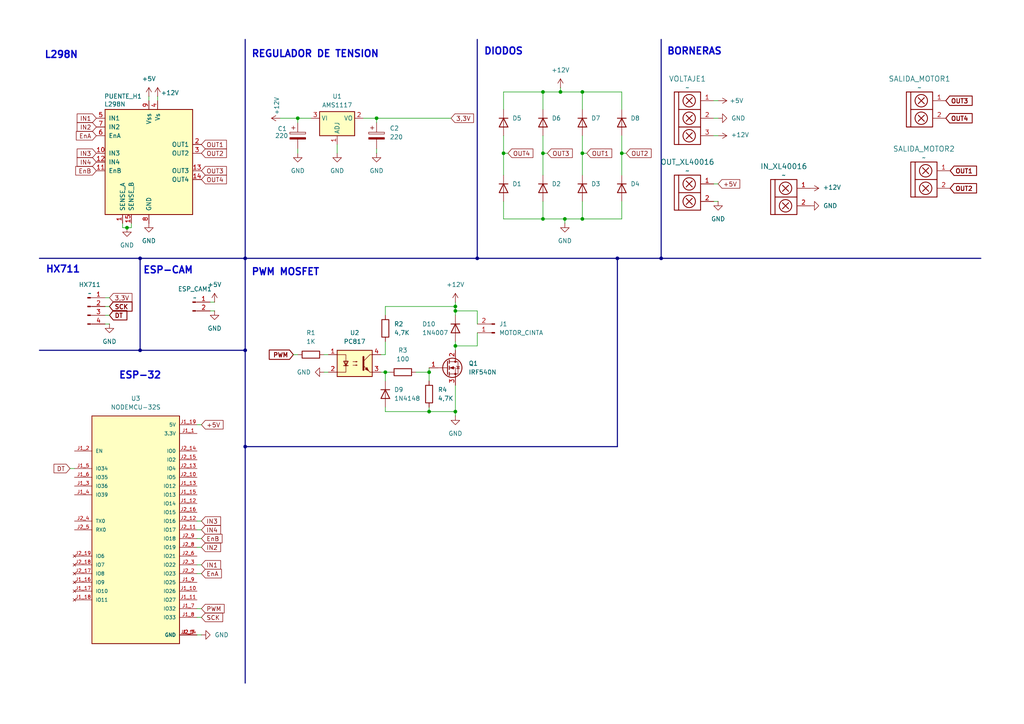
<source format=kicad_sch>
(kicad_sch
	(version 20231120)
	(generator "eeschema")
	(generator_version "8.0")
	(uuid "ea742916-086e-4e4f-b74c-fc0b842241da")
	(paper "A4")
	(lib_symbols
		(symbol "Connector:Conn_01x02_Pin"
			(pin_names
				(offset 1.016) hide)
			(exclude_from_sim no)
			(in_bom yes)
			(on_board yes)
			(property "Reference" "J"
				(at 0 2.54 0)
				(effects
					(font
						(size 1.27 1.27)
					)
				)
			)
			(property "Value" "Conn_01x02_Pin"
				(at 0 -5.08 0)
				(effects
					(font
						(size 1.27 1.27)
					)
				)
			)
			(property "Footprint" ""
				(at 0 0 0)
				(effects
					(font
						(size 1.27 1.27)
					)
					(hide yes)
				)
			)
			(property "Datasheet" "~"
				(at 0 0 0)
				(effects
					(font
						(size 1.27 1.27)
					)
					(hide yes)
				)
			)
			(property "Description" "Generic connector, single row, 01x02, script generated"
				(at 0 0 0)
				(effects
					(font
						(size 1.27 1.27)
					)
					(hide yes)
				)
			)
			(property "ki_locked" ""
				(at 0 0 0)
				(effects
					(font
						(size 1.27 1.27)
					)
				)
			)
			(property "ki_keywords" "connector"
				(at 0 0 0)
				(effects
					(font
						(size 1.27 1.27)
					)
					(hide yes)
				)
			)
			(property "ki_fp_filters" "Connector*:*_1x??_*"
				(at 0 0 0)
				(effects
					(font
						(size 1.27 1.27)
					)
					(hide yes)
				)
			)
			(symbol "Conn_01x02_Pin_1_1"
				(polyline
					(pts
						(xy 1.27 -2.54) (xy 0.8636 -2.54)
					)
					(stroke
						(width 0.1524)
						(type default)
					)
					(fill
						(type none)
					)
				)
				(polyline
					(pts
						(xy 1.27 0) (xy 0.8636 0)
					)
					(stroke
						(width 0.1524)
						(type default)
					)
					(fill
						(type none)
					)
				)
				(rectangle
					(start 0.8636 -2.413)
					(end 0 -2.667)
					(stroke
						(width 0.1524)
						(type default)
					)
					(fill
						(type outline)
					)
				)
				(rectangle
					(start 0.8636 0.127)
					(end 0 -0.127)
					(stroke
						(width 0.1524)
						(type default)
					)
					(fill
						(type outline)
					)
				)
				(pin passive line
					(at 5.08 0 180)
					(length 3.81)
					(name "Pin_1"
						(effects
							(font
								(size 1.27 1.27)
							)
						)
					)
					(number "1"
						(effects
							(font
								(size 1.27 1.27)
							)
						)
					)
				)
				(pin passive line
					(at 5.08 -2.54 180)
					(length 3.81)
					(name "Pin_2"
						(effects
							(font
								(size 1.27 1.27)
							)
						)
					)
					(number "2"
						(effects
							(font
								(size 1.27 1.27)
							)
						)
					)
				)
			)
		)
		(symbol "Connector:Conn_01x04_Pin"
			(pin_names
				(offset 1.016) hide)
			(exclude_from_sim no)
			(in_bom yes)
			(on_board yes)
			(property "Reference" "J"
				(at 0 5.08 0)
				(effects
					(font
						(size 1.27 1.27)
					)
				)
			)
			(property "Value" "Conn_01x04_Pin"
				(at 0 -7.62 0)
				(effects
					(font
						(size 1.27 1.27)
					)
				)
			)
			(property "Footprint" ""
				(at 0 0 0)
				(effects
					(font
						(size 1.27 1.27)
					)
					(hide yes)
				)
			)
			(property "Datasheet" "~"
				(at 0 0 0)
				(effects
					(font
						(size 1.27 1.27)
					)
					(hide yes)
				)
			)
			(property "Description" "Generic connector, single row, 01x04, script generated"
				(at 0 0 0)
				(effects
					(font
						(size 1.27 1.27)
					)
					(hide yes)
				)
			)
			(property "ki_locked" ""
				(at 0 0 0)
				(effects
					(font
						(size 1.27 1.27)
					)
				)
			)
			(property "ki_keywords" "connector"
				(at 0 0 0)
				(effects
					(font
						(size 1.27 1.27)
					)
					(hide yes)
				)
			)
			(property "ki_fp_filters" "Connector*:*_1x??_*"
				(at 0 0 0)
				(effects
					(font
						(size 1.27 1.27)
					)
					(hide yes)
				)
			)
			(symbol "Conn_01x04_Pin_1_1"
				(polyline
					(pts
						(xy 1.27 -5.08) (xy 0.8636 -5.08)
					)
					(stroke
						(width 0.1524)
						(type default)
					)
					(fill
						(type none)
					)
				)
				(polyline
					(pts
						(xy 1.27 -2.54) (xy 0.8636 -2.54)
					)
					(stroke
						(width 0.1524)
						(type default)
					)
					(fill
						(type none)
					)
				)
				(polyline
					(pts
						(xy 1.27 0) (xy 0.8636 0)
					)
					(stroke
						(width 0.1524)
						(type default)
					)
					(fill
						(type none)
					)
				)
				(polyline
					(pts
						(xy 1.27 2.54) (xy 0.8636 2.54)
					)
					(stroke
						(width 0.1524)
						(type default)
					)
					(fill
						(type none)
					)
				)
				(rectangle
					(start 0.8636 -4.953)
					(end 0 -5.207)
					(stroke
						(width 0.1524)
						(type default)
					)
					(fill
						(type outline)
					)
				)
				(rectangle
					(start 0.8636 -2.413)
					(end 0 -2.667)
					(stroke
						(width 0.1524)
						(type default)
					)
					(fill
						(type outline)
					)
				)
				(rectangle
					(start 0.8636 0.127)
					(end 0 -0.127)
					(stroke
						(width 0.1524)
						(type default)
					)
					(fill
						(type outline)
					)
				)
				(rectangle
					(start 0.8636 2.667)
					(end 0 2.413)
					(stroke
						(width 0.1524)
						(type default)
					)
					(fill
						(type outline)
					)
				)
				(pin passive line
					(at 5.08 2.54 180)
					(length 3.81)
					(name "Pin_1"
						(effects
							(font
								(size 1.27 1.27)
							)
						)
					)
					(number "1"
						(effects
							(font
								(size 1.27 1.27)
							)
						)
					)
				)
				(pin passive line
					(at 5.08 0 180)
					(length 3.81)
					(name "Pin_2"
						(effects
							(font
								(size 1.27 1.27)
							)
						)
					)
					(number "2"
						(effects
							(font
								(size 1.27 1.27)
							)
						)
					)
				)
				(pin passive line
					(at 5.08 -2.54 180)
					(length 3.81)
					(name "Pin_3"
						(effects
							(font
								(size 1.27 1.27)
							)
						)
					)
					(number "3"
						(effects
							(font
								(size 1.27 1.27)
							)
						)
					)
				)
				(pin passive line
					(at 5.08 -5.08 180)
					(length 3.81)
					(name "Pin_4"
						(effects
							(font
								(size 1.27 1.27)
							)
						)
					)
					(number "4"
						(effects
							(font
								(size 1.27 1.27)
							)
						)
					)
				)
			)
		)
		(symbol "Device:C_Polarized"
			(pin_numbers hide)
			(pin_names
				(offset 0.254)
			)
			(exclude_from_sim no)
			(in_bom yes)
			(on_board yes)
			(property "Reference" "C"
				(at 0.635 2.54 0)
				(effects
					(font
						(size 1.27 1.27)
					)
					(justify left)
				)
			)
			(property "Value" "C_Polarized"
				(at 0.635 -2.54 0)
				(effects
					(font
						(size 1.27 1.27)
					)
					(justify left)
				)
			)
			(property "Footprint" ""
				(at 0.9652 -3.81 0)
				(effects
					(font
						(size 1.27 1.27)
					)
					(hide yes)
				)
			)
			(property "Datasheet" "~"
				(at 0 0 0)
				(effects
					(font
						(size 1.27 1.27)
					)
					(hide yes)
				)
			)
			(property "Description" "Polarized capacitor"
				(at 0 0 0)
				(effects
					(font
						(size 1.27 1.27)
					)
					(hide yes)
				)
			)
			(property "ki_keywords" "cap capacitor"
				(at 0 0 0)
				(effects
					(font
						(size 1.27 1.27)
					)
					(hide yes)
				)
			)
			(property "ki_fp_filters" "CP_*"
				(at 0 0 0)
				(effects
					(font
						(size 1.27 1.27)
					)
					(hide yes)
				)
			)
			(symbol "C_Polarized_0_1"
				(rectangle
					(start -2.286 0.508)
					(end 2.286 1.016)
					(stroke
						(width 0)
						(type default)
					)
					(fill
						(type none)
					)
				)
				(polyline
					(pts
						(xy -1.778 2.286) (xy -0.762 2.286)
					)
					(stroke
						(width 0)
						(type default)
					)
					(fill
						(type none)
					)
				)
				(polyline
					(pts
						(xy -1.27 2.794) (xy -1.27 1.778)
					)
					(stroke
						(width 0)
						(type default)
					)
					(fill
						(type none)
					)
				)
				(rectangle
					(start 2.286 -0.508)
					(end -2.286 -1.016)
					(stroke
						(width 0)
						(type default)
					)
					(fill
						(type outline)
					)
				)
			)
			(symbol "C_Polarized_1_1"
				(pin passive line
					(at 0 3.81 270)
					(length 2.794)
					(name "~"
						(effects
							(font
								(size 1.27 1.27)
							)
						)
					)
					(number "1"
						(effects
							(font
								(size 1.27 1.27)
							)
						)
					)
				)
				(pin passive line
					(at 0 -3.81 90)
					(length 2.794)
					(name "~"
						(effects
							(font
								(size 1.27 1.27)
							)
						)
					)
					(number "2"
						(effects
							(font
								(size 1.27 1.27)
							)
						)
					)
				)
			)
		)
		(symbol "Device:R"
			(pin_numbers hide)
			(pin_names
				(offset 0)
			)
			(exclude_from_sim no)
			(in_bom yes)
			(on_board yes)
			(property "Reference" "R"
				(at 2.032 0 90)
				(effects
					(font
						(size 1.27 1.27)
					)
				)
			)
			(property "Value" "R"
				(at 0 0 90)
				(effects
					(font
						(size 1.27 1.27)
					)
				)
			)
			(property "Footprint" ""
				(at -1.778 0 90)
				(effects
					(font
						(size 1.27 1.27)
					)
					(hide yes)
				)
			)
			(property "Datasheet" "~"
				(at 0 0 0)
				(effects
					(font
						(size 1.27 1.27)
					)
					(hide yes)
				)
			)
			(property "Description" "Resistor"
				(at 0 0 0)
				(effects
					(font
						(size 1.27 1.27)
					)
					(hide yes)
				)
			)
			(property "ki_keywords" "R res resistor"
				(at 0 0 0)
				(effects
					(font
						(size 1.27 1.27)
					)
					(hide yes)
				)
			)
			(property "ki_fp_filters" "R_*"
				(at 0 0 0)
				(effects
					(font
						(size 1.27 1.27)
					)
					(hide yes)
				)
			)
			(symbol "R_0_1"
				(rectangle
					(start -1.016 -2.54)
					(end 1.016 2.54)
					(stroke
						(width 0.254)
						(type default)
					)
					(fill
						(type none)
					)
				)
			)
			(symbol "R_1_1"
				(pin passive line
					(at 0 3.81 270)
					(length 1.27)
					(name "~"
						(effects
							(font
								(size 1.27 1.27)
							)
						)
					)
					(number "1"
						(effects
							(font
								(size 1.27 1.27)
							)
						)
					)
				)
				(pin passive line
					(at 0 -3.81 90)
					(length 1.27)
					(name "~"
						(effects
							(font
								(size 1.27 1.27)
							)
						)
					)
					(number "2"
						(effects
							(font
								(size 1.27 1.27)
							)
						)
					)
				)
			)
		)
		(symbol "Diode:1N4007"
			(pin_numbers hide)
			(pin_names hide)
			(exclude_from_sim no)
			(in_bom yes)
			(on_board yes)
			(property "Reference" "D"
				(at 0 2.54 0)
				(effects
					(font
						(size 1.27 1.27)
					)
				)
			)
			(property "Value" "1N4007"
				(at 0 -2.54 0)
				(effects
					(font
						(size 1.27 1.27)
					)
				)
			)
			(property "Footprint" "Diode_THT:D_DO-41_SOD81_P10.16mm_Horizontal"
				(at 0 -4.445 0)
				(effects
					(font
						(size 1.27 1.27)
					)
					(hide yes)
				)
			)
			(property "Datasheet" "http://www.vishay.com/docs/88503/1n4001.pdf"
				(at 0 0 0)
				(effects
					(font
						(size 1.27 1.27)
					)
					(hide yes)
				)
			)
			(property "Description" "1000V 1A General Purpose Rectifier Diode, DO-41"
				(at 0 0 0)
				(effects
					(font
						(size 1.27 1.27)
					)
					(hide yes)
				)
			)
			(property "Sim.Device" "D"
				(at 0 0 0)
				(effects
					(font
						(size 1.27 1.27)
					)
					(hide yes)
				)
			)
			(property "Sim.Pins" "1=K 2=A"
				(at 0 0 0)
				(effects
					(font
						(size 1.27 1.27)
					)
					(hide yes)
				)
			)
			(property "ki_keywords" "diode"
				(at 0 0 0)
				(effects
					(font
						(size 1.27 1.27)
					)
					(hide yes)
				)
			)
			(property "ki_fp_filters" "D*DO?41*"
				(at 0 0 0)
				(effects
					(font
						(size 1.27 1.27)
					)
					(hide yes)
				)
			)
			(symbol "1N4007_0_1"
				(polyline
					(pts
						(xy -1.27 1.27) (xy -1.27 -1.27)
					)
					(stroke
						(width 0.254)
						(type default)
					)
					(fill
						(type none)
					)
				)
				(polyline
					(pts
						(xy 1.27 0) (xy -1.27 0)
					)
					(stroke
						(width 0)
						(type default)
					)
					(fill
						(type none)
					)
				)
				(polyline
					(pts
						(xy 1.27 1.27) (xy 1.27 -1.27) (xy -1.27 0) (xy 1.27 1.27)
					)
					(stroke
						(width 0.254)
						(type default)
					)
					(fill
						(type none)
					)
				)
			)
			(symbol "1N4007_1_1"
				(pin passive line
					(at -3.81 0 0)
					(length 2.54)
					(name "K"
						(effects
							(font
								(size 1.27 1.27)
							)
						)
					)
					(number "1"
						(effects
							(font
								(size 1.27 1.27)
							)
						)
					)
				)
				(pin passive line
					(at 3.81 0 180)
					(length 2.54)
					(name "A"
						(effects
							(font
								(size 1.27 1.27)
							)
						)
					)
					(number "2"
						(effects
							(font
								(size 1.27 1.27)
							)
						)
					)
				)
			)
		)
		(symbol "Diode:1N4148"
			(pin_numbers hide)
			(pin_names hide)
			(exclude_from_sim no)
			(in_bom yes)
			(on_board yes)
			(property "Reference" "D"
				(at 0 2.54 0)
				(effects
					(font
						(size 1.27 1.27)
					)
				)
			)
			(property "Value" "1N4148"
				(at 0 -2.54 0)
				(effects
					(font
						(size 1.27 1.27)
					)
				)
			)
			(property "Footprint" "Diode_THT:D_DO-35_SOD27_P7.62mm_Horizontal"
				(at 0 0 0)
				(effects
					(font
						(size 1.27 1.27)
					)
					(hide yes)
				)
			)
			(property "Datasheet" "https://assets.nexperia.com/documents/data-sheet/1N4148_1N4448.pdf"
				(at 0 0 0)
				(effects
					(font
						(size 1.27 1.27)
					)
					(hide yes)
				)
			)
			(property "Description" "100V 0.15A standard switching diode, DO-35"
				(at 0 0 0)
				(effects
					(font
						(size 1.27 1.27)
					)
					(hide yes)
				)
			)
			(property "Sim.Device" "D"
				(at 0 0 0)
				(effects
					(font
						(size 1.27 1.27)
					)
					(hide yes)
				)
			)
			(property "Sim.Pins" "1=K 2=A"
				(at 0 0 0)
				(effects
					(font
						(size 1.27 1.27)
					)
					(hide yes)
				)
			)
			(property "ki_keywords" "diode"
				(at 0 0 0)
				(effects
					(font
						(size 1.27 1.27)
					)
					(hide yes)
				)
			)
			(property "ki_fp_filters" "D*DO?35*"
				(at 0 0 0)
				(effects
					(font
						(size 1.27 1.27)
					)
					(hide yes)
				)
			)
			(symbol "1N4148_0_1"
				(polyline
					(pts
						(xy -1.27 1.27) (xy -1.27 -1.27)
					)
					(stroke
						(width 0.254)
						(type default)
					)
					(fill
						(type none)
					)
				)
				(polyline
					(pts
						(xy 1.27 0) (xy -1.27 0)
					)
					(stroke
						(width 0)
						(type default)
					)
					(fill
						(type none)
					)
				)
				(polyline
					(pts
						(xy 1.27 1.27) (xy 1.27 -1.27) (xy -1.27 0) (xy 1.27 1.27)
					)
					(stroke
						(width 0.254)
						(type default)
					)
					(fill
						(type none)
					)
				)
			)
			(symbol "1N4148_1_1"
				(pin passive line
					(at -3.81 0 0)
					(length 2.54)
					(name "K"
						(effects
							(font
								(size 1.27 1.27)
							)
						)
					)
					(number "1"
						(effects
							(font
								(size 1.27 1.27)
							)
						)
					)
				)
				(pin passive line
					(at 3.81 0 180)
					(length 2.54)
					(name "A"
						(effects
							(font
								(size 1.27 1.27)
							)
						)
					)
					(number "2"
						(effects
							(font
								(size 1.27 1.27)
							)
						)
					)
				)
			)
		)
		(symbol "Diode:1N4148WT"
			(pin_numbers hide)
			(pin_names hide)
			(exclude_from_sim no)
			(in_bom yes)
			(on_board yes)
			(property "Reference" "D"
				(at 0 2.54 0)
				(effects
					(font
						(size 1.27 1.27)
					)
				)
			)
			(property "Value" "1N4148WT"
				(at 0 -2.54 0)
				(effects
					(font
						(size 1.27 1.27)
					)
				)
			)
			(property "Footprint" "Diode_SMD:D_SOD-523"
				(at 0 -4.445 0)
				(effects
					(font
						(size 1.27 1.27)
					)
					(hide yes)
				)
			)
			(property "Datasheet" "https://www.diodes.com/assets/Datasheets/ds30396.pdf"
				(at 0 0 0)
				(effects
					(font
						(size 1.27 1.27)
					)
					(hide yes)
				)
			)
			(property "Description" "75V 0.15A Fast switching Diode, SOD-523"
				(at 0 0 0)
				(effects
					(font
						(size 1.27 1.27)
					)
					(hide yes)
				)
			)
			(property "Sim.Device" "D"
				(at 0 0 0)
				(effects
					(font
						(size 1.27 1.27)
					)
					(hide yes)
				)
			)
			(property "Sim.Pins" "1=K 2=A"
				(at 0 0 0)
				(effects
					(font
						(size 1.27 1.27)
					)
					(hide yes)
				)
			)
			(property "ki_keywords" "diode"
				(at 0 0 0)
				(effects
					(font
						(size 1.27 1.27)
					)
					(hide yes)
				)
			)
			(property "ki_fp_filters" "D*SOD?523*"
				(at 0 0 0)
				(effects
					(font
						(size 1.27 1.27)
					)
					(hide yes)
				)
			)
			(symbol "1N4148WT_0_1"
				(polyline
					(pts
						(xy -1.27 1.27) (xy -1.27 -1.27)
					)
					(stroke
						(width 0.254)
						(type default)
					)
					(fill
						(type none)
					)
				)
				(polyline
					(pts
						(xy 1.27 0) (xy -1.27 0)
					)
					(stroke
						(width 0)
						(type default)
					)
					(fill
						(type none)
					)
				)
				(polyline
					(pts
						(xy 1.27 1.27) (xy 1.27 -1.27) (xy -1.27 0) (xy 1.27 1.27)
					)
					(stroke
						(width 0.254)
						(type default)
					)
					(fill
						(type none)
					)
				)
			)
			(symbol "1N4148WT_1_1"
				(pin passive line
					(at -3.81 0 0)
					(length 2.54)
					(name "K"
						(effects
							(font
								(size 1.27 1.27)
							)
						)
					)
					(number "1"
						(effects
							(font
								(size 1.27 1.27)
							)
						)
					)
				)
				(pin passive line
					(at 3.81 0 180)
					(length 2.54)
					(name "A"
						(effects
							(font
								(size 1.27 1.27)
							)
						)
					)
					(number "2"
						(effects
							(font
								(size 1.27 1.27)
							)
						)
					)
				)
			)
		)
		(symbol "Driver_Motor:L298N"
			(pin_names
				(offset 1.016)
			)
			(exclude_from_sim no)
			(in_bom yes)
			(on_board yes)
			(property "Reference" "U"
				(at -10.16 16.51 0)
				(effects
					(font
						(size 1.27 1.27)
					)
					(justify right)
				)
			)
			(property "Value" "L298N"
				(at 12.7 16.51 0)
				(effects
					(font
						(size 1.27 1.27)
					)
					(justify right)
				)
			)
			(property "Footprint" "Package_TO_SOT_THT:TO-220-15_P2.54x2.54mm_StaggerOdd_Lead4.58mm_Vertical"
				(at 1.27 -16.51 0)
				(effects
					(font
						(size 1.27 1.27)
					)
					(justify left)
					(hide yes)
				)
			)
			(property "Datasheet" "http://www.st.com/st-web-ui/static/active/en/resource/technical/document/datasheet/CD00000240.pdf"
				(at 3.81 6.35 0)
				(effects
					(font
						(size 1.27 1.27)
					)
					(hide yes)
				)
			)
			(property "Description" "Dual full bridge motor driver, up to 46V, 4A, Multiwatt15-V"
				(at 0 0 0)
				(effects
					(font
						(size 1.27 1.27)
					)
					(hide yes)
				)
			)
			(property "ki_keywords" "H-bridge motor driver"
				(at 0 0 0)
				(effects
					(font
						(size 1.27 1.27)
					)
					(hide yes)
				)
			)
			(property "ki_fp_filters" "TO?220*StaggerOdd*Vertical*"
				(at 0 0 0)
				(effects
					(font
						(size 1.27 1.27)
					)
					(hide yes)
				)
			)
			(symbol "L298N_0_1"
				(rectangle
					(start -12.7 15.24)
					(end 12.7 -15.24)
					(stroke
						(width 0.254)
						(type default)
					)
					(fill
						(type background)
					)
				)
			)
			(symbol "L298N_1_1"
				(pin power_in line
					(at -7.62 -17.78 90)
					(length 2.54)
					(name "SENSE_A"
						(effects
							(font
								(size 1.27 1.27)
							)
						)
					)
					(number "1"
						(effects
							(font
								(size 1.27 1.27)
							)
						)
					)
				)
				(pin input line
					(at -15.24 2.54 0)
					(length 2.54)
					(name "IN3"
						(effects
							(font
								(size 1.27 1.27)
							)
						)
					)
					(number "10"
						(effects
							(font
								(size 1.27 1.27)
							)
						)
					)
				)
				(pin input line
					(at -15.24 -2.54 0)
					(length 2.54)
					(name "EnB"
						(effects
							(font
								(size 1.27 1.27)
							)
						)
					)
					(number "11"
						(effects
							(font
								(size 1.27 1.27)
							)
						)
					)
				)
				(pin input line
					(at -15.24 0 0)
					(length 2.54)
					(name "IN4"
						(effects
							(font
								(size 1.27 1.27)
							)
						)
					)
					(number "12"
						(effects
							(font
								(size 1.27 1.27)
							)
						)
					)
				)
				(pin output line
					(at 15.24 -2.54 180)
					(length 2.54)
					(name "OUT3"
						(effects
							(font
								(size 1.27 1.27)
							)
						)
					)
					(number "13"
						(effects
							(font
								(size 1.27 1.27)
							)
						)
					)
				)
				(pin output line
					(at 15.24 -5.08 180)
					(length 2.54)
					(name "OUT4"
						(effects
							(font
								(size 1.27 1.27)
							)
						)
					)
					(number "14"
						(effects
							(font
								(size 1.27 1.27)
							)
						)
					)
				)
				(pin power_in line
					(at -5.08 -17.78 90)
					(length 2.54)
					(name "SENSE_B"
						(effects
							(font
								(size 1.27 1.27)
							)
						)
					)
					(number "15"
						(effects
							(font
								(size 1.27 1.27)
							)
						)
					)
				)
				(pin output line
					(at 15.24 5.08 180)
					(length 2.54)
					(name "OUT1"
						(effects
							(font
								(size 1.27 1.27)
							)
						)
					)
					(number "2"
						(effects
							(font
								(size 1.27 1.27)
							)
						)
					)
				)
				(pin output line
					(at 15.24 2.54 180)
					(length 2.54)
					(name "OUT2"
						(effects
							(font
								(size 1.27 1.27)
							)
						)
					)
					(number "3"
						(effects
							(font
								(size 1.27 1.27)
							)
						)
					)
				)
				(pin power_in line
					(at 2.54 17.78 270)
					(length 2.54)
					(name "Vs"
						(effects
							(font
								(size 1.27 1.27)
							)
						)
					)
					(number "4"
						(effects
							(font
								(size 1.27 1.27)
							)
						)
					)
				)
				(pin input line
					(at -15.24 12.7 0)
					(length 2.54)
					(name "IN1"
						(effects
							(font
								(size 1.27 1.27)
							)
						)
					)
					(number "5"
						(effects
							(font
								(size 1.27 1.27)
							)
						)
					)
				)
				(pin input line
					(at -15.24 7.62 0)
					(length 2.54)
					(name "EnA"
						(effects
							(font
								(size 1.27 1.27)
							)
						)
					)
					(number "6"
						(effects
							(font
								(size 1.27 1.27)
							)
						)
					)
				)
				(pin input line
					(at -15.24 10.16 0)
					(length 2.54)
					(name "IN2"
						(effects
							(font
								(size 1.27 1.27)
							)
						)
					)
					(number "7"
						(effects
							(font
								(size 1.27 1.27)
							)
						)
					)
				)
				(pin power_in line
					(at 0 -17.78 90)
					(length 2.54)
					(name "GND"
						(effects
							(font
								(size 1.27 1.27)
							)
						)
					)
					(number "8"
						(effects
							(font
								(size 1.27 1.27)
							)
						)
					)
				)
				(pin power_in line
					(at 0 17.78 270)
					(length 2.54)
					(name "Vss"
						(effects
							(font
								(size 1.27 1.27)
							)
						)
					)
					(number "9"
						(effects
							(font
								(size 1.27 1.27)
							)
						)
					)
				)
			)
		)
		(symbol "EESTN5:TB_1X2"
			(pin_names
				(offset 1.016)
			)
			(exclude_from_sim no)
			(in_bom yes)
			(on_board yes)
			(property "Reference" "J"
				(at 0 7.62 0)
				(effects
					(font
						(size 1.524 1.524)
					)
				)
			)
			(property "Value" "TB_1X2"
				(at 1.27 -7.62 0)
				(effects
					(font
						(size 1.524 1.524)
					)
				)
			)
			(property "Footprint" ""
				(at -1.27 1.27 0)
				(effects
					(font
						(size 1.524 1.524)
					)
				)
			)
			(property "Datasheet" ""
				(at -1.27 1.27 0)
				(effects
					(font
						(size 1.524 1.524)
					)
				)
			)
			(property "Description" ""
				(at 0 0 0)
				(effects
					(font
						(size 1.27 1.27)
					)
					(hide yes)
				)
			)
			(property "ki_fp_filters" "BORNERA* TB*"
				(at 0 0 0)
				(effects
					(font
						(size 1.27 1.27)
					)
					(hide yes)
				)
			)
			(symbol "TB_1X2_0_1"
				(rectangle
					(start -2.54 5.08)
					(end 5.08 -5.08)
					(stroke
						(width 0.254)
						(type solid)
					)
					(fill
						(type none)
					)
				)
				(polyline
					(pts
						(xy -1.27 0) (xy 5.08 0)
					)
					(stroke
						(width 0.254)
						(type solid)
					)
					(fill
						(type none)
					)
				)
				(polyline
					(pts
						(xy -1.27 5.08) (xy -1.27 -5.08)
					)
					(stroke
						(width 0.254)
						(type solid)
					)
					(fill
						(type none)
					)
				)
				(polyline
					(pts
						(xy 0.889 -3.429) (xy 2.667 -1.651)
					)
					(stroke
						(width 0.254)
						(type solid)
					)
					(fill
						(type none)
					)
				)
				(polyline
					(pts
						(xy 0.889 -1.651) (xy 2.667 -3.429)
					)
					(stroke
						(width 0.254)
						(type solid)
					)
					(fill
						(type none)
					)
				)
				(polyline
					(pts
						(xy 0.889 1.651) (xy 2.667 3.429)
					)
					(stroke
						(width 0.254)
						(type solid)
					)
					(fill
						(type none)
					)
				)
				(polyline
					(pts
						(xy 0.889 3.429) (xy 2.667 1.651)
					)
					(stroke
						(width 0.254)
						(type solid)
					)
					(fill
						(type none)
					)
				)
				(circle
					(center 1.778 -2.54)
					(radius 1.8034)
					(stroke
						(width 0.254)
						(type solid)
					)
					(fill
						(type none)
					)
				)
				(circle
					(center 1.778 2.54)
					(radius 1.8034)
					(stroke
						(width 0.254)
						(type solid)
					)
					(fill
						(type none)
					)
				)
			)
			(symbol "TB_1X2_1_1"
				(pin input line
					(at 8.89 2.54 180)
					(length 3.81)
					(name "~"
						(effects
							(font
								(size 1.27 1.27)
							)
						)
					)
					(number "1"
						(effects
							(font
								(size 1.27 1.27)
							)
						)
					)
				)
				(pin input line
					(at 8.89 -2.54 180)
					(length 3.81)
					(name "~"
						(effects
							(font
								(size 1.27 1.27)
							)
						)
					)
					(number "2"
						(effects
							(font
								(size 1.27 1.27)
							)
						)
					)
				)
			)
		)
		(symbol "EESTN5:TB_1X3"
			(pin_names
				(offset 1.016)
			)
			(exclude_from_sim no)
			(in_bom yes)
			(on_board yes)
			(property "Reference" "J"
				(at 0 7.62 0)
				(effects
					(font
						(size 1.524 1.524)
					)
				)
			)
			(property "Value" "TB_1X3"
				(at 1.27 -11.43 0)
				(effects
					(font
						(size 1.524 1.524)
					)
				)
			)
			(property "Footprint" ""
				(at -1.27 1.27 0)
				(effects
					(font
						(size 1.524 1.524)
					)
				)
			)
			(property "Datasheet" ""
				(at -1.27 1.27 0)
				(effects
					(font
						(size 1.524 1.524)
					)
				)
			)
			(property "Description" ""
				(at 0 0 0)
				(effects
					(font
						(size 1.27 1.27)
					)
					(hide yes)
				)
			)
			(property "ki_fp_filters" "BORNERA* TB*"
				(at 0 0 0)
				(effects
					(font
						(size 1.27 1.27)
					)
					(hide yes)
				)
			)
			(symbol "TB_1X3_0_1"
				(rectangle
					(start -2.54 5.08)
					(end 5.08 -10.16)
					(stroke
						(width 0.254)
						(type solid)
					)
					(fill
						(type none)
					)
				)
				(polyline
					(pts
						(xy -1.27 -5.08) (xy 5.08 -5.08)
					)
					(stroke
						(width 0.254)
						(type solid)
					)
					(fill
						(type none)
					)
				)
				(polyline
					(pts
						(xy -1.27 0) (xy 5.08 0)
					)
					(stroke
						(width 0.254)
						(type solid)
					)
					(fill
						(type none)
					)
				)
				(polyline
					(pts
						(xy -1.27 5.08) (xy -1.27 -10.16)
					)
					(stroke
						(width 0.254)
						(type solid)
					)
					(fill
						(type none)
					)
				)
				(polyline
					(pts
						(xy 0.889 -8.509) (xy 2.667 -6.731)
					)
					(stroke
						(width 0.254)
						(type solid)
					)
					(fill
						(type none)
					)
				)
				(polyline
					(pts
						(xy 0.889 -6.731) (xy 2.667 -8.509)
					)
					(stroke
						(width 0.254)
						(type solid)
					)
					(fill
						(type none)
					)
				)
				(polyline
					(pts
						(xy 0.889 -3.429) (xy 2.667 -1.651)
					)
					(stroke
						(width 0.254)
						(type solid)
					)
					(fill
						(type none)
					)
				)
				(polyline
					(pts
						(xy 0.889 -1.651) (xy 2.667 -3.429)
					)
					(stroke
						(width 0.254)
						(type solid)
					)
					(fill
						(type none)
					)
				)
				(polyline
					(pts
						(xy 0.889 1.651) (xy 2.667 3.429)
					)
					(stroke
						(width 0.254)
						(type solid)
					)
					(fill
						(type none)
					)
				)
				(polyline
					(pts
						(xy 0.889 3.429) (xy 2.667 1.651)
					)
					(stroke
						(width 0.254)
						(type solid)
					)
					(fill
						(type none)
					)
				)
				(circle
					(center 1.778 -7.62)
					(radius 1.8034)
					(stroke
						(width 0.254)
						(type solid)
					)
					(fill
						(type none)
					)
				)
				(circle
					(center 1.778 -2.54)
					(radius 1.8034)
					(stroke
						(width 0.254)
						(type solid)
					)
					(fill
						(type none)
					)
				)
				(circle
					(center 1.778 2.54)
					(radius 1.8034)
					(stroke
						(width 0.254)
						(type solid)
					)
					(fill
						(type none)
					)
				)
			)
			(symbol "TB_1X3_1_1"
				(pin input line
					(at 8.89 2.54 180)
					(length 3.81)
					(name "~"
						(effects
							(font
								(size 1.27 1.27)
							)
						)
					)
					(number "1"
						(effects
							(font
								(size 1.27 1.27)
							)
						)
					)
				)
				(pin input line
					(at 8.89 -2.54 180)
					(length 3.81)
					(name "~"
						(effects
							(font
								(size 1.27 1.27)
							)
						)
					)
					(number "2"
						(effects
							(font
								(size 1.27 1.27)
							)
						)
					)
				)
				(pin input line
					(at 8.89 -7.62 180)
					(length 3.81)
					(name "~"
						(effects
							(font
								(size 1.27 1.27)
							)
						)
					)
					(number "3"
						(effects
							(font
								(size 1.27 1.27)
							)
						)
					)
				)
			)
		)
		(symbol "Isolator:PC817"
			(pin_names
				(offset 1.016)
			)
			(exclude_from_sim no)
			(in_bom yes)
			(on_board yes)
			(property "Reference" "U"
				(at -5.08 5.08 0)
				(effects
					(font
						(size 1.27 1.27)
					)
					(justify left)
				)
			)
			(property "Value" "PC817"
				(at 0 5.08 0)
				(effects
					(font
						(size 1.27 1.27)
					)
					(justify left)
				)
			)
			(property "Footprint" "Package_DIP:DIP-4_W7.62mm"
				(at -5.08 -5.08 0)
				(effects
					(font
						(size 1.27 1.27)
						(italic yes)
					)
					(justify left)
					(hide yes)
				)
			)
			(property "Datasheet" "http://www.soselectronic.cz/a_info/resource/d/pc817.pdf"
				(at 0 0 0)
				(effects
					(font
						(size 1.27 1.27)
					)
					(justify left)
					(hide yes)
				)
			)
			(property "Description" "DC Optocoupler, Vce 35V, CTR 50-300%, DIP-4"
				(at 0 0 0)
				(effects
					(font
						(size 1.27 1.27)
					)
					(hide yes)
				)
			)
			(property "ki_keywords" "NPN DC Optocoupler"
				(at 0 0 0)
				(effects
					(font
						(size 1.27 1.27)
					)
					(hide yes)
				)
			)
			(property "ki_fp_filters" "DIP*W7.62mm*"
				(at 0 0 0)
				(effects
					(font
						(size 1.27 1.27)
					)
					(hide yes)
				)
			)
			(symbol "PC817_0_1"
				(rectangle
					(start -5.08 3.81)
					(end 5.08 -3.81)
					(stroke
						(width 0.254)
						(type default)
					)
					(fill
						(type background)
					)
				)
				(polyline
					(pts
						(xy -3.175 -0.635) (xy -1.905 -0.635)
					)
					(stroke
						(width 0.254)
						(type default)
					)
					(fill
						(type none)
					)
				)
				(polyline
					(pts
						(xy 2.54 0.635) (xy 4.445 2.54)
					)
					(stroke
						(width 0)
						(type default)
					)
					(fill
						(type none)
					)
				)
				(polyline
					(pts
						(xy 4.445 -2.54) (xy 2.54 -0.635)
					)
					(stroke
						(width 0)
						(type default)
					)
					(fill
						(type outline)
					)
				)
				(polyline
					(pts
						(xy 4.445 -2.54) (xy 5.08 -2.54)
					)
					(stroke
						(width 0)
						(type default)
					)
					(fill
						(type none)
					)
				)
				(polyline
					(pts
						(xy 4.445 2.54) (xy 5.08 2.54)
					)
					(stroke
						(width 0)
						(type default)
					)
					(fill
						(type none)
					)
				)
				(polyline
					(pts
						(xy -5.08 2.54) (xy -2.54 2.54) (xy -2.54 -0.635)
					)
					(stroke
						(width 0)
						(type default)
					)
					(fill
						(type none)
					)
				)
				(polyline
					(pts
						(xy -2.54 -0.635) (xy -2.54 -2.54) (xy -5.08 -2.54)
					)
					(stroke
						(width 0)
						(type default)
					)
					(fill
						(type none)
					)
				)
				(polyline
					(pts
						(xy 2.54 1.905) (xy 2.54 -1.905) (xy 2.54 -1.905)
					)
					(stroke
						(width 0.508)
						(type default)
					)
					(fill
						(type none)
					)
				)
				(polyline
					(pts
						(xy -2.54 -0.635) (xy -3.175 0.635) (xy -1.905 0.635) (xy -2.54 -0.635)
					)
					(stroke
						(width 0.254)
						(type default)
					)
					(fill
						(type none)
					)
				)
				(polyline
					(pts
						(xy -0.508 -0.508) (xy 0.762 -0.508) (xy 0.381 -0.635) (xy 0.381 -0.381) (xy 0.762 -0.508)
					)
					(stroke
						(width 0)
						(type default)
					)
					(fill
						(type none)
					)
				)
				(polyline
					(pts
						(xy -0.508 0.508) (xy 0.762 0.508) (xy 0.381 0.381) (xy 0.381 0.635) (xy 0.762 0.508)
					)
					(stroke
						(width 0)
						(type default)
					)
					(fill
						(type none)
					)
				)
				(polyline
					(pts
						(xy 3.048 -1.651) (xy 3.556 -1.143) (xy 4.064 -2.159) (xy 3.048 -1.651) (xy 3.048 -1.651)
					)
					(stroke
						(width 0)
						(type default)
					)
					(fill
						(type outline)
					)
				)
			)
			(symbol "PC817_1_1"
				(pin passive line
					(at -7.62 2.54 0)
					(length 2.54)
					(name "~"
						(effects
							(font
								(size 1.27 1.27)
							)
						)
					)
					(number "1"
						(effects
							(font
								(size 1.27 1.27)
							)
						)
					)
				)
				(pin passive line
					(at -7.62 -2.54 0)
					(length 2.54)
					(name "~"
						(effects
							(font
								(size 1.27 1.27)
							)
						)
					)
					(number "2"
						(effects
							(font
								(size 1.27 1.27)
							)
						)
					)
				)
				(pin passive line
					(at 7.62 -2.54 180)
					(length 2.54)
					(name "~"
						(effects
							(font
								(size 1.27 1.27)
							)
						)
					)
					(number "3"
						(effects
							(font
								(size 1.27 1.27)
							)
						)
					)
				)
				(pin passive line
					(at 7.62 2.54 180)
					(length 2.54)
					(name "~"
						(effects
							(font
								(size 1.27 1.27)
							)
						)
					)
					(number "4"
						(effects
							(font
								(size 1.27 1.27)
							)
						)
					)
				)
			)
		)
		(symbol "NODEMCU-32S:NODEMCU-32S"
			(pin_names
				(offset 1.016)
			)
			(exclude_from_sim no)
			(in_bom yes)
			(on_board yes)
			(property "Reference" "U"
				(at -12.7 33.782 0)
				(effects
					(font
						(size 1.27 1.27)
					)
					(justify left bottom)
				)
			)
			(property "Value" "NODEMCU-32S"
				(at -12.7 -35.56 0)
				(effects
					(font
						(size 1.27 1.27)
					)
					(justify left bottom)
				)
			)
			(property "Footprint" "NODEMCU-32S:MODULE_NODEMCU-32S"
				(at 0 0 0)
				(effects
					(font
						(size 1.27 1.27)
					)
					(justify bottom)
					(hide yes)
				)
			)
			(property "Datasheet" ""
				(at 0 0 0)
				(effects
					(font
						(size 1.27 1.27)
					)
					(hide yes)
				)
			)
			(property "Description" ""
				(at 0 0 0)
				(effects
					(font
						(size 1.27 1.27)
					)
					(hide yes)
				)
			)
			(property "MF" "AI-Thinker"
				(at 0 0 0)
				(effects
					(font
						(size 1.27 1.27)
					)
					(justify bottom)
					(hide yes)
				)
			)
			(property "MAXIMUM_PACKAGE_HEIGHT" "3.00mm"
				(at 0 0 0)
				(effects
					(font
						(size 1.27 1.27)
					)
					(justify bottom)
					(hide yes)
				)
			)
			(property "Package" "Package"
				(at 0 0 0)
				(effects
					(font
						(size 1.27 1.27)
					)
					(justify bottom)
					(hide yes)
				)
			)
			(property "Price" "None"
				(at 0 0 0)
				(effects
					(font
						(size 1.27 1.27)
					)
					(justify bottom)
					(hide yes)
				)
			)
			(property "Check_prices" "https://www.snapeda.com/parts/NODEMCU-32S/AI-Thinker/view-part/?ref=eda"
				(at 0 0 0)
				(effects
					(font
						(size 1.27 1.27)
					)
					(justify bottom)
					(hide yes)
				)
			)
			(property "STANDARD" "Manufacturer Recommendations"
				(at 0 0 0)
				(effects
					(font
						(size 1.27 1.27)
					)
					(justify bottom)
					(hide yes)
				)
			)
			(property "PARTREV" "V1"
				(at 0 0 0)
				(effects
					(font
						(size 1.27 1.27)
					)
					(justify bottom)
					(hide yes)
				)
			)
			(property "SnapEDA_Link" "https://www.snapeda.com/parts/NODEMCU-32S/AI-Thinker/view-part/?ref=snap"
				(at 0 0 0)
				(effects
					(font
						(size 1.27 1.27)
					)
					(justify bottom)
					(hide yes)
				)
			)
			(property "MP" "NODEMCU-32S"
				(at 0 0 0)
				(effects
					(font
						(size 1.27 1.27)
					)
					(justify bottom)
					(hide yes)
				)
			)
			(property "Description_1" "\nWIFI MODULE V1\n"
				(at 0 0 0)
				(effects
					(font
						(size 1.27 1.27)
					)
					(justify bottom)
					(hide yes)
				)
			)
			(property "Availability" "Not in stock"
				(at 0 0 0)
				(effects
					(font
						(size 1.27 1.27)
					)
					(justify bottom)
					(hide yes)
				)
			)
			(property "MANUFACTURER" "AI-Thinker"
				(at 0 0 0)
				(effects
					(font
						(size 1.27 1.27)
					)
					(justify bottom)
					(hide yes)
				)
			)
			(symbol "NODEMCU-32S_0_0"
				(rectangle
					(start -12.7 -33.02)
					(end 12.7 33.02)
					(stroke
						(width 0.254)
						(type default)
					)
					(fill
						(type background)
					)
				)
				(pin power_in line
					(at 17.78 27.94 180)
					(length 5.08)
					(name "3.3V"
						(effects
							(font
								(size 1.016 1.016)
							)
						)
					)
					(number "J1_1"
						(effects
							(font
								(size 1.016 1.016)
							)
						)
					)
				)
				(pin bidirectional line
					(at 17.78 -17.78 180)
					(length 5.08)
					(name "IO26"
						(effects
							(font
								(size 1.016 1.016)
							)
						)
					)
					(number "J1_10"
						(effects
							(font
								(size 1.016 1.016)
							)
						)
					)
				)
				(pin bidirectional line
					(at 17.78 -20.32 180)
					(length 5.08)
					(name "IO27"
						(effects
							(font
								(size 1.016 1.016)
							)
						)
					)
					(number "J1_11"
						(effects
							(font
								(size 1.016 1.016)
							)
						)
					)
				)
				(pin bidirectional line
					(at 17.78 7.62 180)
					(length 5.08)
					(name "IO14"
						(effects
							(font
								(size 1.016 1.016)
							)
						)
					)
					(number "J1_12"
						(effects
							(font
								(size 1.016 1.016)
							)
						)
					)
				)
				(pin bidirectional line
					(at 17.78 12.7 180)
					(length 5.08)
					(name "IO12"
						(effects
							(font
								(size 1.016 1.016)
							)
						)
					)
					(number "J1_13"
						(effects
							(font
								(size 1.016 1.016)
							)
						)
					)
				)
				(pin power_in line
					(at 17.78 -30.48 180)
					(length 5.08)
					(name "GND"
						(effects
							(font
								(size 1.016 1.016)
							)
						)
					)
					(number "J1_14"
						(effects
							(font
								(size 1.016 1.016)
							)
						)
					)
				)
				(pin bidirectional line
					(at 17.78 10.16 180)
					(length 5.08)
					(name "IO13"
						(effects
							(font
								(size 1.016 1.016)
							)
						)
					)
					(number "J1_15"
						(effects
							(font
								(size 1.016 1.016)
							)
						)
					)
				)
				(pin no_connect line
					(at -17.78 -15.24 0)
					(length 5.08)
					(name "IO9"
						(effects
							(font
								(size 1.016 1.016)
							)
						)
					)
					(number "J1_16"
						(effects
							(font
								(size 1.016 1.016)
							)
						)
					)
				)
				(pin no_connect line
					(at -17.78 -17.78 0)
					(length 5.08)
					(name "IO10"
						(effects
							(font
								(size 1.016 1.016)
							)
						)
					)
					(number "J1_17"
						(effects
							(font
								(size 1.016 1.016)
							)
						)
					)
				)
				(pin no_connect line
					(at -17.78 -20.32 0)
					(length 5.08)
					(name "IO11"
						(effects
							(font
								(size 1.016 1.016)
							)
						)
					)
					(number "J1_18"
						(effects
							(font
								(size 1.016 1.016)
							)
						)
					)
				)
				(pin power_in line
					(at 17.78 30.48 180)
					(length 5.08)
					(name "5V"
						(effects
							(font
								(size 1.016 1.016)
							)
						)
					)
					(number "J1_19"
						(effects
							(font
								(size 1.016 1.016)
							)
						)
					)
				)
				(pin input line
					(at -17.78 22.86 0)
					(length 5.08)
					(name "EN"
						(effects
							(font
								(size 1.016 1.016)
							)
						)
					)
					(number "J1_2"
						(effects
							(font
								(size 1.016 1.016)
							)
						)
					)
				)
				(pin input line
					(at -17.78 12.7 0)
					(length 5.08)
					(name "IO36"
						(effects
							(font
								(size 1.016 1.016)
							)
						)
					)
					(number "J1_3"
						(effects
							(font
								(size 1.016 1.016)
							)
						)
					)
				)
				(pin input line
					(at -17.78 10.16 0)
					(length 5.08)
					(name "IO39"
						(effects
							(font
								(size 1.016 1.016)
							)
						)
					)
					(number "J1_4"
						(effects
							(font
								(size 1.016 1.016)
							)
						)
					)
				)
				(pin input line
					(at -17.78 17.78 0)
					(length 5.08)
					(name "IO34"
						(effects
							(font
								(size 1.016 1.016)
							)
						)
					)
					(number "J1_5"
						(effects
							(font
								(size 1.016 1.016)
							)
						)
					)
				)
				(pin input line
					(at -17.78 15.24 0)
					(length 5.08)
					(name "IO35"
						(effects
							(font
								(size 1.016 1.016)
							)
						)
					)
					(number "J1_6"
						(effects
							(font
								(size 1.016 1.016)
							)
						)
					)
				)
				(pin bidirectional line
					(at 17.78 -22.86 180)
					(length 5.08)
					(name "IO32"
						(effects
							(font
								(size 1.016 1.016)
							)
						)
					)
					(number "J1_7"
						(effects
							(font
								(size 1.016 1.016)
							)
						)
					)
				)
				(pin bidirectional line
					(at 17.78 -25.4 180)
					(length 5.08)
					(name "IO33"
						(effects
							(font
								(size 1.016 1.016)
							)
						)
					)
					(number "J1_8"
						(effects
							(font
								(size 1.016 1.016)
							)
						)
					)
				)
				(pin bidirectional line
					(at 17.78 -15.24 180)
					(length 5.08)
					(name "IO25"
						(effects
							(font
								(size 1.016 1.016)
							)
						)
					)
					(number "J1_9"
						(effects
							(font
								(size 1.016 1.016)
							)
						)
					)
				)
				(pin power_in line
					(at 17.78 -30.48 180)
					(length 5.08)
					(name "GND"
						(effects
							(font
								(size 1.016 1.016)
							)
						)
					)
					(number "J2_1"
						(effects
							(font
								(size 1.016 1.016)
							)
						)
					)
				)
				(pin bidirectional line
					(at 17.78 15.24 180)
					(length 5.08)
					(name "IO5"
						(effects
							(font
								(size 1.016 1.016)
							)
						)
					)
					(number "J2_10"
						(effects
							(font
								(size 1.016 1.016)
							)
						)
					)
				)
				(pin bidirectional line
					(at 17.78 0 180)
					(length 5.08)
					(name "IO17"
						(effects
							(font
								(size 1.016 1.016)
							)
						)
					)
					(number "J2_11"
						(effects
							(font
								(size 1.016 1.016)
							)
						)
					)
				)
				(pin bidirectional line
					(at 17.78 2.54 180)
					(length 5.08)
					(name "IO16"
						(effects
							(font
								(size 1.016 1.016)
							)
						)
					)
					(number "J2_12"
						(effects
							(font
								(size 1.016 1.016)
							)
						)
					)
				)
				(pin bidirectional line
					(at 17.78 17.78 180)
					(length 5.08)
					(name "IO4"
						(effects
							(font
								(size 1.016 1.016)
							)
						)
					)
					(number "J2_13"
						(effects
							(font
								(size 1.016 1.016)
							)
						)
					)
				)
				(pin bidirectional line
					(at 17.78 22.86 180)
					(length 5.08)
					(name "IO0"
						(effects
							(font
								(size 1.016 1.016)
							)
						)
					)
					(number "J2_14"
						(effects
							(font
								(size 1.016 1.016)
							)
						)
					)
				)
				(pin bidirectional line
					(at 17.78 20.32 180)
					(length 5.08)
					(name "IO2"
						(effects
							(font
								(size 1.016 1.016)
							)
						)
					)
					(number "J2_15"
						(effects
							(font
								(size 1.016 1.016)
							)
						)
					)
				)
				(pin bidirectional line
					(at 17.78 5.08 180)
					(length 5.08)
					(name "IO15"
						(effects
							(font
								(size 1.016 1.016)
							)
						)
					)
					(number "J2_16"
						(effects
							(font
								(size 1.016 1.016)
							)
						)
					)
				)
				(pin no_connect line
					(at -17.78 -12.7 0)
					(length 5.08)
					(name "IO8"
						(effects
							(font
								(size 1.016 1.016)
							)
						)
					)
					(number "J2_17"
						(effects
							(font
								(size 1.016 1.016)
							)
						)
					)
				)
				(pin no_connect line
					(at -17.78 -10.16 0)
					(length 5.08)
					(name "IO7"
						(effects
							(font
								(size 1.016 1.016)
							)
						)
					)
					(number "J2_18"
						(effects
							(font
								(size 1.016 1.016)
							)
						)
					)
				)
				(pin no_connect line
					(at -17.78 -7.62 0)
					(length 5.08)
					(name "IO6"
						(effects
							(font
								(size 1.016 1.016)
							)
						)
					)
					(number "J2_19"
						(effects
							(font
								(size 1.016 1.016)
							)
						)
					)
				)
				(pin bidirectional line
					(at 17.78 -12.7 180)
					(length 5.08)
					(name "IO23"
						(effects
							(font
								(size 1.016 1.016)
							)
						)
					)
					(number "J2_2"
						(effects
							(font
								(size 1.016 1.016)
							)
						)
					)
				)
				(pin bidirectional line
					(at 17.78 -10.16 180)
					(length 5.08)
					(name "IO22"
						(effects
							(font
								(size 1.016 1.016)
							)
						)
					)
					(number "J2_3"
						(effects
							(font
								(size 1.016 1.016)
							)
						)
					)
				)
				(pin bidirectional line
					(at -17.78 2.54 0)
					(length 5.08)
					(name "TX0"
						(effects
							(font
								(size 1.016 1.016)
							)
						)
					)
					(number "J2_4"
						(effects
							(font
								(size 1.016 1.016)
							)
						)
					)
				)
				(pin bidirectional line
					(at -17.78 0 0)
					(length 5.08)
					(name "RX0"
						(effects
							(font
								(size 1.016 1.016)
							)
						)
					)
					(number "J2_5"
						(effects
							(font
								(size 1.016 1.016)
							)
						)
					)
				)
				(pin bidirectional line
					(at 17.78 -7.62 180)
					(length 5.08)
					(name "IO21"
						(effects
							(font
								(size 1.016 1.016)
							)
						)
					)
					(number "J2_6"
						(effects
							(font
								(size 1.016 1.016)
							)
						)
					)
				)
				(pin power_in line
					(at 17.78 -30.48 180)
					(length 5.08)
					(name "GND"
						(effects
							(font
								(size 1.016 1.016)
							)
						)
					)
					(number "J2_7"
						(effects
							(font
								(size 1.016 1.016)
							)
						)
					)
				)
				(pin bidirectional line
					(at 17.78 -5.08 180)
					(length 5.08)
					(name "IO19"
						(effects
							(font
								(size 1.016 1.016)
							)
						)
					)
					(number "J2_8"
						(effects
							(font
								(size 1.016 1.016)
							)
						)
					)
				)
				(pin bidirectional line
					(at 17.78 -2.54 180)
					(length 5.08)
					(name "IO18"
						(effects
							(font
								(size 1.016 1.016)
							)
						)
					)
					(number "J2_9"
						(effects
							(font
								(size 1.016 1.016)
							)
						)
					)
				)
			)
		)
		(symbol "Regulator_Linear:AMS1117"
			(exclude_from_sim no)
			(in_bom yes)
			(on_board yes)
			(property "Reference" "U"
				(at -3.81 3.175 0)
				(effects
					(font
						(size 1.27 1.27)
					)
				)
			)
			(property "Value" "AMS1117"
				(at 0 3.175 0)
				(effects
					(font
						(size 1.27 1.27)
					)
					(justify left)
				)
			)
			(property "Footprint" "Package_TO_SOT_SMD:SOT-223-3_TabPin2"
				(at 0 5.08 0)
				(effects
					(font
						(size 1.27 1.27)
					)
					(hide yes)
				)
			)
			(property "Datasheet" "http://www.advanced-monolithic.com/pdf/ds1117.pdf"
				(at 2.54 -6.35 0)
				(effects
					(font
						(size 1.27 1.27)
					)
					(hide yes)
				)
			)
			(property "Description" "1A Low Dropout regulator, positive, adjustable output, SOT-223"
				(at 0 0 0)
				(effects
					(font
						(size 1.27 1.27)
					)
					(hide yes)
				)
			)
			(property "ki_keywords" "linear regulator ldo adjustable positive"
				(at 0 0 0)
				(effects
					(font
						(size 1.27 1.27)
					)
					(hide yes)
				)
			)
			(property "ki_fp_filters" "SOT?223*TabPin2*"
				(at 0 0 0)
				(effects
					(font
						(size 1.27 1.27)
					)
					(hide yes)
				)
			)
			(symbol "AMS1117_0_1"
				(rectangle
					(start -5.08 -5.08)
					(end 5.08 1.905)
					(stroke
						(width 0.254)
						(type default)
					)
					(fill
						(type background)
					)
				)
			)
			(symbol "AMS1117_1_1"
				(pin input line
					(at 0 -7.62 90)
					(length 2.54)
					(name "ADJ"
						(effects
							(font
								(size 1.27 1.27)
							)
						)
					)
					(number "1"
						(effects
							(font
								(size 1.27 1.27)
							)
						)
					)
				)
				(pin power_out line
					(at 7.62 0 180)
					(length 2.54)
					(name "VO"
						(effects
							(font
								(size 1.27 1.27)
							)
						)
					)
					(number "2"
						(effects
							(font
								(size 1.27 1.27)
							)
						)
					)
				)
				(pin power_in line
					(at -7.62 0 0)
					(length 2.54)
					(name "VI"
						(effects
							(font
								(size 1.27 1.27)
							)
						)
					)
					(number "3"
						(effects
							(font
								(size 1.27 1.27)
							)
						)
					)
				)
			)
		)
		(symbol "Transistor_FET:IRF540N"
			(pin_names hide)
			(exclude_from_sim no)
			(in_bom yes)
			(on_board yes)
			(property "Reference" "Q"
				(at 5.08 1.905 0)
				(effects
					(font
						(size 1.27 1.27)
					)
					(justify left)
				)
			)
			(property "Value" "IRF540N"
				(at 5.08 0 0)
				(effects
					(font
						(size 1.27 1.27)
					)
					(justify left)
				)
			)
			(property "Footprint" "Package_TO_SOT_THT:TO-220-3_Vertical"
				(at 5.08 -1.905 0)
				(effects
					(font
						(size 1.27 1.27)
						(italic yes)
					)
					(justify left)
					(hide yes)
				)
			)
			(property "Datasheet" "http://www.irf.com/product-info/datasheets/data/irf540n.pdf"
				(at 5.08 -3.81 0)
				(effects
					(font
						(size 1.27 1.27)
					)
					(justify left)
					(hide yes)
				)
			)
			(property "Description" "33A Id, 100V Vds, HEXFET N-Channel MOSFET, TO-220"
				(at 0 0 0)
				(effects
					(font
						(size 1.27 1.27)
					)
					(hide yes)
				)
			)
			(property "ki_keywords" "HEXFET N-Channel MOSFET"
				(at 0 0 0)
				(effects
					(font
						(size 1.27 1.27)
					)
					(hide yes)
				)
			)
			(property "ki_fp_filters" "TO?220*"
				(at 0 0 0)
				(effects
					(font
						(size 1.27 1.27)
					)
					(hide yes)
				)
			)
			(symbol "IRF540N_0_1"
				(polyline
					(pts
						(xy 0.254 0) (xy -2.54 0)
					)
					(stroke
						(width 0)
						(type default)
					)
					(fill
						(type none)
					)
				)
				(polyline
					(pts
						(xy 0.254 1.905) (xy 0.254 -1.905)
					)
					(stroke
						(width 0.254)
						(type default)
					)
					(fill
						(type none)
					)
				)
				(polyline
					(pts
						(xy 0.762 -1.27) (xy 0.762 -2.286)
					)
					(stroke
						(width 0.254)
						(type default)
					)
					(fill
						(type none)
					)
				)
				(polyline
					(pts
						(xy 0.762 0.508) (xy 0.762 -0.508)
					)
					(stroke
						(width 0.254)
						(type default)
					)
					(fill
						(type none)
					)
				)
				(polyline
					(pts
						(xy 0.762 2.286) (xy 0.762 1.27)
					)
					(stroke
						(width 0.254)
						(type default)
					)
					(fill
						(type none)
					)
				)
				(polyline
					(pts
						(xy 2.54 2.54) (xy 2.54 1.778)
					)
					(stroke
						(width 0)
						(type default)
					)
					(fill
						(type none)
					)
				)
				(polyline
					(pts
						(xy 2.54 -2.54) (xy 2.54 0) (xy 0.762 0)
					)
					(stroke
						(width 0)
						(type default)
					)
					(fill
						(type none)
					)
				)
				(polyline
					(pts
						(xy 0.762 -1.778) (xy 3.302 -1.778) (xy 3.302 1.778) (xy 0.762 1.778)
					)
					(stroke
						(width 0)
						(type default)
					)
					(fill
						(type none)
					)
				)
				(polyline
					(pts
						(xy 1.016 0) (xy 2.032 0.381) (xy 2.032 -0.381) (xy 1.016 0)
					)
					(stroke
						(width 0)
						(type default)
					)
					(fill
						(type outline)
					)
				)
				(polyline
					(pts
						(xy 2.794 0.508) (xy 2.921 0.381) (xy 3.683 0.381) (xy 3.81 0.254)
					)
					(stroke
						(width 0)
						(type default)
					)
					(fill
						(type none)
					)
				)
				(polyline
					(pts
						(xy 3.302 0.381) (xy 2.921 -0.254) (xy 3.683 -0.254) (xy 3.302 0.381)
					)
					(stroke
						(width 0)
						(type default)
					)
					(fill
						(type none)
					)
				)
				(circle
					(center 1.651 0)
					(radius 2.794)
					(stroke
						(width 0.254)
						(type default)
					)
					(fill
						(type none)
					)
				)
				(circle
					(center 2.54 -1.778)
					(radius 0.254)
					(stroke
						(width 0)
						(type default)
					)
					(fill
						(type outline)
					)
				)
				(circle
					(center 2.54 1.778)
					(radius 0.254)
					(stroke
						(width 0)
						(type default)
					)
					(fill
						(type outline)
					)
				)
			)
			(symbol "IRF540N_1_1"
				(pin input line
					(at -5.08 0 0)
					(length 2.54)
					(name "G"
						(effects
							(font
								(size 1.27 1.27)
							)
						)
					)
					(number "1"
						(effects
							(font
								(size 1.27 1.27)
							)
						)
					)
				)
				(pin passive line
					(at 2.54 5.08 270)
					(length 2.54)
					(name "D"
						(effects
							(font
								(size 1.27 1.27)
							)
						)
					)
					(number "2"
						(effects
							(font
								(size 1.27 1.27)
							)
						)
					)
				)
				(pin passive line
					(at 2.54 -5.08 90)
					(length 2.54)
					(name "S"
						(effects
							(font
								(size 1.27 1.27)
							)
						)
					)
					(number "3"
						(effects
							(font
								(size 1.27 1.27)
							)
						)
					)
				)
			)
		)
		(symbol "power:+12V"
			(power)
			(pin_numbers hide)
			(pin_names
				(offset 0) hide)
			(exclude_from_sim no)
			(in_bom yes)
			(on_board yes)
			(property "Reference" "#PWR"
				(at 0 -3.81 0)
				(effects
					(font
						(size 1.27 1.27)
					)
					(hide yes)
				)
			)
			(property "Value" "+12V"
				(at 0 3.556 0)
				(effects
					(font
						(size 1.27 1.27)
					)
				)
			)
			(property "Footprint" ""
				(at 0 0 0)
				(effects
					(font
						(size 1.27 1.27)
					)
					(hide yes)
				)
			)
			(property "Datasheet" ""
				(at 0 0 0)
				(effects
					(font
						(size 1.27 1.27)
					)
					(hide yes)
				)
			)
			(property "Description" "Power symbol creates a global label with name \"+12V\""
				(at 0 0 0)
				(effects
					(font
						(size 1.27 1.27)
					)
					(hide yes)
				)
			)
			(property "ki_keywords" "global power"
				(at 0 0 0)
				(effects
					(font
						(size 1.27 1.27)
					)
					(hide yes)
				)
			)
			(symbol "+12V_0_1"
				(polyline
					(pts
						(xy -0.762 1.27) (xy 0 2.54)
					)
					(stroke
						(width 0)
						(type default)
					)
					(fill
						(type none)
					)
				)
				(polyline
					(pts
						(xy 0 0) (xy 0 2.54)
					)
					(stroke
						(width 0)
						(type default)
					)
					(fill
						(type none)
					)
				)
				(polyline
					(pts
						(xy 0 2.54) (xy 0.762 1.27)
					)
					(stroke
						(width 0)
						(type default)
					)
					(fill
						(type none)
					)
				)
			)
			(symbol "+12V_1_1"
				(pin power_in line
					(at 0 0 90)
					(length 0)
					(name "~"
						(effects
							(font
								(size 1.27 1.27)
							)
						)
					)
					(number "1"
						(effects
							(font
								(size 1.27 1.27)
							)
						)
					)
				)
			)
		)
		(symbol "power:+5V"
			(power)
			(pin_numbers hide)
			(pin_names
				(offset 0) hide)
			(exclude_from_sim no)
			(in_bom yes)
			(on_board yes)
			(property "Reference" "#PWR"
				(at 0 -3.81 0)
				(effects
					(font
						(size 1.27 1.27)
					)
					(hide yes)
				)
			)
			(property "Value" "+5V"
				(at 0 3.556 0)
				(effects
					(font
						(size 1.27 1.27)
					)
				)
			)
			(property "Footprint" ""
				(at 0 0 0)
				(effects
					(font
						(size 1.27 1.27)
					)
					(hide yes)
				)
			)
			(property "Datasheet" ""
				(at 0 0 0)
				(effects
					(font
						(size 1.27 1.27)
					)
					(hide yes)
				)
			)
			(property "Description" "Power symbol creates a global label with name \"+5V\""
				(at 0 0 0)
				(effects
					(font
						(size 1.27 1.27)
					)
					(hide yes)
				)
			)
			(property "ki_keywords" "global power"
				(at 0 0 0)
				(effects
					(font
						(size 1.27 1.27)
					)
					(hide yes)
				)
			)
			(symbol "+5V_0_1"
				(polyline
					(pts
						(xy -0.762 1.27) (xy 0 2.54)
					)
					(stroke
						(width 0)
						(type default)
					)
					(fill
						(type none)
					)
				)
				(polyline
					(pts
						(xy 0 0) (xy 0 2.54)
					)
					(stroke
						(width 0)
						(type default)
					)
					(fill
						(type none)
					)
				)
				(polyline
					(pts
						(xy 0 2.54) (xy 0.762 1.27)
					)
					(stroke
						(width 0)
						(type default)
					)
					(fill
						(type none)
					)
				)
			)
			(symbol "+5V_1_1"
				(pin power_in line
					(at 0 0 90)
					(length 0)
					(name "~"
						(effects
							(font
								(size 1.27 1.27)
							)
						)
					)
					(number "1"
						(effects
							(font
								(size 1.27 1.27)
							)
						)
					)
				)
			)
		)
		(symbol "power:GND"
			(power)
			(pin_numbers hide)
			(pin_names
				(offset 0) hide)
			(exclude_from_sim no)
			(in_bom yes)
			(on_board yes)
			(property "Reference" "#PWR"
				(at 0 -6.35 0)
				(effects
					(font
						(size 1.27 1.27)
					)
					(hide yes)
				)
			)
			(property "Value" "GND"
				(at 0 -3.81 0)
				(effects
					(font
						(size 1.27 1.27)
					)
				)
			)
			(property "Footprint" ""
				(at 0 0 0)
				(effects
					(font
						(size 1.27 1.27)
					)
					(hide yes)
				)
			)
			(property "Datasheet" ""
				(at 0 0 0)
				(effects
					(font
						(size 1.27 1.27)
					)
					(hide yes)
				)
			)
			(property "Description" "Power symbol creates a global label with name \"GND\" , ground"
				(at 0 0 0)
				(effects
					(font
						(size 1.27 1.27)
					)
					(hide yes)
				)
			)
			(property "ki_keywords" "global power"
				(at 0 0 0)
				(effects
					(font
						(size 1.27 1.27)
					)
					(hide yes)
				)
			)
			(symbol "GND_0_1"
				(polyline
					(pts
						(xy 0 0) (xy 0 -1.27) (xy 1.27 -1.27) (xy 0 -2.54) (xy -1.27 -1.27) (xy 0 -1.27)
					)
					(stroke
						(width 0)
						(type default)
					)
					(fill
						(type none)
					)
				)
			)
			(symbol "GND_1_1"
				(pin power_in line
					(at 0 0 270)
					(length 0)
					(name "~"
						(effects
							(font
								(size 1.27 1.27)
							)
						)
					)
					(number "1"
						(effects
							(font
								(size 1.27 1.27)
							)
						)
					)
				)
			)
		)
	)
	(junction
		(at 168.91 63.5)
		(diameter 0)
		(color 0 0 0 0)
		(uuid "372f7a69-e90c-4e13-9714-255c59bf967c")
	)
	(junction
		(at 180.34 44.45)
		(diameter 0)
		(color 0 0 0 0)
		(uuid "3cb8aa10-bacc-4f9b-a471-50f635e0a48f")
	)
	(junction
		(at 40.64 101.6)
		(diameter 0)
		(color 0 0 0 0)
		(uuid "3f5c0527-ea75-4b42-8ec4-b3ae32349a78")
	)
	(junction
		(at 71.12 101.6)
		(diameter 0)
		(color 0 0 0 0)
		(uuid "42aaa5ed-7c98-4cd3-8a29-6107141c0e6e")
	)
	(junction
		(at 40.64 74.93)
		(diameter 0)
		(color 0 0 0 0)
		(uuid "4a7215ef-82fe-4dd9-b89c-80d79de398f4")
	)
	(junction
		(at 157.48 63.5)
		(diameter 0)
		(color 0 0 0 0)
		(uuid "4bdef1c9-b5c1-4c62-ace4-54604edbc3c9")
	)
	(junction
		(at 179.07 74.93)
		(diameter 0)
		(color 0 0 0 0)
		(uuid "585b0d29-2236-4f79-bca2-f0a7d2836ec2")
	)
	(junction
		(at 157.48 26.67)
		(diameter 0)
		(color 0 0 0 0)
		(uuid "60b397f5-ed44-47fd-8cd5-4719b33adbb4")
	)
	(junction
		(at 138.43 74.93)
		(diameter 0)
		(color 0 0 0 0)
		(uuid "6342a807-c888-4727-941c-2f3235cb3f09")
	)
	(junction
		(at 86.36 34.29)
		(diameter 0)
		(color 0 0 0 0)
		(uuid "6f0d9a7f-71d4-488d-8a2e-d937f5a52c9d")
	)
	(junction
		(at 191.77 74.93)
		(diameter 0)
		(color 0 0 0 0)
		(uuid "765c53fe-2c0b-4458-b251-11aa3aed162b")
	)
	(junction
		(at 36.83 66.04)
		(diameter 0)
		(color 0 0 0 0)
		(uuid "776f0f3c-c2d1-479a-95ce-14262adb8e68")
	)
	(junction
		(at 71.12 74.93)
		(diameter 0)
		(color 0 0 0 0)
		(uuid "7c8373c7-0008-4507-88fe-262afa2d3dfb")
	)
	(junction
		(at 157.48 44.45)
		(diameter 0)
		(color 0 0 0 0)
		(uuid "82a73cda-c432-4ceb-9204-ff935640b219")
	)
	(junction
		(at 146.05 44.45)
		(diameter 0)
		(color 0 0 0 0)
		(uuid "897318d5-c3df-421e-a9f6-1e04ca740e44")
	)
	(junction
		(at 168.91 44.45)
		(diameter 0)
		(color 0 0 0 0)
		(uuid "8c63c0de-bb7b-4402-a45e-2bedf1484ff4")
	)
	(junction
		(at 71.12 129.54)
		(diameter 0)
		(color 0 0 0 0)
		(uuid "a8e6c5cd-6955-489f-8dd0-3a8069220045")
	)
	(junction
		(at 109.22 34.29)
		(diameter 0)
		(color 0 0 0 0)
		(uuid "b35fe0f1-9522-429b-89c2-46a8e3feea55")
	)
	(junction
		(at 132.08 100.33)
		(diameter 0)
		(color 0 0 0 0)
		(uuid "b9c6b5ff-6da0-48cf-bbef-8d44c2ad0ab0")
	)
	(junction
		(at 132.08 119.38)
		(diameter 0)
		(color 0 0 0 0)
		(uuid "bf33e7f7-711a-43ea-a215-e9c87fb35b0a")
	)
	(junction
		(at 132.08 90.17)
		(diameter 0)
		(color 0 0 0 0)
		(uuid "cf740adc-2b02-41a0-882d-e73684209ede")
	)
	(junction
		(at 111.76 107.95)
		(diameter 0)
		(color 0 0 0 0)
		(uuid "d8390e54-a41b-43d8-8616-7f6164e8f415")
	)
	(junction
		(at 162.56 26.67)
		(diameter 0)
		(color 0 0 0 0)
		(uuid "e0dedb3c-8a88-45c2-a26a-746ee189c9e0")
	)
	(junction
		(at 163.83 63.5)
		(diameter 0)
		(color 0 0 0 0)
		(uuid "eaaf8eb5-54db-4927-87ec-8f8c0f8424d5")
	)
	(junction
		(at 168.91 26.67)
		(diameter 0)
		(color 0 0 0 0)
		(uuid "eb41f338-8ea0-46cc-b38f-3fe759ff5dd9")
	)
	(junction
		(at 124.46 119.38)
		(diameter 0)
		(color 0 0 0 0)
		(uuid "efaf8034-0cef-4d01-bdff-5cde5b657669")
	)
	(junction
		(at 132.08 88.9)
		(diameter 0)
		(color 0 0 0 0)
		(uuid "f3a5cb60-7273-4c9e-817e-d24d570bae3d")
	)
	(junction
		(at 124.46 107.95)
		(diameter 0)
		(color 0 0 0 0)
		(uuid "f5de5df6-f713-4ce8-8e6b-70882c1ab9d2")
	)
	(wire
		(pts
			(xy 58.42 166.37) (xy 57.15 166.37)
		)
		(stroke
			(width 0)
			(type default)
		)
		(uuid "02cde69b-eca4-423e-84a3-089e1ca665e9")
	)
	(wire
		(pts
			(xy 207.01 29.21) (xy 208.28 29.21)
		)
		(stroke
			(width 0)
			(type default)
		)
		(uuid "08047a88-31b5-4533-b207-bdab8a76279d")
	)
	(wire
		(pts
			(xy 124.46 118.11) (xy 124.46 119.38)
		)
		(stroke
			(width 0)
			(type default)
		)
		(uuid "0998ff8d-7c47-4e2f-bb74-a16910fbf8dd")
	)
	(bus
		(pts
			(xy 179.07 74.93) (xy 179.07 129.54)
		)
		(stroke
			(width 0)
			(type default)
		)
		(uuid "0de0fc08-7ff8-46b3-a4c0-2c59a2f25bb9")
	)
	(wire
		(pts
			(xy 132.08 99.06) (xy 132.08 100.33)
		)
		(stroke
			(width 0)
			(type default)
		)
		(uuid "0e447bc3-9281-4a4c-a3c4-a8b6a89e702a")
	)
	(wire
		(pts
			(xy 43.18 27.94) (xy 43.18 29.21)
		)
		(stroke
			(width 0)
			(type default)
		)
		(uuid "0f2b334c-d8b6-4ce1-9bbc-5a137884ae6c")
	)
	(wire
		(pts
			(xy 157.48 39.37) (xy 157.48 44.45)
		)
		(stroke
			(width 0)
			(type default)
		)
		(uuid "127aa491-29b2-43da-a540-276f56f483a8")
	)
	(wire
		(pts
			(xy 109.22 34.29) (xy 130.81 34.29)
		)
		(stroke
			(width 0)
			(type default)
		)
		(uuid "12abfdad-bcaf-4e2b-b7c5-979bc612d4a3")
	)
	(bus
		(pts
			(xy 179.07 129.54) (xy 71.12 129.54)
		)
		(stroke
			(width 0)
			(type default)
		)
		(uuid "12ea6bd3-08d4-4611-92a5-c3815fee91dd")
	)
	(bus
		(pts
			(xy 40.64 101.6) (xy 71.12 101.6)
		)
		(stroke
			(width 0)
			(type default)
		)
		(uuid "136909e1-86d8-4730-8a20-208bac966aa0")
	)
	(wire
		(pts
			(xy 20.32 135.89) (xy 21.59 135.89)
		)
		(stroke
			(width 0)
			(type default)
		)
		(uuid "18af91f9-44cc-4b00-90de-8f1ab10efc4c")
	)
	(wire
		(pts
			(xy 157.48 26.67) (xy 157.48 31.75)
		)
		(stroke
			(width 0)
			(type default)
		)
		(uuid "1a8076c6-32df-497d-9765-40643a9b7be8")
	)
	(wire
		(pts
			(xy 157.48 44.45) (xy 157.48 50.8)
		)
		(stroke
			(width 0)
			(type default)
		)
		(uuid "1ade0692-981e-438a-b4c1-ce7d5c0a7003")
	)
	(wire
		(pts
			(xy 105.41 34.29) (xy 109.22 34.29)
		)
		(stroke
			(width 0)
			(type default)
		)
		(uuid "249fd0da-2a37-4731-ba59-5d1e3f92cc68")
	)
	(wire
		(pts
			(xy 57.15 184.15) (xy 58.42 184.15)
		)
		(stroke
			(width 0)
			(type default)
		)
		(uuid "25c4f977-2863-42e8-829f-f2ea622c98b8")
	)
	(bus
		(pts
			(xy 138.43 74.93) (xy 138.43 11.43)
		)
		(stroke
			(width 0)
			(type default)
		)
		(uuid "25dac22d-2c16-443f-adff-347546b2ff82")
	)
	(wire
		(pts
			(xy 30.48 88.9) (xy 31.75 88.9)
		)
		(stroke
			(width 0)
			(type default)
		)
		(uuid "29302d98-2489-4957-82d6-20e104479e49")
	)
	(wire
		(pts
			(xy 162.56 26.67) (xy 168.91 26.67)
		)
		(stroke
			(width 0)
			(type default)
		)
		(uuid "2a408615-4d0d-4457-a1e8-6e77521d5d7f")
	)
	(wire
		(pts
			(xy 138.43 90.17) (xy 138.43 93.98)
		)
		(stroke
			(width 0)
			(type default)
		)
		(uuid "2aa7a920-f75d-45a6-8cbb-cad312127957")
	)
	(wire
		(pts
			(xy 45.72 27.94) (xy 45.72 29.21)
		)
		(stroke
			(width 0)
			(type default)
		)
		(uuid "2ab428b2-a0e1-46f0-b6a4-ce5eb5360cd4")
	)
	(wire
		(pts
			(xy 57.15 123.19) (xy 58.42 123.19)
		)
		(stroke
			(width 0)
			(type default)
		)
		(uuid "2bde8a0d-b897-44e6-8688-af1772650e6d")
	)
	(wire
		(pts
			(xy 132.08 88.9) (xy 132.08 90.17)
		)
		(stroke
			(width 0)
			(type default)
		)
		(uuid "2e91eb72-1308-4eae-8fc7-5fea9694d53d")
	)
	(wire
		(pts
			(xy 146.05 26.67) (xy 146.05 31.75)
		)
		(stroke
			(width 0)
			(type default)
		)
		(uuid "2f242871-941a-41dc-9559-3088d880c34c")
	)
	(wire
		(pts
			(xy 111.76 102.87) (xy 111.76 99.06)
		)
		(stroke
			(width 0)
			(type default)
		)
		(uuid "34c7ea5e-7302-4664-bd0b-26daccdcb237")
	)
	(wire
		(pts
			(xy 58.42 179.07) (xy 57.15 179.07)
		)
		(stroke
			(width 0)
			(type default)
		)
		(uuid "3551e909-b90f-4975-84d5-b9871e94988d")
	)
	(wire
		(pts
			(xy 163.83 63.5) (xy 168.91 63.5)
		)
		(stroke
			(width 0)
			(type default)
		)
		(uuid "355e3fb7-2067-4fde-8125-0df85f125930")
	)
	(wire
		(pts
			(xy 124.46 106.68) (xy 124.46 107.95)
		)
		(stroke
			(width 0)
			(type default)
		)
		(uuid "37435b65-059a-462c-ada2-ef67e226d3ec")
	)
	(wire
		(pts
			(xy 81.28 34.29) (xy 86.36 34.29)
		)
		(stroke
			(width 0)
			(type default)
		)
		(uuid "3adae390-82ac-41bd-9beb-ca4ad0a8cab3")
	)
	(bus
		(pts
			(xy 191.77 74.93) (xy 284.48 74.93)
		)
		(stroke
			(width 0)
			(type default)
		)
		(uuid "3c5a1971-2239-4f73-b1a5-fc240b9f8d6a")
	)
	(wire
		(pts
			(xy 93.98 102.87) (xy 95.25 102.87)
		)
		(stroke
			(width 0)
			(type default)
		)
		(uuid "44d68b6e-a045-406a-a628-964cc4f0a9a9")
	)
	(wire
		(pts
			(xy 111.76 88.9) (xy 111.76 91.44)
		)
		(stroke
			(width 0)
			(type default)
		)
		(uuid "44f6ee17-d761-4514-b9f7-9b7e4219f3b2")
	)
	(wire
		(pts
			(xy 146.05 44.45) (xy 146.05 50.8)
		)
		(stroke
			(width 0)
			(type default)
		)
		(uuid "4959b28b-737d-47aa-9fa5-8d5ecfacba9d")
	)
	(wire
		(pts
			(xy 146.05 58.42) (xy 146.05 63.5)
		)
		(stroke
			(width 0)
			(type default)
		)
		(uuid "4a70cd94-f025-4c54-8808-cecbd999a1b9")
	)
	(wire
		(pts
			(xy 110.49 102.87) (xy 111.76 102.87)
		)
		(stroke
			(width 0)
			(type default)
		)
		(uuid "4b9d9f0c-a686-4f83-968c-67fe2ed7014f")
	)
	(bus
		(pts
			(xy 11.43 74.93) (xy 40.64 74.93)
		)
		(stroke
			(width 0)
			(type default)
		)
		(uuid "4edd32ef-260e-4fb2-b701-af28009b787a")
	)
	(wire
		(pts
			(xy 170.18 44.45) (xy 168.91 44.45)
		)
		(stroke
			(width 0)
			(type default)
		)
		(uuid "53a732ea-843d-44d8-90a3-21a34ac28c16")
	)
	(wire
		(pts
			(xy 57.15 151.13) (xy 58.42 151.13)
		)
		(stroke
			(width 0)
			(type default)
		)
		(uuid "53e96643-30b1-4360-bc77-db040f5f7308")
	)
	(wire
		(pts
			(xy 30.48 91.44) (xy 31.75 91.44)
		)
		(stroke
			(width 0)
			(type default)
		)
		(uuid "57c6fca8-b38d-44a9-bd8b-ff32a9df5002")
	)
	(wire
		(pts
			(xy 85.09 102.87) (xy 86.36 102.87)
		)
		(stroke
			(width 0)
			(type default)
		)
		(uuid "58392d55-ab3a-4442-ac60-838d901b28fa")
	)
	(wire
		(pts
			(xy 180.34 39.37) (xy 180.34 44.45)
		)
		(stroke
			(width 0)
			(type default)
		)
		(uuid "5887fcc5-3f35-49e0-9c6d-91e8d959eca8")
	)
	(wire
		(pts
			(xy 58.42 176.53) (xy 57.15 176.53)
		)
		(stroke
			(width 0)
			(type default)
		)
		(uuid "5bc7bbb4-71a1-45d7-bb23-939c32c1514d")
	)
	(wire
		(pts
			(xy 157.48 63.5) (xy 163.83 63.5)
		)
		(stroke
			(width 0)
			(type default)
		)
		(uuid "5dd35131-54e9-47ed-9526-651a6aab6190")
	)
	(wire
		(pts
			(xy 86.36 35.56) (xy 86.36 34.29)
		)
		(stroke
			(width 0)
			(type default)
		)
		(uuid "5e5aba71-0b78-438c-a48e-277c99c08760")
	)
	(wire
		(pts
			(xy 58.42 156.21) (xy 57.15 156.21)
		)
		(stroke
			(width 0)
			(type default)
		)
		(uuid "5f2eeadf-bb52-4e23-b256-eec427caf435")
	)
	(wire
		(pts
			(xy 58.42 163.83) (xy 57.15 163.83)
		)
		(stroke
			(width 0)
			(type default)
		)
		(uuid "62db84ca-49c4-4071-9057-de238ab119e3")
	)
	(wire
		(pts
			(xy 146.05 63.5) (xy 157.48 63.5)
		)
		(stroke
			(width 0)
			(type default)
		)
		(uuid "63df00e9-4858-4061-bebb-647bf5e66162")
	)
	(wire
		(pts
			(xy 162.56 25.4) (xy 162.56 26.67)
		)
		(stroke
			(width 0)
			(type default)
		)
		(uuid "6596cb5c-5b26-430e-9e1d-f74d5590ff0a")
	)
	(wire
		(pts
			(xy 97.79 44.45) (xy 97.79 41.91)
		)
		(stroke
			(width 0)
			(type default)
		)
		(uuid "6864c3a5-9958-4e44-9329-ac60116b8a7c")
	)
	(wire
		(pts
			(xy 86.36 34.29) (xy 90.17 34.29)
		)
		(stroke
			(width 0)
			(type default)
		)
		(uuid "6b97d551-424b-44ea-b239-68f5f644ace6")
	)
	(wire
		(pts
			(xy 138.43 96.52) (xy 138.43 100.33)
		)
		(stroke
			(width 0)
			(type default)
		)
		(uuid "6db3f5cb-b3ea-445b-9006-5dda5282ac27")
	)
	(bus
		(pts
			(xy 179.07 74.93) (xy 191.77 74.93)
		)
		(stroke
			(width 0)
			(type default)
		)
		(uuid "74a7e3a3-6778-4a01-a4f6-d0abac7f782b")
	)
	(bus
		(pts
			(xy 71.12 101.6) (xy 71.12 74.93)
		)
		(stroke
			(width 0)
			(type default)
		)
		(uuid "74e208c3-ee23-49b1-85ce-3c7cd834ec60")
	)
	(wire
		(pts
			(xy 30.48 86.36) (xy 31.75 86.36)
		)
		(stroke
			(width 0)
			(type default)
		)
		(uuid "779c148f-b042-48ed-a5f1-8041dafc2323")
	)
	(wire
		(pts
			(xy 36.83 66.04) (xy 38.1 66.04)
		)
		(stroke
			(width 0)
			(type default)
		)
		(uuid "7a9017bd-aade-4094-b555-46f05e1e147c")
	)
	(bus
		(pts
			(xy 71.12 74.93) (xy 138.43 74.93)
		)
		(stroke
			(width 0)
			(type default)
		)
		(uuid "7c22c69d-549a-4c80-9af3-6bc1217bf93f")
	)
	(wire
		(pts
			(xy 132.08 100.33) (xy 132.08 101.6)
		)
		(stroke
			(width 0)
			(type default)
		)
		(uuid "7c796bdf-979b-48a4-8447-2f1709c6dda6")
	)
	(wire
		(pts
			(xy 168.91 63.5) (xy 180.34 63.5)
		)
		(stroke
			(width 0)
			(type default)
		)
		(uuid "7e34bee2-0f7c-473e-85d3-15e94767ddf1")
	)
	(wire
		(pts
			(xy 86.36 44.45) (xy 86.36 43.18)
		)
		(stroke
			(width 0)
			(type default)
		)
		(uuid "7f0bff5d-918f-4cd8-b7e1-55838bc02943")
	)
	(bus
		(pts
			(xy 11.43 101.6) (xy 40.64 101.6)
		)
		(stroke
			(width 0)
			(type default)
		)
		(uuid "81cf20fc-131f-44dc-ad07-fcfc82c3b623")
	)
	(wire
		(pts
			(xy 168.91 26.67) (xy 168.91 31.75)
		)
		(stroke
			(width 0)
			(type default)
		)
		(uuid "829a8a55-b52a-4002-a4a9-8acfa962dbf7")
	)
	(wire
		(pts
			(xy 168.91 39.37) (xy 168.91 44.45)
		)
		(stroke
			(width 0)
			(type default)
		)
		(uuid "82ff2faf-e9bd-4afc-8040-ed405ae9c266")
	)
	(wire
		(pts
			(xy 35.56 66.04) (xy 36.83 66.04)
		)
		(stroke
			(width 0)
			(type default)
		)
		(uuid "83192b91-5457-4486-a05c-338ee83ea366")
	)
	(wire
		(pts
			(xy 124.46 107.95) (xy 124.46 110.49)
		)
		(stroke
			(width 0)
			(type default)
		)
		(uuid "8391f71a-a4a8-40ff-863c-92bb64a4c47b")
	)
	(wire
		(pts
			(xy 109.22 44.45) (xy 109.22 43.18)
		)
		(stroke
			(width 0)
			(type default)
		)
		(uuid "8bf38b1e-7981-4d92-9dac-57a47359e5bd")
	)
	(wire
		(pts
			(xy 146.05 44.45) (xy 147.32 44.45)
		)
		(stroke
			(width 0)
			(type default)
		)
		(uuid "8c2a4bd2-e57b-4e69-b52e-7a5795eaf7cf")
	)
	(bus
		(pts
			(xy 71.12 129.54) (xy 71.12 198.12)
		)
		(stroke
			(width 0)
			(type default)
		)
		(uuid "91b7be13-7a57-4be1-8914-3a73d80039d1")
	)
	(wire
		(pts
			(xy 111.76 88.9) (xy 132.08 88.9)
		)
		(stroke
			(width 0)
			(type default)
		)
		(uuid "92aa9de9-7e88-4fd0-88f2-e3b560ce1071")
	)
	(wire
		(pts
			(xy 180.34 58.42) (xy 180.34 63.5)
		)
		(stroke
			(width 0)
			(type default)
		)
		(uuid "9354f430-13ed-4fce-9a5c-c4ca8da84825")
	)
	(wire
		(pts
			(xy 146.05 39.37) (xy 146.05 44.45)
		)
		(stroke
			(width 0)
			(type default)
		)
		(uuid "96c9716d-8ef7-4589-945f-c4d3b261b090")
	)
	(bus
		(pts
			(xy 138.43 74.93) (xy 179.07 74.93)
		)
		(stroke
			(width 0)
			(type default)
		)
		(uuid "9a591b56-a040-4780-ae91-54b0f9cb9855")
	)
	(wire
		(pts
			(xy 111.76 107.95) (xy 113.03 107.95)
		)
		(stroke
			(width 0)
			(type default)
		)
		(uuid "9aff45b7-10a4-4594-bdab-16bb8f183e4f")
	)
	(wire
		(pts
			(xy 35.56 64.77) (xy 35.56 66.04)
		)
		(stroke
			(width 0)
			(type default)
		)
		(uuid "9f756c8a-4573-4a29-916e-c23b80811836")
	)
	(wire
		(pts
			(xy 111.76 107.95) (xy 111.76 110.49)
		)
		(stroke
			(width 0)
			(type default)
		)
		(uuid "a36946cc-125b-4e2f-9686-45701ae37dc7")
	)
	(wire
		(pts
			(xy 38.1 64.77) (xy 38.1 66.04)
		)
		(stroke
			(width 0)
			(type default)
		)
		(uuid "a38dc306-deb7-4b23-b3b9-027e1004375d")
	)
	(wire
		(pts
			(xy 111.76 119.38) (xy 124.46 119.38)
		)
		(stroke
			(width 0)
			(type default)
		)
		(uuid "a40ffbdd-7ea9-422c-b02c-c59649ace115")
	)
	(bus
		(pts
			(xy 40.64 74.93) (xy 40.64 101.6)
		)
		(stroke
			(width 0)
			(type default)
		)
		(uuid "a5f93da7-c62e-43d4-a798-70fc16d01bf1")
	)
	(bus
		(pts
			(xy 71.12 11.43) (xy 71.12 74.93)
		)
		(stroke
			(width 0)
			(type default)
		)
		(uuid "a737f5dc-5aa7-43e5-ba00-dfb3a5c432fb")
	)
	(wire
		(pts
			(xy 132.08 120.65) (xy 132.08 119.38)
		)
		(stroke
			(width 0)
			(type default)
		)
		(uuid "a83be448-1e00-4082-84f1-173d9cd5fdf9")
	)
	(wire
		(pts
			(xy 138.43 90.17) (xy 132.08 90.17)
		)
		(stroke
			(width 0)
			(type default)
		)
		(uuid "a9895892-341d-4806-bdbc-d322e57e7dbd")
	)
	(wire
		(pts
			(xy 111.76 118.11) (xy 111.76 119.38)
		)
		(stroke
			(width 0)
			(type default)
		)
		(uuid "a9dbc362-a286-4942-9b61-fa64b5c4ebbb")
	)
	(wire
		(pts
			(xy 109.22 34.29) (xy 109.22 35.56)
		)
		(stroke
			(width 0)
			(type default)
		)
		(uuid "aa52919e-9e1e-4b82-bb1b-078672270236")
	)
	(wire
		(pts
			(xy 110.49 107.95) (xy 111.76 107.95)
		)
		(stroke
			(width 0)
			(type default)
		)
		(uuid "aeb12acc-0f0c-4b5b-8cde-c36ce4eef63b")
	)
	(wire
		(pts
			(xy 57.15 153.67) (xy 58.42 153.67)
		)
		(stroke
			(width 0)
			(type default)
		)
		(uuid "b3ba01aa-fd55-4b5b-9671-c5822b865aa2")
	)
	(wire
		(pts
			(xy 168.91 44.45) (xy 168.91 50.8)
		)
		(stroke
			(width 0)
			(type default)
		)
		(uuid "b7666d09-8a1d-42dc-8c00-09a021cc99c4")
	)
	(bus
		(pts
			(xy 191.77 11.43) (xy 191.77 74.93)
		)
		(stroke
			(width 0)
			(type default)
		)
		(uuid "b8a61a2c-31e8-4b7f-80d4-075a86a9dc9d")
	)
	(bus
		(pts
			(xy 40.64 74.93) (xy 71.12 74.93)
		)
		(stroke
			(width 0)
			(type default)
		)
		(uuid "ba4cb0f6-20be-4c90-b792-42e9ad66d898")
	)
	(wire
		(pts
			(xy 180.34 44.45) (xy 180.34 50.8)
		)
		(stroke
			(width 0)
			(type default)
		)
		(uuid "bbfc4462-8917-4c7c-b70f-baf4520def0b")
	)
	(wire
		(pts
			(xy 180.34 44.45) (xy 181.61 44.45)
		)
		(stroke
			(width 0)
			(type default)
		)
		(uuid "bf49c4dd-2036-4d0d-88c1-3cf421ee45c4")
	)
	(wire
		(pts
			(xy 207.01 34.29) (xy 208.28 34.29)
		)
		(stroke
			(width 0)
			(type default)
		)
		(uuid "bf4b803d-3a2c-499d-9c0f-e4bf009770d6")
	)
	(wire
		(pts
			(xy 30.48 93.98) (xy 31.75 93.98)
		)
		(stroke
			(width 0)
			(type default)
		)
		(uuid "c2d1f0d2-b354-401c-b56a-c8ffbd9e1ad3")
	)
	(wire
		(pts
			(xy 60.96 90.17) (xy 62.23 90.17)
		)
		(stroke
			(width 0)
			(type default)
		)
		(uuid "c2eeeb55-6ab4-4f0f-8f03-f71afb7e1437")
	)
	(wire
		(pts
			(xy 157.48 26.67) (xy 162.56 26.67)
		)
		(stroke
			(width 0)
			(type default)
		)
		(uuid "c732b80f-43af-4da2-b94d-234764c89dc6")
	)
	(wire
		(pts
			(xy 168.91 26.67) (xy 180.34 26.67)
		)
		(stroke
			(width 0)
			(type default)
		)
		(uuid "cf596580-fc70-4dba-8927-55b0c4baa9db")
	)
	(wire
		(pts
			(xy 124.46 119.38) (xy 132.08 119.38)
		)
		(stroke
			(width 0)
			(type default)
		)
		(uuid "d15275e9-78af-404e-83bd-8f6e2b1467f9")
	)
	(wire
		(pts
			(xy 163.83 63.5) (xy 163.83 64.77)
		)
		(stroke
			(width 0)
			(type default)
		)
		(uuid "d2398b93-fb4a-46a4-aa3d-dcf6f088a918")
	)
	(wire
		(pts
			(xy 146.05 26.67) (xy 157.48 26.67)
		)
		(stroke
			(width 0)
			(type default)
		)
		(uuid "d866599f-7362-43a7-9e6e-9c5c085514f9")
	)
	(wire
		(pts
			(xy 138.43 100.33) (xy 132.08 100.33)
		)
		(stroke
			(width 0)
			(type default)
		)
		(uuid "d890220a-2da8-4408-a0ec-3b5a44a279a0")
	)
	(wire
		(pts
			(xy 93.98 107.95) (xy 95.25 107.95)
		)
		(stroke
			(width 0)
			(type default)
		)
		(uuid "d8f3bb96-315b-43a7-9ee0-9bcfe867064b")
	)
	(wire
		(pts
			(xy 168.91 58.42) (xy 168.91 63.5)
		)
		(stroke
			(width 0)
			(type default)
		)
		(uuid "e1311b1c-55ea-451e-950c-81376ee34e9d")
	)
	(wire
		(pts
			(xy 157.48 58.42) (xy 157.48 63.5)
		)
		(stroke
			(width 0)
			(type default)
		)
		(uuid "e3b11cdb-4f7b-40dc-810a-1899aa85fe18")
	)
	(wire
		(pts
			(xy 132.08 90.17) (xy 132.08 91.44)
		)
		(stroke
			(width 0)
			(type default)
		)
		(uuid "e4037876-2101-4720-9830-970a33a80c47")
	)
	(wire
		(pts
			(xy 207.01 58.42) (xy 208.28 58.42)
		)
		(stroke
			(width 0)
			(type default)
		)
		(uuid "e645a471-a89b-4dbc-b555-2f1c0a6e3b19")
	)
	(wire
		(pts
			(xy 132.08 87.63) (xy 132.08 88.9)
		)
		(stroke
			(width 0)
			(type default)
		)
		(uuid "e979bcb3-982b-4d84-925c-464560b881ee")
	)
	(bus
		(pts
			(xy 71.12 101.6) (xy 71.12 129.54)
		)
		(stroke
			(width 0)
			(type default)
		)
		(uuid "eb898881-a059-45ea-98eb-e2f5fd3c15cd")
	)
	(wire
		(pts
			(xy 180.34 26.67) (xy 180.34 31.75)
		)
		(stroke
			(width 0)
			(type default)
		)
		(uuid "ee77fdf1-04d8-48c9-ac17-775bb6b2a88d")
	)
	(wire
		(pts
			(xy 207.01 39.37) (xy 208.28 39.37)
		)
		(stroke
			(width 0)
			(type default)
		)
		(uuid "ef150250-ebed-4099-bf0d-eca81a117da3")
	)
	(wire
		(pts
			(xy 132.08 111.76) (xy 132.08 119.38)
		)
		(stroke
			(width 0)
			(type default)
		)
		(uuid "ef72b720-feae-4c4c-859a-c0cbb223a08d")
	)
	(wire
		(pts
			(xy 58.42 158.75) (xy 57.15 158.75)
		)
		(stroke
			(width 0)
			(type default)
		)
		(uuid "efb984fa-0ab2-4fad-94aa-9cbf3360505a")
	)
	(wire
		(pts
			(xy 60.96 87.63) (xy 62.23 87.63)
		)
		(stroke
			(width 0)
			(type default)
		)
		(uuid "f06d31ee-4abd-427f-90be-4a11daa5dc89")
	)
	(wire
		(pts
			(xy 207.01 53.34) (xy 208.28 53.34)
		)
		(stroke
			(width 0)
			(type default)
		)
		(uuid "f1f07745-74a7-4fef-b3d7-cbd9d79f7b85")
	)
	(wire
		(pts
			(xy 120.65 107.95) (xy 124.46 107.95)
		)
		(stroke
			(width 0)
			(type default)
		)
		(uuid "f68f223d-cf6e-4b14-b5d1-4e58d85cf43b")
	)
	(wire
		(pts
			(xy 157.48 44.45) (xy 158.75 44.45)
		)
		(stroke
			(width 0)
			(type default)
		)
		(uuid "fae7baee-8fb7-44f0-827b-34b79798498f")
	)
	(text "HX711\n"
		(exclude_from_sim no)
		(at 18.288 78.232 0)
		(effects
			(font
				(size 2 2)
				(bold yes)
			)
		)
		(uuid "48e84360-bdbb-4c47-936d-9b97206132ba")
	)
	(text "REGULADOR DE TENSION"
		(exclude_from_sim no)
		(at 91.44 15.748 0)
		(effects
			(font
				(size 2 2)
				(bold yes)
			)
		)
		(uuid "4ae9e3db-19bd-4ce6-8093-21eb2066f855")
	)
	(text "DIODOS"
		(exclude_from_sim no)
		(at 146.05 14.986 0)
		(effects
			(font
				(size 2 2)
				(bold yes)
			)
		)
		(uuid "62dab33b-fa17-45c9-bfc4-83101ba52c8e")
	)
	(text "PWM MOSFET"
		(exclude_from_sim no)
		(at 82.804 78.994 0)
		(effects
			(font
				(size 2 2)
				(thickness 0.4)
				(bold yes)
			)
		)
		(uuid "7c941b81-4556-4e48-ace6-42874ac818ce")
	)
	(text "BORNERAS\n"
		(exclude_from_sim no)
		(at 201.422 14.986 0)
		(effects
			(font
				(size 2 2)
				(bold yes)
			)
		)
		(uuid "a9970022-5dfd-4aa6-b2fc-b1527c4d66b0")
	)
	(text "L298N\n"
		(exclude_from_sim no)
		(at 17.78 16.002 0)
		(effects
			(font
				(size 2 2)
				(thickness 0.4)
				(bold yes)
			)
		)
		(uuid "cc0b712d-a07c-4d5e-b41e-78092752f201")
	)
	(text "ESP-CAM\n"
		(exclude_from_sim no)
		(at 48.768 78.486 0)
		(effects
			(font
				(size 2 2)
				(bold yes)
			)
		)
		(uuid "d1534ce9-2fd2-4935-9849-e6d86296231b")
	)
	(text "ESP-32\n"
		(exclude_from_sim no)
		(at 40.64 108.966 0)
		(effects
			(font
				(size 2 2)
				(thickness 0.4)
				(bold yes)
			)
		)
		(uuid "ea5ef8d0-5ad7-4feb-a210-c55663099e0d")
	)
	(global_label "OUT1"
		(shape input)
		(at 170.18 44.45 0)
		(fields_autoplaced yes)
		(effects
			(font
				(size 1.27 1.27)
			)
			(justify left)
		)
		(uuid "0760ab40-87d2-4bff-a2f7-7959cc0a5157")
		(property "Intersheetrefs" "${INTERSHEET_REFS}"
			(at 178.0033 44.45 0)
			(effects
				(font
					(size 1.27 1.27)
				)
				(justify left)
				(hide yes)
			)
		)
	)
	(global_label "OUT1"
		(shape input)
		(at 58.42 41.91 0)
		(fields_autoplaced yes)
		(effects
			(font
				(size 1.27 1.27)
			)
			(justify left)
		)
		(uuid "09447937-2d4a-4368-a78b-c4106be8d386")
		(property "Intersheetrefs" "${INTERSHEET_REFS}"
			(at 66.2433 41.91 0)
			(effects
				(font
					(size 1.27 1.27)
				)
				(justify left)
				(hide yes)
			)
		)
	)
	(global_label "IN2"
		(shape input)
		(at 27.94 36.83 180)
		(fields_autoplaced yes)
		(effects
			(font
				(size 1.27 1.27)
			)
			(justify right)
		)
		(uuid "110693f5-8476-4207-ac73-a1364b67dffa")
		(property "Intersheetrefs" "${INTERSHEET_REFS}"
			(at 21.81 36.83 0)
			(effects
				(font
					(size 1.27 1.27)
				)
				(justify right)
				(hide yes)
			)
		)
	)
	(global_label "OUT4"
		(shape input)
		(at 58.42 52.07 0)
		(fields_autoplaced yes)
		(effects
			(font
				(size 1.27 1.27)
			)
			(justify left)
		)
		(uuid "17ab698b-efb2-45a3-aeb0-62a4f52f0881")
		(property "Intersheetrefs" "${INTERSHEET_REFS}"
			(at 66.2433 52.07 0)
			(effects
				(font
					(size 1.27 1.27)
				)
				(justify left)
				(hide yes)
			)
		)
	)
	(global_label "OUT4"
		(shape input)
		(at 147.32 44.45 0)
		(fields_autoplaced yes)
		(effects
			(font
				(size 1.27 1.27)
			)
			(justify left)
		)
		(uuid "1a103050-a9dd-4f4f-b6d4-ab636e0208af")
		(property "Intersheetrefs" "${INTERSHEET_REFS}"
			(at 155.1433 44.45 0)
			(effects
				(font
					(size 1.27 1.27)
				)
				(justify left)
				(hide yes)
			)
		)
	)
	(global_label "OUT2"
		(shape input)
		(at 181.61 44.45 0)
		(fields_autoplaced yes)
		(effects
			(font
				(size 1.27 1.27)
			)
			(justify left)
		)
		(uuid "2800cd7f-d432-440a-8611-0715a5512e5b")
		(property "Intersheetrefs" "${INTERSHEET_REFS}"
			(at 189.4333 44.45 0)
			(effects
				(font
					(size 1.27 1.27)
				)
				(justify left)
				(hide yes)
			)
		)
	)
	(global_label "3,3V"
		(shape input)
		(at 31.75 86.36 0)
		(fields_autoplaced yes)
		(effects
			(font
				(size 1.27 1.27)
			)
			(justify left)
		)
		(uuid "2ecc0759-2817-480e-b207-9a5e310072e9")
		(property "Intersheetrefs" "${INTERSHEET_REFS}"
			(at 38.8476 86.36 0)
			(effects
				(font
					(size 1.27 1.27)
				)
				(justify left)
				(hide yes)
			)
		)
	)
	(global_label "EnA"
		(shape input)
		(at 58.42 166.37 0)
		(fields_autoplaced yes)
		(effects
			(font
				(size 1.27 1.27)
			)
			(justify left)
		)
		(uuid "32cdb90a-25aa-484b-a6ca-d87daaefe719")
		(property "Intersheetrefs" "${INTERSHEET_REFS}"
			(at 64.7918 166.37 0)
			(effects
				(font
					(size 1.27 1.27)
				)
				(justify left)
				(hide yes)
			)
		)
	)
	(global_label "OUT2"
		(shape input)
		(at 58.42 44.45 0)
		(fields_autoplaced yes)
		(effects
			(font
				(size 1.27 1.27)
			)
			(justify left)
		)
		(uuid "4217c87b-3a2a-4598-802b-6af85393dc3e")
		(property "Intersheetrefs" "${INTERSHEET_REFS}"
			(at 66.2433 44.45 0)
			(effects
				(font
					(size 1.27 1.27)
				)
				(justify left)
				(hide yes)
			)
		)
	)
	(global_label "IN1"
		(shape input)
		(at 58.42 163.83 0)
		(fields_autoplaced yes)
		(effects
			(font
				(size 1.27 1.27)
			)
			(justify left)
		)
		(uuid "4c586311-15ff-4a8c-827a-cb8009672262")
		(property "Intersheetrefs" "${INTERSHEET_REFS}"
			(at 64.55 163.83 0)
			(effects
				(font
					(size 1.27 1.27)
				)
				(justify left)
				(hide yes)
			)
		)
	)
	(global_label "IN4"
		(shape input)
		(at 27.94 46.99 180)
		(fields_autoplaced yes)
		(effects
			(font
				(size 1.27 1.27)
			)
			(justify right)
		)
		(uuid "4c74661c-6347-47c1-aece-94a96c530b23")
		(property "Intersheetrefs" "${INTERSHEET_REFS}"
			(at 21.81 46.99 0)
			(effects
				(font
					(size 1.27 1.27)
				)
				(justify right)
				(hide yes)
			)
		)
	)
	(global_label "SCK"
		(shape input)
		(at 31.75 88.9 0)
		(fields_autoplaced yes)
		(effects
			(font
				(size 1.27 1.27)
				(bold yes)
			)
			(justify left)
		)
		(uuid "55223bb8-aa2a-4c97-b844-fb20c3f28b94")
		(property "Intersheetrefs" "${INTERSHEET_REFS}"
			(at 38.9607 88.9 0)
			(effects
				(font
					(size 1.27 1.27)
				)
				(justify left)
				(hide yes)
			)
		)
	)
	(global_label "OUT4"
		(shape input)
		(at 274.32 34.29 0)
		(fields_autoplaced yes)
		(effects
			(font
				(size 1.27 1.27)
				(bold yes)
			)
			(justify left)
		)
		(uuid "5864ac05-cb78-4f09-a685-5b32777938ed")
		(property "Intersheetrefs" "${INTERSHEET_REFS}"
			(at 282.6193 34.29 0)
			(effects
				(font
					(size 1.27 1.27)
				)
				(justify left)
				(hide yes)
			)
		)
	)
	(global_label "EnB"
		(shape input)
		(at 58.42 156.21 0)
		(fields_autoplaced yes)
		(effects
			(font
				(size 1.27 1.27)
			)
			(justify left)
		)
		(uuid "7076899a-730b-42c6-ab33-f7bb6c6dbbcd")
		(property "Intersheetrefs" "${INTERSHEET_REFS}"
			(at 64.9732 156.21 0)
			(effects
				(font
					(size 1.27 1.27)
				)
				(justify left)
				(hide yes)
			)
		)
	)
	(global_label "+5V"
		(shape input)
		(at 208.28 53.34 0)
		(fields_autoplaced yes)
		(effects
			(font
				(size 1.27 1.27)
			)
			(justify left)
		)
		(uuid "75c6283e-fa43-455b-9bbe-0fd356c51df3")
		(property "Intersheetrefs" "${INTERSHEET_REFS}"
			(at 215.1357 53.34 0)
			(effects
				(font
					(size 1.27 1.27)
				)
				(justify left)
				(hide yes)
			)
		)
	)
	(global_label "DT"
		(shape input)
		(at 31.75 91.44 0)
		(fields_autoplaced yes)
		(effects
			(font
				(size 1.27 1.27)
				(bold yes)
			)
			(justify left)
		)
		(uuid "7a17c4f2-8869-4ccd-a66a-daa9086619a6")
		(property "Intersheetrefs" "${INTERSHEET_REFS}"
			(at 37.4488 91.44 0)
			(effects
				(font
					(size 1.27 1.27)
				)
				(justify left)
				(hide yes)
			)
		)
	)
	(global_label "EnA"
		(shape input)
		(at 27.94 39.37 180)
		(fields_autoplaced yes)
		(effects
			(font
				(size 1.27 1.27)
			)
			(justify right)
		)
		(uuid "8252c55e-9157-4d15-a3a9-2baedd51fa9a")
		(property "Intersheetrefs" "${INTERSHEET_REFS}"
			(at 21.5682 39.37 0)
			(effects
				(font
					(size 1.27 1.27)
				)
				(justify right)
				(hide yes)
			)
		)
	)
	(global_label "IN4"
		(shape input)
		(at 58.42 153.67 0)
		(fields_autoplaced yes)
		(effects
			(font
				(size 1.27 1.27)
			)
			(justify left)
		)
		(uuid "a11989cb-79f4-4ca8-83c5-9cf46bee278e")
		(property "Intersheetrefs" "${INTERSHEET_REFS}"
			(at 64.55 153.67 0)
			(effects
				(font
					(size 1.27 1.27)
				)
				(justify left)
				(hide yes)
			)
		)
	)
	(global_label "PWM"
		(shape input)
		(at 58.42 176.53 0)
		(fields_autoplaced yes)
		(effects
			(font
				(size 1.27 1.27)
			)
			(justify left)
		)
		(uuid "a7d50c96-1f5f-4440-9205-cab05e2a6ecb")
		(property "Intersheetrefs" "${INTERSHEET_REFS}"
			(at 65.578 176.53 0)
			(effects
				(font
					(size 1.27 1.27)
				)
				(justify left)
				(hide yes)
			)
		)
	)
	(global_label "OUT3"
		(shape input)
		(at 158.75 44.45 0)
		(fields_autoplaced yes)
		(effects
			(font
				(size 1.27 1.27)
			)
			(justify left)
		)
		(uuid "adef9f07-e225-4f47-9de6-237305720343")
		(property "Intersheetrefs" "${INTERSHEET_REFS}"
			(at 166.5733 44.45 0)
			(effects
				(font
					(size 1.27 1.27)
				)
				(justify left)
				(hide yes)
			)
		)
	)
	(global_label "DT"
		(shape input)
		(at 20.32 135.89 180)
		(fields_autoplaced yes)
		(effects
			(font
				(size 1.27 1.27)
			)
			(justify right)
		)
		(uuid "af99181a-97e1-4f90-8b3e-0ca19364ee58")
		(property "Intersheetrefs" "${INTERSHEET_REFS}"
			(at 15.0972 135.89 0)
			(effects
				(font
					(size 1.27 1.27)
				)
				(justify right)
				(hide yes)
			)
		)
	)
	(global_label "IN2"
		(shape input)
		(at 58.42 158.75 0)
		(fields_autoplaced yes)
		(effects
			(font
				(size 1.27 1.27)
			)
			(justify left)
		)
		(uuid "b84db0de-861d-4280-9a4c-5ed243c3f75a")
		(property "Intersheetrefs" "${INTERSHEET_REFS}"
			(at 64.55 158.75 0)
			(effects
				(font
					(size 1.27 1.27)
				)
				(justify left)
				(hide yes)
			)
		)
	)
	(global_label "IN3"
		(shape input)
		(at 27.94 44.45 180)
		(fields_autoplaced yes)
		(effects
			(font
				(size 1.27 1.27)
			)
			(justify right)
		)
		(uuid "bbdafe68-84d9-4ad5-8b78-96e529e29629")
		(property "Intersheetrefs" "${INTERSHEET_REFS}"
			(at 21.81 44.45 0)
			(effects
				(font
					(size 1.27 1.27)
				)
				(justify right)
				(hide yes)
			)
		)
	)
	(global_label "IN1"
		(shape input)
		(at 27.94 34.29 180)
		(fields_autoplaced yes)
		(effects
			(font
				(size 1.27 1.27)
			)
			(justify right)
		)
		(uuid "ca86a1fd-0ef4-4234-bcee-4bff7020b00b")
		(property "Intersheetrefs" "${INTERSHEET_REFS}"
			(at 21.81 34.29 0)
			(effects
				(font
					(size 1.27 1.27)
				)
				(justify right)
				(hide yes)
			)
		)
	)
	(global_label "SCK"
		(shape input)
		(at 58.42 179.07 0)
		(fields_autoplaced yes)
		(effects
			(font
				(size 1.27 1.27)
			)
			(justify left)
		)
		(uuid "cade52a6-4ed4-45ea-8a0b-611527b5d248")
		(property "Intersheetrefs" "${INTERSHEET_REFS}"
			(at 65.1547 179.07 0)
			(effects
				(font
					(size 1.27 1.27)
				)
				(justify left)
				(hide yes)
			)
		)
	)
	(global_label "PWM"
		(shape input)
		(at 85.09 102.87 180)
		(fields_autoplaced yes)
		(effects
			(font
				(size 1.27 1.27)
				(bold yes)
			)
			(justify right)
		)
		(uuid "cea6fd91-d383-4e30-805e-e6f351cb1f9d")
		(property "Intersheetrefs" "${INTERSHEET_REFS}"
			(at 77.456 102.87 0)
			(effects
				(font
					(size 1.27 1.27)
				)
				(justify right)
				(hide yes)
			)
		)
	)
	(global_label "OUT2"
		(shape input)
		(at 275.59 54.61 0)
		(fields_autoplaced yes)
		(effects
			(font
				(size 1.27 1.27)
				(bold yes)
			)
			(justify left)
		)
		(uuid "d1dd35bb-0032-47b0-8009-f3224ffed04c")
		(property "Intersheetrefs" "${INTERSHEET_REFS}"
			(at 283.8893 54.61 0)
			(effects
				(font
					(size 1.27 1.27)
				)
				(justify left)
				(hide yes)
			)
		)
	)
	(global_label "OUT1"
		(shape input)
		(at 275.59 49.53 0)
		(fields_autoplaced yes)
		(effects
			(font
				(size 1.27 1.27)
				(bold yes)
			)
			(justify left)
		)
		(uuid "e136f0d7-33b4-4e0e-9719-01a59f2d2106")
		(property "Intersheetrefs" "${INTERSHEET_REFS}"
			(at 283.8893 49.53 0)
			(effects
				(font
					(size 1.27 1.27)
				)
				(justify left)
				(hide yes)
			)
		)
	)
	(global_label "EnB"
		(shape input)
		(at 27.94 49.53 180)
		(fields_autoplaced yes)
		(effects
			(font
				(size 1.27 1.27)
			)
			(justify right)
		)
		(uuid "e7e122db-30cc-4867-a8ec-e41b20d7c487")
		(property "Intersheetrefs" "${INTERSHEET_REFS}"
			(at 21.3868 49.53 0)
			(effects
				(font
					(size 1.27 1.27)
				)
				(justify right)
				(hide yes)
			)
		)
	)
	(global_label "OUT3"
		(shape input)
		(at 58.42 49.53 0)
		(fields_autoplaced yes)
		(effects
			(font
				(size 1.27 1.27)
			)
			(justify left)
		)
		(uuid "f394c65b-cd20-42f0-8f79-2f89d223475e")
		(property "Intersheetrefs" "${INTERSHEET_REFS}"
			(at 66.2433 49.53 0)
			(effects
				(font
					(size 1.27 1.27)
				)
				(justify left)
				(hide yes)
			)
		)
	)
	(global_label "OUT3"
		(shape input)
		(at 274.32 29.21 0)
		(fields_autoplaced yes)
		(effects
			(font
				(size 1.27 1.27)
				(bold yes)
			)
			(justify left)
		)
		(uuid "f54a110c-71e9-4927-a57b-d51e8f8ea464")
		(property "Intersheetrefs" "${INTERSHEET_REFS}"
			(at 282.6193 29.21 0)
			(effects
				(font
					(size 1.27 1.27)
				)
				(justify left)
				(hide yes)
			)
		)
	)
	(global_label "IN3"
		(shape input)
		(at 58.42 151.13 0)
		(fields_autoplaced yes)
		(effects
			(font
				(size 1.27 1.27)
			)
			(justify left)
		)
		(uuid "f6a11c04-433e-4504-b93f-0488b7e78c66")
		(property "Intersheetrefs" "${INTERSHEET_REFS}"
			(at 64.55 151.13 0)
			(effects
				(font
					(size 1.27 1.27)
				)
				(justify left)
				(hide yes)
			)
		)
	)
	(global_label "3,3V"
		(shape input)
		(at 130.81 34.29 0)
		(fields_autoplaced yes)
		(effects
			(font
				(size 1.27 1.27)
			)
			(justify left)
		)
		(uuid "f808a5b4-0d25-499f-9869-ecf68a5a2232")
		(property "Intersheetrefs" "${INTERSHEET_REFS}"
			(at 137.9076 34.29 0)
			(effects
				(font
					(size 1.27 1.27)
				)
				(justify left)
				(hide yes)
			)
		)
	)
	(global_label "+5V"
		(shape input)
		(at 58.42 123.19 0)
		(fields_autoplaced yes)
		(effects
			(font
				(size 1.27 1.27)
			)
			(justify left)
		)
		(uuid "ffaf93e9-5b74-4044-8209-ba7c9e82ea87")
		(property "Intersheetrefs" "${INTERSHEET_REFS}"
			(at 65.2757 123.19 0)
			(effects
				(font
					(size 1.27 1.27)
				)
				(justify left)
				(hide yes)
			)
		)
	)
	(symbol
		(lib_id "Diode:1N4148WT")
		(at 168.91 54.61 270)
		(unit 1)
		(exclude_from_sim no)
		(in_bom yes)
		(on_board yes)
		(dnp no)
		(fields_autoplaced yes)
		(uuid "0256e108-a2d9-44a5-a559-abcddc82616c")
		(property "Reference" "D3"
			(at 171.45 53.3399 90)
			(effects
				(font
					(size 1.27 1.27)
				)
				(justify left)
			)
		)
		(property "Value" "1N4148WT"
			(at 171.45 55.8799 90)
			(effects
				(font
					(size 1.27 1.27)
				)
				(justify left)
				(hide yes)
			)
		)
		(property "Footprint" "Diode_SMD:D_SMA"
			(at 164.465 54.61 0)
			(effects
				(font
					(size 1.27 1.27)
				)
				(hide yes)
			)
		)
		(property "Datasheet" "https://www.diodes.com/assets/Datasheets/ds30396.pdf"
			(at 168.91 54.61 0)
			(effects
				(font
					(size 1.27 1.27)
				)
				(hide yes)
			)
		)
		(property "Description" "75V 0.15A Fast switching Diode, SOD-523"
			(at 168.91 54.61 0)
			(effects
				(font
					(size 1.27 1.27)
				)
				(hide yes)
			)
		)
		(property "Sim.Device" "D"
			(at 168.91 54.61 0)
			(effects
				(font
					(size 1.27 1.27)
				)
				(hide yes)
			)
		)
		(property "Sim.Pins" "1=K 2=A"
			(at 168.91 54.61 0)
			(effects
				(font
					(size 1.27 1.27)
				)
				(hide yes)
			)
		)
		(pin "1"
			(uuid "1ca108cf-3f60-49ca-b8f5-a5894ce97af9")
		)
		(pin "2"
			(uuid "468b04bb-68cb-4dec-bb27-ff4179d101e6")
		)
		(instances
			(project "Aquatic_Trash_v3"
				(path "/ea742916-086e-4e4f-b74c-fc0b842241da"
					(reference "D3")
					(unit 1)
				)
			)
		)
	)
	(symbol
		(lib_id "Device:R")
		(at 124.46 114.3 0)
		(unit 1)
		(exclude_from_sim no)
		(in_bom yes)
		(on_board yes)
		(dnp no)
		(fields_autoplaced yes)
		(uuid "06ece964-3674-48da-af17-5e913f80b70b")
		(property "Reference" "R4"
			(at 127 113.0299 0)
			(effects
				(font
					(size 1.27 1.27)
				)
				(justify left)
			)
		)
		(property "Value" "4,7K"
			(at 127 115.5699 0)
			(effects
				(font
					(size 1.27 1.27)
				)
				(justify left)
			)
		)
		(property "Footprint" "Resistor_SMD:R_0805_2012Metric"
			(at 122.682 114.3 90)
			(effects
				(font
					(size 1.27 1.27)
				)
				(hide yes)
			)
		)
		(property "Datasheet" "~"
			(at 124.46 114.3 0)
			(effects
				(font
					(size 1.27 1.27)
				)
				(hide yes)
			)
		)
		(property "Description" "Resistor"
			(at 124.46 114.3 0)
			(effects
				(font
					(size 1.27 1.27)
				)
				(hide yes)
			)
		)
		(pin "2"
			(uuid "1bcc91f8-fa21-4e4e-8e3c-9451c438efb0")
		)
		(pin "1"
			(uuid "7a86f2b4-ca32-4bdc-bcc3-05e4abf46347")
		)
		(instances
			(project "Aquatic_Trash_v3"
				(path "/ea742916-086e-4e4f-b74c-fc0b842241da"
					(reference "R4")
					(unit 1)
				)
			)
		)
	)
	(symbol
		(lib_id "Connector:Conn_01x02_Pin")
		(at 143.51 96.52 180)
		(unit 1)
		(exclude_from_sim no)
		(in_bom yes)
		(on_board yes)
		(dnp no)
		(fields_autoplaced yes)
		(uuid "07603609-08df-4dc7-8165-a8edaceba235")
		(property "Reference" "J1"
			(at 144.78 93.9799 0)
			(effects
				(font
					(size 1.27 1.27)
				)
				(justify right)
			)
		)
		(property "Value" "MOTOR_CINTA"
			(at 144.78 96.5199 0)
			(effects
				(font
					(size 1.27 1.27)
				)
				(justify right)
			)
		)
		(property "Footprint" "Connector_PinHeader_2.54mm:PinHeader_1x02_P2.54mm_Vertical"
			(at 143.51 96.52 0)
			(effects
				(font
					(size 1.27 1.27)
				)
				(hide yes)
			)
		)
		(property "Datasheet" "~"
			(at 143.51 96.52 0)
			(effects
				(font
					(size 1.27 1.27)
				)
				(hide yes)
			)
		)
		(property "Description" "Generic connector, single row, 01x02, script generated"
			(at 143.51 96.52 0)
			(effects
				(font
					(size 1.27 1.27)
				)
				(hide yes)
			)
		)
		(pin "2"
			(uuid "87c3abf6-c065-4a68-9bdd-fe836747c2f4")
		)
		(pin "1"
			(uuid "cc6ef9cf-69ec-4574-afb9-3e8e905b8804")
		)
		(instances
			(project "Aquatic_Trash_v3"
				(path "/ea742916-086e-4e4f-b74c-fc0b842241da"
					(reference "J1")
					(unit 1)
				)
			)
		)
	)
	(symbol
		(lib_id "power:+5V")
		(at 208.28 29.21 270)
		(unit 1)
		(exclude_from_sim no)
		(in_bom yes)
		(on_board yes)
		(dnp no)
		(uuid "09d0dd5e-7255-419b-af84-5f47037ad9f0")
		(property "Reference" "#PWR011"
			(at 204.47 29.21 0)
			(effects
				(font
					(size 1.27 1.27)
				)
				(hide yes)
			)
		)
		(property "Value" "+5V"
			(at 213.614 29.21 90)
			(effects
				(font
					(size 1.27 1.27)
				)
			)
		)
		(property "Footprint" ""
			(at 208.28 29.21 0)
			(effects
				(font
					(size 1.27 1.27)
				)
				(hide yes)
			)
		)
		(property "Datasheet" ""
			(at 208.28 29.21 0)
			(effects
				(font
					(size 1.27 1.27)
				)
				(hide yes)
			)
		)
		(property "Description" "Power symbol creates a global label with name \"+5V\""
			(at 208.28 29.21 0)
			(effects
				(font
					(size 1.27 1.27)
				)
				(hide yes)
			)
		)
		(pin "1"
			(uuid "1fdef369-bcca-4cee-aaf7-8b4f810e587b")
		)
		(instances
			(project "Aquatic_Trash_v3"
				(path "/ea742916-086e-4e4f-b74c-fc0b842241da"
					(reference "#PWR011")
					(unit 1)
				)
			)
		)
	)
	(symbol
		(lib_id "power:GND")
		(at 31.75 93.98 0)
		(unit 1)
		(exclude_from_sim no)
		(in_bom yes)
		(on_board yes)
		(dnp no)
		(fields_autoplaced yes)
		(uuid "126fb93b-1a8f-4519-96c8-278f9c644965")
		(property "Reference" "#PWR019"
			(at 31.75 100.33 0)
			(effects
				(font
					(size 1.27 1.27)
				)
				(hide yes)
			)
		)
		(property "Value" "GND"
			(at 31.75 99.06 0)
			(effects
				(font
					(size 1.27 1.27)
				)
			)
		)
		(property "Footprint" ""
			(at 31.75 93.98 0)
			(effects
				(font
					(size 1.27 1.27)
				)
				(hide yes)
			)
		)
		(property "Datasheet" ""
			(at 31.75 93.98 0)
			(effects
				(font
					(size 1.27 1.27)
				)
				(hide yes)
			)
		)
		(property "Description" "Power symbol creates a global label with name \"GND\" , ground"
			(at 31.75 93.98 0)
			(effects
				(font
					(size 1.27 1.27)
				)
				(hide yes)
			)
		)
		(pin "1"
			(uuid "d49a5d3f-c03a-4df9-b556-bfd9bb748da6")
		)
		(instances
			(project "Aquatic_Trash_v3"
				(path "/ea742916-086e-4e4f-b74c-fc0b842241da"
					(reference "#PWR019")
					(unit 1)
				)
			)
		)
	)
	(symbol
		(lib_id "EESTN5:TB_1X2")
		(at 265.43 31.75 0)
		(unit 1)
		(exclude_from_sim no)
		(in_bom yes)
		(on_board yes)
		(dnp no)
		(fields_autoplaced yes)
		(uuid "13a0f8b8-9d66-4b53-a0f4-1e4e8b5d182b")
		(property "Reference" "SALIDA_MOTOR1"
			(at 266.7 22.86 0)
			(effects
				(font
					(size 1.524 1.524)
				)
			)
		)
		(property "Value" "~"
			(at 266.7 25.4 0)
			(effects
				(font
					(size 1.524 1.524)
				)
			)
		)
		(property "Footprint" "TerminalBlock:TerminalBlock_bornier-2_P5.08mm"
			(at 264.16 30.48 0)
			(effects
				(font
					(size 1.524 1.524)
				)
				(hide yes)
			)
		)
		(property "Datasheet" ""
			(at 264.16 30.48 0)
			(effects
				(font
					(size 1.524 1.524)
				)
			)
		)
		(property "Description" ""
			(at 265.43 31.75 0)
			(effects
				(font
					(size 1.27 1.27)
				)
				(hide yes)
			)
		)
		(pin "1"
			(uuid "820fdc31-460a-4ef3-a21b-b30b701c8894")
		)
		(pin "2"
			(uuid "5b34364b-ad5f-491c-b4a5-ac7d4f47707f")
		)
		(instances
			(project "Aquatic_Trash_v3"
				(path "/ea742916-086e-4e4f-b74c-fc0b842241da"
					(reference "SALIDA_MOTOR1")
					(unit 1)
				)
			)
		)
	)
	(symbol
		(lib_id "Connector:Conn_01x02_Pin")
		(at 55.88 87.63 0)
		(unit 1)
		(exclude_from_sim no)
		(in_bom yes)
		(on_board yes)
		(dnp no)
		(fields_autoplaced yes)
		(uuid "271c47dc-572c-4c3c-831c-69a79c7ce3a0")
		(property "Reference" "ESP_CAM1"
			(at 56.515 83.82 0)
			(effects
				(font
					(size 1.27 1.27)
				)
			)
		)
		(property "Value" "~"
			(at 56.515 86.36 0)
			(effects
				(font
					(size 1.27 1.27)
				)
			)
		)
		(property "Footprint" "Connector_PinHeader_2.54mm:PinHeader_1x02_P2.54mm_Vertical"
			(at 55.88 87.63 0)
			(effects
				(font
					(size 1.27 1.27)
				)
				(hide yes)
			)
		)
		(property "Datasheet" "~"
			(at 55.88 87.63 0)
			(effects
				(font
					(size 1.27 1.27)
				)
				(hide yes)
			)
		)
		(property "Description" "Generic connector, single row, 01x02, script generated"
			(at 55.88 87.63 0)
			(effects
				(font
					(size 1.27 1.27)
				)
				(hide yes)
			)
		)
		(pin "1"
			(uuid "a62f1e07-f390-48d3-a47d-d314804268aa")
		)
		(pin "2"
			(uuid "c07d9c65-73ff-40f7-8a75-e98b02f093b0")
		)
		(instances
			(project "Aquatic_Trash_v3"
				(path "/ea742916-086e-4e4f-b74c-fc0b842241da"
					(reference "ESP_CAM1")
					(unit 1)
				)
			)
		)
	)
	(symbol
		(lib_id "Diode:1N4148WT")
		(at 146.05 54.61 270)
		(unit 1)
		(exclude_from_sim no)
		(in_bom yes)
		(on_board yes)
		(dnp no)
		(fields_autoplaced yes)
		(uuid "3172100d-1942-4b24-8250-0dc0db747194")
		(property "Reference" "D1"
			(at 148.59 53.3399 90)
			(effects
				(font
					(size 1.27 1.27)
				)
				(justify left)
			)
		)
		(property "Value" "1N4148WT"
			(at 148.59 55.8799 90)
			(effects
				(font
					(size 1.27 1.27)
				)
				(justify left)
				(hide yes)
			)
		)
		(property "Footprint" "Diode_SMD:D_SMA"
			(at 141.605 54.61 0)
			(effects
				(font
					(size 1.27 1.27)
				)
				(hide yes)
			)
		)
		(property "Datasheet" "https://www.diodes.com/assets/Datasheets/ds30396.pdf"
			(at 146.05 54.61 0)
			(effects
				(font
					(size 1.27 1.27)
				)
				(hide yes)
			)
		)
		(property "Description" "75V 0.15A Fast switching Diode, SOD-523"
			(at 146.05 54.61 0)
			(effects
				(font
					(size 1.27 1.27)
				)
				(hide yes)
			)
		)
		(property "Sim.Device" "D"
			(at 146.05 54.61 0)
			(effects
				(font
					(size 1.27 1.27)
				)
				(hide yes)
			)
		)
		(property "Sim.Pins" "1=K 2=A"
			(at 146.05 54.61 0)
			(effects
				(font
					(size 1.27 1.27)
				)
				(hide yes)
			)
		)
		(pin "1"
			(uuid "9401eb83-dcb6-4658-a066-0d855444b923")
		)
		(pin "2"
			(uuid "390cfdfe-c425-415c-86a1-4f816bd8c5c2")
		)
		(instances
			(project "Aquatic_Trash_v3"
				(path "/ea742916-086e-4e4f-b74c-fc0b842241da"
					(reference "D1")
					(unit 1)
				)
			)
		)
	)
	(symbol
		(lib_id "power:GND")
		(at 208.28 58.42 0)
		(unit 1)
		(exclude_from_sim no)
		(in_bom yes)
		(on_board yes)
		(dnp no)
		(fields_autoplaced yes)
		(uuid "37e797a1-7127-448e-afe2-6da658f4ef95")
		(property "Reference" "#PWR018"
			(at 208.28 64.77 0)
			(effects
				(font
					(size 1.27 1.27)
				)
				(hide yes)
			)
		)
		(property "Value" "GND"
			(at 208.28 63.5 0)
			(effects
				(font
					(size 1.27 1.27)
				)
			)
		)
		(property "Footprint" ""
			(at 208.28 58.42 0)
			(effects
				(font
					(size 1.27 1.27)
				)
				(hide yes)
			)
		)
		(property "Datasheet" ""
			(at 208.28 58.42 0)
			(effects
				(font
					(size 1.27 1.27)
				)
				(hide yes)
			)
		)
		(property "Description" "Power symbol creates a global label with name \"GND\" , ground"
			(at 208.28 58.42 0)
			(effects
				(font
					(size 1.27 1.27)
				)
				(hide yes)
			)
		)
		(pin "1"
			(uuid "195438c6-4736-4d7f-ad99-85241e9181d5")
		)
		(instances
			(project "Aquatic_Trash_v3"
				(path "/ea742916-086e-4e4f-b74c-fc0b842241da"
					(reference "#PWR018")
					(unit 1)
				)
			)
		)
	)
	(symbol
		(lib_id "power:+12V")
		(at 81.28 34.29 90)
		(unit 1)
		(exclude_from_sim no)
		(in_bom yes)
		(on_board yes)
		(dnp no)
		(uuid "38e70584-0a20-4eac-952c-917bb56d71ee")
		(property "Reference" "#PWR010"
			(at 85.09 34.29 0)
			(effects
				(font
					(size 1.27 1.27)
				)
				(hide yes)
			)
		)
		(property "Value" "+12V"
			(at 80.264 30.734 0)
			(effects
				(font
					(size 1.27 1.27)
				)
			)
		)
		(property "Footprint" ""
			(at 81.28 34.29 0)
			(effects
				(font
					(size 1.27 1.27)
				)
				(hide yes)
			)
		)
		(property "Datasheet" ""
			(at 81.28 34.29 0)
			(effects
				(font
					(size 1.27 1.27)
				)
				(hide yes)
			)
		)
		(property "Description" "Power symbol creates a global label with name \"+12V\""
			(at 81.28 34.29 0)
			(effects
				(font
					(size 1.27 1.27)
				)
				(hide yes)
			)
		)
		(pin "1"
			(uuid "34aa3591-5989-4b85-9fc9-c6c65fe2e6d9")
		)
		(instances
			(project "Aquatic_Trash_v3"
				(path "/ea742916-086e-4e4f-b74c-fc0b842241da"
					(reference "#PWR010")
					(unit 1)
				)
			)
		)
	)
	(symbol
		(lib_id "Diode:1N4148")
		(at 111.76 114.3 270)
		(unit 1)
		(exclude_from_sim no)
		(in_bom yes)
		(on_board yes)
		(dnp no)
		(fields_autoplaced yes)
		(uuid "3cdbcda3-a48b-4d83-b058-a850f2953199")
		(property "Reference" "D9"
			(at 114.3 113.0299 90)
			(effects
				(font
					(size 1.27 1.27)
				)
				(justify left)
			)
		)
		(property "Value" "1N4148"
			(at 114.3 115.5699 90)
			(effects
				(font
					(size 1.27 1.27)
				)
				(justify left)
			)
		)
		(property "Footprint" "Diode_SMD:D_SMA"
			(at 111.76 114.3 0)
			(effects
				(font
					(size 1.27 1.27)
				)
				(hide yes)
			)
		)
		(property "Datasheet" "https://assets.nexperia.com/documents/data-sheet/1N4148_1N4448.pdf"
			(at 111.76 114.3 0)
			(effects
				(font
					(size 1.27 1.27)
				)
				(hide yes)
			)
		)
		(property "Description" "100V 0.15A standard switching diode, DO-35"
			(at 111.76 114.3 0)
			(effects
				(font
					(size 1.27 1.27)
				)
				(hide yes)
			)
		)
		(property "Sim.Device" "D"
			(at 111.76 114.3 0)
			(effects
				(font
					(size 1.27 1.27)
				)
				(hide yes)
			)
		)
		(property "Sim.Pins" "1=K 2=A"
			(at 111.76 114.3 0)
			(effects
				(font
					(size 1.27 1.27)
				)
				(hide yes)
			)
		)
		(pin "1"
			(uuid "4b6ff79e-3c4f-4e78-8387-3e09b56b596b")
		)
		(pin "2"
			(uuid "d1da380c-b5ee-4bf6-b4a4-ee0d02cfe20c")
		)
		(instances
			(project "Aquatic_Trash_v3"
				(path "/ea742916-086e-4e4f-b74c-fc0b842241da"
					(reference "D9")
					(unit 1)
				)
			)
		)
	)
	(symbol
		(lib_id "Connector:Conn_01x04_Pin")
		(at 25.4 88.9 0)
		(unit 1)
		(exclude_from_sim no)
		(in_bom yes)
		(on_board yes)
		(dnp no)
		(fields_autoplaced yes)
		(uuid "3d9e4a68-8b04-4485-89e8-aceae58fac87")
		(property "Reference" "HX711"
			(at 26.035 82.55 0)
			(effects
				(font
					(size 1.27 1.27)
				)
			)
		)
		(property "Value" "~"
			(at 26.035 85.09 0)
			(effects
				(font
					(size 1.27 1.27)
				)
			)
		)
		(property "Footprint" "Connector_PinHeader_2.54mm:PinHeader_1x04_P2.54mm_Vertical"
			(at 25.4 88.9 0)
			(effects
				(font
					(size 1.27 1.27)
				)
				(hide yes)
			)
		)
		(property "Datasheet" "~"
			(at 25.4 88.9 0)
			(effects
				(font
					(size 1.27 1.27)
				)
				(hide yes)
			)
		)
		(property "Description" "Generic connector, single row, 01x04, script generated"
			(at 25.4 88.9 0)
			(effects
				(font
					(size 1.27 1.27)
				)
				(hide yes)
			)
		)
		(pin "2"
			(uuid "1bcdb504-b58d-409c-9aee-d9925818bb6a")
		)
		(pin "3"
			(uuid "7bfa0dec-7a0a-4651-918a-38bf9de0df37")
		)
		(pin "4"
			(uuid "8d431647-b029-4a15-b73f-38812257dc9a")
		)
		(pin "1"
			(uuid "80a09a76-b846-40e1-8a61-316aedf19a8b")
		)
		(instances
			(project "Aquatic_Trash_v3"
				(path "/ea742916-086e-4e4f-b74c-fc0b842241da"
					(reference "HX711")
					(unit 1)
				)
			)
		)
	)
	(symbol
		(lib_id "power:GND")
		(at 86.36 44.45 0)
		(unit 1)
		(exclude_from_sim no)
		(in_bom yes)
		(on_board yes)
		(dnp no)
		(fields_autoplaced yes)
		(uuid "49b5ef9a-6354-4108-b855-ed5da89854a1")
		(property "Reference" "#PWR07"
			(at 86.36 50.8 0)
			(effects
				(font
					(size 1.27 1.27)
				)
				(hide yes)
			)
		)
		(property "Value" "GND"
			(at 86.36 49.53 0)
			(effects
				(font
					(size 1.27 1.27)
				)
			)
		)
		(property "Footprint" ""
			(at 86.36 44.45 0)
			(effects
				(font
					(size 1.27 1.27)
				)
				(hide yes)
			)
		)
		(property "Datasheet" ""
			(at 86.36 44.45 0)
			(effects
				(font
					(size 1.27 1.27)
				)
				(hide yes)
			)
		)
		(property "Description" "Power symbol creates a global label with name \"GND\" , ground"
			(at 86.36 44.45 0)
			(effects
				(font
					(size 1.27 1.27)
				)
				(hide yes)
			)
		)
		(pin "1"
			(uuid "3c17b9f9-10fe-4325-925e-5435aaf55e63")
		)
		(instances
			(project "Aquatic_Trash_v3"
				(path "/ea742916-086e-4e4f-b74c-fc0b842241da"
					(reference "#PWR07")
					(unit 1)
				)
			)
		)
	)
	(symbol
		(lib_id "Diode:1N4148WT")
		(at 180.34 35.56 270)
		(unit 1)
		(exclude_from_sim no)
		(in_bom yes)
		(on_board yes)
		(dnp no)
		(fields_autoplaced yes)
		(uuid "4a222814-27aa-4dab-a361-bd6b1f090c0c")
		(property "Reference" "D8"
			(at 182.88 34.2899 90)
			(effects
				(font
					(size 1.27 1.27)
				)
				(justify left)
			)
		)
		(property "Value" "1N4148WT"
			(at 182.88 36.8299 90)
			(effects
				(font
					(size 1.27 1.27)
				)
				(justify left)
				(hide yes)
			)
		)
		(property "Footprint" "Diode_SMD:D_SMA"
			(at 175.895 35.56 0)
			(effects
				(font
					(size 1.27 1.27)
				)
				(hide yes)
			)
		)
		(property "Datasheet" "https://www.diodes.com/assets/Datasheets/ds30396.pdf"
			(at 180.34 35.56 0)
			(effects
				(font
					(size 1.27 1.27)
				)
				(hide yes)
			)
		)
		(property "Description" "75V 0.15A Fast switching Diode, SOD-523"
			(at 180.34 35.56 0)
			(effects
				(font
					(size 1.27 1.27)
				)
				(hide yes)
			)
		)
		(property "Sim.Device" "D"
			(at 180.34 35.56 0)
			(effects
				(font
					(size 1.27 1.27)
				)
				(hide yes)
			)
		)
		(property "Sim.Pins" "1=K 2=A"
			(at 180.34 35.56 0)
			(effects
				(font
					(size 1.27 1.27)
				)
				(hide yes)
			)
		)
		(pin "1"
			(uuid "d9a8874a-d545-4976-be4d-51b213030427")
		)
		(pin "2"
			(uuid "11b2bc2c-3834-4068-8762-65526c098623")
		)
		(instances
			(project "Aquatic_Trash_v3"
				(path "/ea742916-086e-4e4f-b74c-fc0b842241da"
					(reference "D8")
					(unit 1)
				)
			)
		)
	)
	(symbol
		(lib_id "Regulator_Linear:AMS1117")
		(at 97.79 34.29 0)
		(unit 1)
		(exclude_from_sim no)
		(in_bom yes)
		(on_board yes)
		(dnp no)
		(fields_autoplaced yes)
		(uuid "53a3cc25-5283-4d73-bfac-2519232af928")
		(property "Reference" "U1"
			(at 97.79 27.94 0)
			(effects
				(font
					(size 1.27 1.27)
				)
			)
		)
		(property "Value" "AMS1117"
			(at 97.79 30.48 0)
			(effects
				(font
					(size 1.27 1.27)
				)
			)
		)
		(property "Footprint" "Package_TO_SOT_SMD:SOT-223-3_TabPin2"
			(at 97.79 29.21 0)
			(effects
				(font
					(size 1.27 1.27)
				)
				(hide yes)
			)
		)
		(property "Datasheet" "http://www.advanced-monolithic.com/pdf/ds1117.pdf"
			(at 100.33 40.64 0)
			(effects
				(font
					(size 1.27 1.27)
				)
				(hide yes)
			)
		)
		(property "Description" "1A Low Dropout regulator, positive, adjustable output, SOT-223"
			(at 97.79 34.29 0)
			(effects
				(font
					(size 1.27 1.27)
				)
				(hide yes)
			)
		)
		(pin "2"
			(uuid "99e50428-9fa7-4106-b457-b3d14f323c5b")
		)
		(pin "1"
			(uuid "d6c9118c-db39-4824-9a49-604409668baf")
		)
		(pin "3"
			(uuid "4f23cfcb-6b5f-4344-b0a9-d5cbcfa4f24a")
		)
		(instances
			(project "Aquatic_Trash_v3"
				(path "/ea742916-086e-4e4f-b74c-fc0b842241da"
					(reference "U1")
					(unit 1)
				)
			)
		)
	)
	(symbol
		(lib_id "power:+12V")
		(at 45.72 27.94 0)
		(unit 1)
		(exclude_from_sim no)
		(in_bom yes)
		(on_board yes)
		(dnp no)
		(uuid "552b1741-376a-49a9-bf25-432db87770bc")
		(property "Reference" "#PWR02"
			(at 45.72 31.75 0)
			(effects
				(font
					(size 1.27 1.27)
				)
				(hide yes)
			)
		)
		(property "Value" "+12V"
			(at 49.276 26.924 0)
			(effects
				(font
					(size 1.27 1.27)
				)
			)
		)
		(property "Footprint" ""
			(at 45.72 27.94 0)
			(effects
				(font
					(size 1.27 1.27)
				)
				(hide yes)
			)
		)
		(property "Datasheet" ""
			(at 45.72 27.94 0)
			(effects
				(font
					(size 1.27 1.27)
				)
				(hide yes)
			)
		)
		(property "Description" "Power symbol creates a global label with name \"+12V\""
			(at 45.72 27.94 0)
			(effects
				(font
					(size 1.27 1.27)
				)
				(hide yes)
			)
		)
		(pin "1"
			(uuid "514401fa-4daf-43a4-b6df-7ac9b6c19bb8")
		)
		(instances
			(project "Aquatic_Trash_v3"
				(path "/ea742916-086e-4e4f-b74c-fc0b842241da"
					(reference "#PWR02")
					(unit 1)
				)
			)
		)
	)
	(symbol
		(lib_id "Diode:1N4148WT")
		(at 157.48 54.61 270)
		(unit 1)
		(exclude_from_sim no)
		(in_bom yes)
		(on_board yes)
		(dnp no)
		(fields_autoplaced yes)
		(uuid "56ebf66b-9ec1-4bb6-86e8-f10eca4589bc")
		(property "Reference" "D2"
			(at 160.02 53.3399 90)
			(effects
				(font
					(size 1.27 1.27)
				)
				(justify left)
			)
		)
		(property "Value" "1N4148WT"
			(at 160.02 55.8799 90)
			(effects
				(font
					(size 1.27 1.27)
				)
				(justify left)
				(hide yes)
			)
		)
		(property "Footprint" "Diode_SMD:D_SMA"
			(at 153.035 54.61 0)
			(effects
				(font
					(size 1.27 1.27)
				)
				(hide yes)
			)
		)
		(property "Datasheet" "https://www.diodes.com/assets/Datasheets/ds30396.pdf"
			(at 157.48 54.61 0)
			(effects
				(font
					(size 1.27 1.27)
				)
				(hide yes)
			)
		)
		(property "Description" "75V 0.15A Fast switching Diode, SOD-523"
			(at 157.48 54.61 0)
			(effects
				(font
					(size 1.27 1.27)
				)
				(hide yes)
			)
		)
		(property "Sim.Device" "D"
			(at 157.48 54.61 0)
			(effects
				(font
					(size 1.27 1.27)
				)
				(hide yes)
			)
		)
		(property "Sim.Pins" "1=K 2=A"
			(at 157.48 54.61 0)
			(effects
				(font
					(size 1.27 1.27)
				)
				(hide yes)
			)
		)
		(pin "1"
			(uuid "fe66024b-ebe7-4177-8cc4-02d6ae4ac8b4")
		)
		(pin "2"
			(uuid "7aa471e8-056c-4b25-b84a-d033e24c8f6c")
		)
		(instances
			(project "Aquatic_Trash_v3"
				(path "/ea742916-086e-4e4f-b74c-fc0b842241da"
					(reference "D2")
					(unit 1)
				)
			)
		)
	)
	(symbol
		(lib_id "power:GND")
		(at 62.23 90.17 0)
		(unit 1)
		(exclude_from_sim no)
		(in_bom yes)
		(on_board yes)
		(dnp no)
		(fields_autoplaced yes)
		(uuid "59e3d607-6be0-40a4-9ebc-87feff86c907")
		(property "Reference" "#PWR017"
			(at 62.23 96.52 0)
			(effects
				(font
					(size 1.27 1.27)
				)
				(hide yes)
			)
		)
		(property "Value" "GND"
			(at 62.23 95.25 0)
			(effects
				(font
					(size 1.27 1.27)
				)
			)
		)
		(property "Footprint" ""
			(at 62.23 90.17 0)
			(effects
				(font
					(size 1.27 1.27)
				)
				(hide yes)
			)
		)
		(property "Datasheet" ""
			(at 62.23 90.17 0)
			(effects
				(font
					(size 1.27 1.27)
				)
				(hide yes)
			)
		)
		(property "Description" "Power symbol creates a global label with name \"GND\" , ground"
			(at 62.23 90.17 0)
			(effects
				(font
					(size 1.27 1.27)
				)
				(hide yes)
			)
		)
		(pin "1"
			(uuid "3abe7635-8a29-4e8d-b8b6-f8e44aeb5bf1")
		)
		(instances
			(project "Aquatic_Trash_v3"
				(path "/ea742916-086e-4e4f-b74c-fc0b842241da"
					(reference "#PWR017")
					(unit 1)
				)
			)
		)
	)
	(symbol
		(lib_id "power:GND")
		(at 93.98 107.95 270)
		(unit 1)
		(exclude_from_sim no)
		(in_bom yes)
		(on_board yes)
		(dnp no)
		(fields_autoplaced yes)
		(uuid "5c4ec805-52e4-463f-a611-9b048a53411f")
		(property "Reference" "#PWR021"
			(at 87.63 107.95 0)
			(effects
				(font
					(size 1.27 1.27)
				)
				(hide yes)
			)
		)
		(property "Value" "GND"
			(at 90.17 107.9499 90)
			(effects
				(font
					(size 1.27 1.27)
				)
				(justify right)
			)
		)
		(property "Footprint" ""
			(at 93.98 107.95 0)
			(effects
				(font
					(size 1.27 1.27)
				)
				(hide yes)
			)
		)
		(property "Datasheet" ""
			(at 93.98 107.95 0)
			(effects
				(font
					(size 1.27 1.27)
				)
				(hide yes)
			)
		)
		(property "Description" "Power symbol creates a global label with name \"GND\" , ground"
			(at 93.98 107.95 0)
			(effects
				(font
					(size 1.27 1.27)
				)
				(hide yes)
			)
		)
		(pin "1"
			(uuid "7b2e74ea-7020-412d-956e-d2b8cb645e5a")
		)
		(instances
			(project "Aquatic_Trash_v3"
				(path "/ea742916-086e-4e4f-b74c-fc0b842241da"
					(reference "#PWR021")
					(unit 1)
				)
			)
		)
	)
	(symbol
		(lib_id "power:GND")
		(at 43.18 64.77 0)
		(unit 1)
		(exclude_from_sim no)
		(in_bom yes)
		(on_board yes)
		(dnp no)
		(fields_autoplaced yes)
		(uuid "6727b377-1dae-4fd7-bc09-bfdb77eae0d5")
		(property "Reference" "#PWR01"
			(at 43.18 71.12 0)
			(effects
				(font
					(size 1.27 1.27)
				)
				(hide yes)
			)
		)
		(property "Value" "GND"
			(at 43.18 69.85 0)
			(effects
				(font
					(size 1.27 1.27)
				)
			)
		)
		(property "Footprint" ""
			(at 43.18 64.77 0)
			(effects
				(font
					(size 1.27 1.27)
				)
				(hide yes)
			)
		)
		(property "Datasheet" ""
			(at 43.18 64.77 0)
			(effects
				(font
					(size 1.27 1.27)
				)
				(hide yes)
			)
		)
		(property "Description" "Power symbol creates a global label with name \"GND\" , ground"
			(at 43.18 64.77 0)
			(effects
				(font
					(size 1.27 1.27)
				)
				(hide yes)
			)
		)
		(pin "1"
			(uuid "da9de037-a226-4f3a-a55e-d6aab5179130")
		)
		(instances
			(project "Aquatic_Trash_v3"
				(path "/ea742916-086e-4e4f-b74c-fc0b842241da"
					(reference "#PWR01")
					(unit 1)
				)
			)
		)
	)
	(symbol
		(lib_id "power:+5V")
		(at 62.23 87.63 0)
		(unit 1)
		(exclude_from_sim no)
		(in_bom yes)
		(on_board yes)
		(dnp no)
		(fields_autoplaced yes)
		(uuid "6bff0b59-e54b-4b35-84e2-d19799207ca9")
		(property "Reference" "#PWR015"
			(at 62.23 91.44 0)
			(effects
				(font
					(size 1.27 1.27)
				)
				(hide yes)
			)
		)
		(property "Value" "+5V"
			(at 62.23 82.55 0)
			(effects
				(font
					(size 1.27 1.27)
				)
			)
		)
		(property "Footprint" ""
			(at 62.23 87.63 0)
			(effects
				(font
					(size 1.27 1.27)
				)
				(hide yes)
			)
		)
		(property "Datasheet" ""
			(at 62.23 87.63 0)
			(effects
				(font
					(size 1.27 1.27)
				)
				(hide yes)
			)
		)
		(property "Description" "Power symbol creates a global label with name \"+5V\""
			(at 62.23 87.63 0)
			(effects
				(font
					(size 1.27 1.27)
				)
				(hide yes)
			)
		)
		(pin "1"
			(uuid "e1112e18-7fc6-45cc-8d32-a4b61c8b2c1f")
		)
		(instances
			(project "Aquatic_Trash_v3"
				(path "/ea742916-086e-4e4f-b74c-fc0b842241da"
					(reference "#PWR015")
					(unit 1)
				)
			)
		)
	)
	(symbol
		(lib_id "power:GND")
		(at 132.08 120.65 0)
		(unit 1)
		(exclude_from_sim no)
		(in_bom yes)
		(on_board yes)
		(dnp no)
		(fields_autoplaced yes)
		(uuid "7003d0a6-aa0f-4458-a0a6-9170d141d105")
		(property "Reference" "#PWR022"
			(at 132.08 127 0)
			(effects
				(font
					(size 1.27 1.27)
				)
				(hide yes)
			)
		)
		(property "Value" "GND"
			(at 132.08 125.73 0)
			(effects
				(font
					(size 1.27 1.27)
				)
			)
		)
		(property "Footprint" ""
			(at 132.08 120.65 0)
			(effects
				(font
					(size 1.27 1.27)
				)
				(hide yes)
			)
		)
		(property "Datasheet" ""
			(at 132.08 120.65 0)
			(effects
				(font
					(size 1.27 1.27)
				)
				(hide yes)
			)
		)
		(property "Description" "Power symbol creates a global label with name \"GND\" , ground"
			(at 132.08 120.65 0)
			(effects
				(font
					(size 1.27 1.27)
				)
				(hide yes)
			)
		)
		(pin "1"
			(uuid "86881602-00a4-40d1-bedb-dace24b9d554")
		)
		(instances
			(project "Aquatic_Trash_v3"
				(path "/ea742916-086e-4e4f-b74c-fc0b842241da"
					(reference "#PWR022")
					(unit 1)
				)
			)
		)
	)
	(symbol
		(lib_id "power:GND")
		(at 58.42 184.15 90)
		(unit 1)
		(exclude_from_sim no)
		(in_bom yes)
		(on_board yes)
		(dnp no)
		(fields_autoplaced yes)
		(uuid "719b907c-ad6c-4678-8172-826761698f0e")
		(property "Reference" "#PWR020"
			(at 64.77 184.15 0)
			(effects
				(font
					(size 1.27 1.27)
				)
				(hide yes)
			)
		)
		(property "Value" "GND"
			(at 62.23 184.1499 90)
			(effects
				(font
					(size 1.27 1.27)
				)
				(justify right)
			)
		)
		(property "Footprint" ""
			(at 58.42 184.15 0)
			(effects
				(font
					(size 1.27 1.27)
				)
				(hide yes)
			)
		)
		(property "Datasheet" ""
			(at 58.42 184.15 0)
			(effects
				(font
					(size 1.27 1.27)
				)
				(hide yes)
			)
		)
		(property "Description" "Power symbol creates a global label with name \"GND\" , ground"
			(at 58.42 184.15 0)
			(effects
				(font
					(size 1.27 1.27)
				)
				(hide yes)
			)
		)
		(pin "1"
			(uuid "0568b67d-c4cc-40f7-aa0a-00f7bd742ce1")
		)
		(instances
			(project "Aquatic_Trash_v3"
				(path "/ea742916-086e-4e4f-b74c-fc0b842241da"
					(reference "#PWR020")
					(unit 1)
				)
			)
		)
	)
	(symbol
		(lib_id "Device:C_Polarized")
		(at 109.22 39.37 0)
		(unit 1)
		(exclude_from_sim no)
		(in_bom yes)
		(on_board yes)
		(dnp no)
		(fields_autoplaced yes)
		(uuid "830c994d-62db-43e6-bafb-5b0fe8227cd4")
		(property "Reference" "C2"
			(at 113.03 37.2109 0)
			(effects
				(font
					(size 1.27 1.27)
				)
				(justify left)
			)
		)
		(property "Value" "220"
			(at 113.03 39.7509 0)
			(effects
				(font
					(size 1.27 1.27)
				)
				(justify left)
			)
		)
		(property "Footprint" "Capacitor_SMD:CP_Elec_8x10.5"
			(at 110.1852 43.18 0)
			(effects
				(font
					(size 1.27 1.27)
				)
				(hide yes)
			)
		)
		(property "Datasheet" "~"
			(at 109.22 39.37 0)
			(effects
				(font
					(size 1.27 1.27)
				)
				(hide yes)
			)
		)
		(property "Description" "Polarized capacitor"
			(at 109.22 39.37 0)
			(effects
				(font
					(size 1.27 1.27)
				)
				(hide yes)
			)
		)
		(pin "1"
			(uuid "fa1f45e9-401a-4fb6-8553-3096af922d83")
		)
		(pin "2"
			(uuid "d245a956-23f9-4b49-a00b-0d2ae00c8cb9")
		)
		(instances
			(project "Aquatic_Trash_v3"
				(path "/ea742916-086e-4e4f-b74c-fc0b842241da"
					(reference "C2")
					(unit 1)
				)
			)
		)
	)
	(symbol
		(lib_id "power:+12V")
		(at 162.56 25.4 0)
		(unit 1)
		(exclude_from_sim no)
		(in_bom yes)
		(on_board yes)
		(dnp no)
		(fields_autoplaced yes)
		(uuid "86dccc19-c5ac-48a9-a9ed-f31ebe9472bf")
		(property "Reference" "#PWR016"
			(at 162.56 29.21 0)
			(effects
				(font
					(size 1.27 1.27)
				)
				(hide yes)
			)
		)
		(property "Value" "+12V"
			(at 162.56 20.32 0)
			(effects
				(font
					(size 1.27 1.27)
				)
			)
		)
		(property "Footprint" ""
			(at 162.56 25.4 0)
			(effects
				(font
					(size 1.27 1.27)
				)
				(hide yes)
			)
		)
		(property "Datasheet" ""
			(at 162.56 25.4 0)
			(effects
				(font
					(size 1.27 1.27)
				)
				(hide yes)
			)
		)
		(property "Description" "Power symbol creates a global label with name \"+12V\""
			(at 162.56 25.4 0)
			(effects
				(font
					(size 1.27 1.27)
				)
				(hide yes)
			)
		)
		(pin "1"
			(uuid "c1b200ca-df18-450a-92f9-67a7f4fcec3e")
		)
		(instances
			(project "Aquatic_Trash_v3"
				(path "/ea742916-086e-4e4f-b74c-fc0b842241da"
					(reference "#PWR016")
					(unit 1)
				)
			)
		)
	)
	(symbol
		(lib_id "EESTN5:TB_1X2")
		(at 266.7 52.07 0)
		(unit 1)
		(exclude_from_sim no)
		(in_bom yes)
		(on_board yes)
		(dnp no)
		(fields_autoplaced yes)
		(uuid "8b084e64-14eb-44dc-95b4-25b7599d226e")
		(property "Reference" "SALIDA_MOTOR2"
			(at 267.97 43.18 0)
			(effects
				(font
					(size 1.524 1.524)
				)
			)
		)
		(property "Value" "~"
			(at 267.97 45.72 0)
			(effects
				(font
					(size 1.524 1.524)
				)
			)
		)
		(property "Footprint" "TerminalBlock:TerminalBlock_bornier-2_P5.08mm"
			(at 265.43 50.8 0)
			(effects
				(font
					(size 1.524 1.524)
				)
				(hide yes)
			)
		)
		(property "Datasheet" ""
			(at 265.43 50.8 0)
			(effects
				(font
					(size 1.524 1.524)
				)
			)
		)
		(property "Description" ""
			(at 266.7 52.07 0)
			(effects
				(font
					(size 1.27 1.27)
				)
				(hide yes)
			)
		)
		(pin "1"
			(uuid "50fdb8a1-22b5-417d-af1e-fd5bca61b634")
		)
		(pin "2"
			(uuid "8374b1a7-be3a-47b5-9dc3-66b1bf6f4322")
		)
		(instances
			(project "Aquatic_Trash_v3"
				(path "/ea742916-086e-4e4f-b74c-fc0b842241da"
					(reference "SALIDA_MOTOR2")
					(unit 1)
				)
			)
		)
	)
	(symbol
		(lib_id "power:GND")
		(at 36.83 66.04 0)
		(unit 1)
		(exclude_from_sim no)
		(in_bom yes)
		(on_board yes)
		(dnp no)
		(fields_autoplaced yes)
		(uuid "9210445c-e2b3-432d-867e-41d39d9479fa")
		(property "Reference" "#PWR04"
			(at 36.83 72.39 0)
			(effects
				(font
					(size 1.27 1.27)
				)
				(hide yes)
			)
		)
		(property "Value" "GND"
			(at 36.83 71.12 0)
			(effects
				(font
					(size 1.27 1.27)
				)
			)
		)
		(property "Footprint" ""
			(at 36.83 66.04 0)
			(effects
				(font
					(size 1.27 1.27)
				)
				(hide yes)
			)
		)
		(property "Datasheet" ""
			(at 36.83 66.04 0)
			(effects
				(font
					(size 1.27 1.27)
				)
				(hide yes)
			)
		)
		(property "Description" "Power symbol creates a global label with name \"GND\" , ground"
			(at 36.83 66.04 0)
			(effects
				(font
					(size 1.27 1.27)
				)
				(hide yes)
			)
		)
		(pin "1"
			(uuid "d1c19bbe-85b0-491a-8d1d-9651da1bf5e2")
		)
		(instances
			(project "Aquatic_Trash_v3"
				(path "/ea742916-086e-4e4f-b74c-fc0b842241da"
					(reference "#PWR04")
					(unit 1)
				)
			)
		)
	)
	(symbol
		(lib_id "Driver_Motor:L298N")
		(at 43.18 46.99 0)
		(unit 1)
		(exclude_from_sim no)
		(in_bom yes)
		(on_board yes)
		(dnp no)
		(uuid "956b1cd7-2310-4364-9972-feae2946e300")
		(property "Reference" "PUENTE_H1"
			(at 30.226 27.94 0)
			(effects
				(font
					(size 1.27 1.27)
				)
				(justify left)
			)
		)
		(property "Value" "L298N"
			(at 30.226 30.226 0)
			(effects
				(font
					(size 1.27 1.27)
				)
				(justify left)
			)
		)
		(property "Footprint" "Package_TO_SOT_THT:TO-220-15_P2.54x2.54mm_StaggerOdd_Lead4.58mm_Vertical"
			(at 44.45 63.5 0)
			(effects
				(font
					(size 1.27 1.27)
				)
				(justify left)
				(hide yes)
			)
		)
		(property "Datasheet" "http://www.st.com/st-web-ui/static/active/en/resource/technical/document/datasheet/CD00000240.pdf"
			(at 46.99 40.64 0)
			(effects
				(font
					(size 1.27 1.27)
				)
				(hide yes)
			)
		)
		(property "Description" "Dual full bridge motor driver, up to 46V, 4A, Multiwatt15-V"
			(at 43.18 46.99 0)
			(effects
				(font
					(size 1.27 1.27)
				)
				(hide yes)
			)
		)
		(pin "13"
			(uuid "2be65bd5-af25-4227-a34f-36497417fbb0")
		)
		(pin "3"
			(uuid "a23593fe-ae03-4c7d-968d-25d8ef868a65")
		)
		(pin "7"
			(uuid "95bebd26-e81a-43c8-bb31-56308161a141")
		)
		(pin "12"
			(uuid "55f13b45-d29c-47c4-b621-b120d2959707")
		)
		(pin "1"
			(uuid "a1327c4c-aba7-4069-8a6f-3a85fe92b7d6")
		)
		(pin "11"
			(uuid "e583897c-5fae-4d8e-8fe2-1808cc344748")
		)
		(pin "15"
			(uuid "6ebef516-54b4-4d5f-a827-c25b2d92b8a2")
		)
		(pin "6"
			(uuid "06c8accf-5f52-471c-9da6-ca68dd0fea3d")
		)
		(pin "9"
			(uuid "d07035f6-2c0e-4dbb-ad47-63698877b2d2")
		)
		(pin "4"
			(uuid "5e6aeffd-7e05-4d63-a183-2b3e7af5ca48")
		)
		(pin "2"
			(uuid "c04d514b-eee6-4648-ac34-0c88759f6fa3")
		)
		(pin "14"
			(uuid "2d003772-12a6-42df-8984-10e31b12f562")
		)
		(pin "8"
			(uuid "12328358-1290-4763-809b-29c0a1b354ad")
		)
		(pin "10"
			(uuid "344c8c76-2ef2-44ee-a5a6-05685efcc52f")
		)
		(pin "5"
			(uuid "7dc0f85c-55e8-496d-b706-431eb6e3b59a")
		)
		(instances
			(project "Aquatic_Trash_v3"
				(path "/ea742916-086e-4e4f-b74c-fc0b842241da"
					(reference "PUENTE_H1")
					(unit 1)
				)
			)
		)
	)
	(symbol
		(lib_id "EESTN5:TB_1X3")
		(at 198.12 31.75 0)
		(unit 1)
		(exclude_from_sim no)
		(in_bom yes)
		(on_board yes)
		(dnp no)
		(fields_autoplaced yes)
		(uuid "98d0401c-cd86-4e9b-b321-a4b429ec55c2")
		(property "Reference" "VOLTAJE1"
			(at 199.39 22.86 0)
			(effects
				(font
					(size 1.524 1.524)
				)
			)
		)
		(property "Value" "~"
			(at 199.39 25.4 0)
			(effects
				(font
					(size 1.524 1.524)
				)
			)
		)
		(property "Footprint" "TerminalBlock:TerminalBlock_bornier-3_P5.08mm"
			(at 196.85 30.48 0)
			(effects
				(font
					(size 1.524 1.524)
				)
				(hide yes)
			)
		)
		(property "Datasheet" ""
			(at 196.85 30.48 0)
			(effects
				(font
					(size 1.524 1.524)
				)
			)
		)
		(property "Description" ""
			(at 198.12 31.75 0)
			(effects
				(font
					(size 1.27 1.27)
				)
				(hide yes)
			)
		)
		(pin "2"
			(uuid "e3539c05-a33f-45e8-af20-a5e962141072")
		)
		(pin "3"
			(uuid "98496f1a-1bd8-423a-8e79-34ea9b936fae")
		)
		(pin "1"
			(uuid "4a85549c-1c13-4374-a7ba-5138fe418b23")
		)
		(instances
			(project "Aquatic_Trash_v3"
				(path "/ea742916-086e-4e4f-b74c-fc0b842241da"
					(reference "VOLTAJE1")
					(unit 1)
				)
			)
		)
	)
	(symbol
		(lib_id "power:GND")
		(at 163.83 64.77 0)
		(unit 1)
		(exclude_from_sim no)
		(in_bom yes)
		(on_board yes)
		(dnp no)
		(fields_autoplaced yes)
		(uuid "9b94b5b5-3a11-4f07-966c-c122f715927a")
		(property "Reference" "#PWR012"
			(at 163.83 71.12 0)
			(effects
				(font
					(size 1.27 1.27)
				)
				(hide yes)
			)
		)
		(property "Value" "GND"
			(at 163.83 69.85 0)
			(effects
				(font
					(size 1.27 1.27)
				)
			)
		)
		(property "Footprint" ""
			(at 163.83 64.77 0)
			(effects
				(font
					(size 1.27 1.27)
				)
				(hide yes)
			)
		)
		(property "Datasheet" ""
			(at 163.83 64.77 0)
			(effects
				(font
					(size 1.27 1.27)
				)
				(hide yes)
			)
		)
		(property "Description" "Power symbol creates a global label with name \"GND\" , ground"
			(at 163.83 64.77 0)
			(effects
				(font
					(size 1.27 1.27)
				)
				(hide yes)
			)
		)
		(pin "1"
			(uuid "ec2ccb49-72bf-4f5e-8734-61819832d373")
		)
		(instances
			(project "Aquatic_Trash_v3"
				(path "/ea742916-086e-4e4f-b74c-fc0b842241da"
					(reference "#PWR012")
					(unit 1)
				)
			)
		)
	)
	(symbol
		(lib_id "Diode:1N4148WT")
		(at 157.48 35.56 270)
		(unit 1)
		(exclude_from_sim no)
		(in_bom yes)
		(on_board yes)
		(dnp no)
		(fields_autoplaced yes)
		(uuid "9ed3b056-4aec-4ad6-b220-d6ae401f83bf")
		(property "Reference" "D6"
			(at 160.02 34.2899 90)
			(effects
				(font
					(size 1.27 1.27)
				)
				(justify left)
			)
		)
		(property "Value" "1N4148WT"
			(at 160.02 36.8299 90)
			(effects
				(font
					(size 1.27 1.27)
				)
				(justify left)
				(hide yes)
			)
		)
		(property "Footprint" "Diode_SMD:D_SMA"
			(at 153.035 35.56 0)
			(effects
				(font
					(size 1.27 1.27)
				)
				(hide yes)
			)
		)
		(property "Datasheet" "https://www.diodes.com/assets/Datasheets/ds30396.pdf"
			(at 157.48 35.56 0)
			(effects
				(font
					(size 1.27 1.27)
				)
				(hide yes)
			)
		)
		(property "Description" "75V 0.15A Fast switching Diode, SOD-523"
			(at 157.48 35.56 0)
			(effects
				(font
					(size 1.27 1.27)
				)
				(hide yes)
			)
		)
		(property "Sim.Device" "D"
			(at 157.48 35.56 0)
			(effects
				(font
					(size 1.27 1.27)
				)
				(hide yes)
			)
		)
		(property "Sim.Pins" "1=K 2=A"
			(at 157.48 35.56 0)
			(effects
				(font
					(size 1.27 1.27)
				)
				(hide yes)
			)
		)
		(pin "1"
			(uuid "3ebbfbd1-e7b2-4a70-8f92-cac597c4cc25")
		)
		(pin "2"
			(uuid "82de4cfd-c6a4-4c64-95ab-a2f6e839bf0e")
		)
		(instances
			(project "Aquatic_Trash_v3"
				(path "/ea742916-086e-4e4f-b74c-fc0b842241da"
					(reference "D6")
					(unit 1)
				)
			)
		)
	)
	(symbol
		(lib_id "Isolator:PC817")
		(at 102.87 105.41 0)
		(unit 1)
		(exclude_from_sim no)
		(in_bom yes)
		(on_board yes)
		(dnp no)
		(fields_autoplaced yes)
		(uuid "a0290a76-b34a-42a9-b725-38d98ba56c30")
		(property "Reference" "U2"
			(at 102.87 96.52 0)
			(effects
				(font
					(size 1.27 1.27)
				)
			)
		)
		(property "Value" "PC817"
			(at 102.87 99.06 0)
			(effects
				(font
					(size 1.27 1.27)
				)
			)
		)
		(property "Footprint" "Package_DIP:DIP-4_W7.62mm"
			(at 97.79 110.49 0)
			(effects
				(font
					(size 1.27 1.27)
					(italic yes)
				)
				(justify left)
				(hide yes)
			)
		)
		(property "Datasheet" "http://www.soselectronic.cz/a_info/resource/d/pc817.pdf"
			(at 102.87 105.41 0)
			(effects
				(font
					(size 1.27 1.27)
				)
				(justify left)
				(hide yes)
			)
		)
		(property "Description" "DC Optocoupler, Vce 35V, CTR 50-300%, DIP-4"
			(at 102.87 105.41 0)
			(effects
				(font
					(size 1.27 1.27)
				)
				(hide yes)
			)
		)
		(pin "4"
			(uuid "7319e899-40bf-43ba-b2b2-989c1675a29a")
		)
		(pin "1"
			(uuid "25a4455b-4003-402c-afb3-b2a0d7d1985a")
		)
		(pin "2"
			(uuid "1eb20f85-df69-48aa-a690-8a6235fdbcbc")
		)
		(pin "3"
			(uuid "f751c58e-cfc5-4b20-ab2a-916a6f4c918f")
		)
		(instances
			(project "Aquatic_Trash_v3"
				(path "/ea742916-086e-4e4f-b74c-fc0b842241da"
					(reference "U2")
					(unit 1)
				)
			)
		)
	)
	(symbol
		(lib_id "power:GND")
		(at 109.22 44.45 0)
		(unit 1)
		(exclude_from_sim no)
		(in_bom yes)
		(on_board yes)
		(dnp no)
		(fields_autoplaced yes)
		(uuid "a37b41c9-921c-4747-8447-8746c25c7254")
		(property "Reference" "#PWR06"
			(at 109.22 50.8 0)
			(effects
				(font
					(size 1.27 1.27)
				)
				(hide yes)
			)
		)
		(property "Value" "GND"
			(at 109.22 49.53 0)
			(effects
				(font
					(size 1.27 1.27)
				)
			)
		)
		(property "Footprint" ""
			(at 109.22 44.45 0)
			(effects
				(font
					(size 1.27 1.27)
				)
				(hide yes)
			)
		)
		(property "Datasheet" ""
			(at 109.22 44.45 0)
			(effects
				(font
					(size 1.27 1.27)
				)
				(hide yes)
			)
		)
		(property "Description" "Power symbol creates a global label with name \"GND\" , ground"
			(at 109.22 44.45 0)
			(effects
				(font
					(size 1.27 1.27)
				)
				(hide yes)
			)
		)
		(pin "1"
			(uuid "b42d9293-3ae1-471c-8932-bc7f01730fa8")
		)
		(instances
			(project "Aquatic_Trash_v3"
				(path "/ea742916-086e-4e4f-b74c-fc0b842241da"
					(reference "#PWR06")
					(unit 1)
				)
			)
		)
	)
	(symbol
		(lib_id "power:+12V")
		(at 132.08 87.63 0)
		(unit 1)
		(exclude_from_sim no)
		(in_bom yes)
		(on_board yes)
		(dnp no)
		(fields_autoplaced yes)
		(uuid "b64265a0-72e3-4084-9f68-e284a0851c91")
		(property "Reference" "#PWR023"
			(at 132.08 91.44 0)
			(effects
				(font
					(size 1.27 1.27)
				)
				(hide yes)
			)
		)
		(property "Value" "+12V"
			(at 132.08 82.55 0)
			(effects
				(font
					(size 1.27 1.27)
				)
			)
		)
		(property "Footprint" ""
			(at 132.08 87.63 0)
			(effects
				(font
					(size 1.27 1.27)
				)
				(hide yes)
			)
		)
		(property "Datasheet" ""
			(at 132.08 87.63 0)
			(effects
				(font
					(size 1.27 1.27)
				)
				(hide yes)
			)
		)
		(property "Description" "Power symbol creates a global label with name \"+12V\""
			(at 132.08 87.63 0)
			(effects
				(font
					(size 1.27 1.27)
				)
				(hide yes)
			)
		)
		(pin "1"
			(uuid "c284dc91-de5e-43f0-8d4c-19a2241a5f0b")
		)
		(instances
			(project "Aquatic_Trash_v3"
				(path "/ea742916-086e-4e4f-b74c-fc0b842241da"
					(reference "#PWR023")
					(unit 1)
				)
			)
		)
	)
	(symbol
		(lib_id "Transistor_FET:IRF540N")
		(at 129.54 106.68 0)
		(unit 1)
		(exclude_from_sim no)
		(in_bom yes)
		(on_board yes)
		(dnp no)
		(fields_autoplaced yes)
		(uuid "b8431a22-7db7-4d4f-bd31-2a105fbcb8da")
		(property "Reference" "Q1"
			(at 135.89 105.4099 0)
			(effects
				(font
					(size 1.27 1.27)
				)
				(justify left)
			)
		)
		(property "Value" "IRF540N"
			(at 135.89 107.9499 0)
			(effects
				(font
					(size 1.27 1.27)
				)
				(justify left)
			)
		)
		(property "Footprint" "Package_TO_SOT_THT:TO-220-3_Vertical"
			(at 134.62 108.585 0)
			(effects
				(font
					(size 1.27 1.27)
					(italic yes)
				)
				(justify left)
				(hide yes)
			)
		)
		(property "Datasheet" "http://www.irf.com/product-info/datasheets/data/irf540n.pdf"
			(at 134.62 110.49 0)
			(effects
				(font
					(size 1.27 1.27)
				)
				(justify left)
				(hide yes)
			)
		)
		(property "Description" "33A Id, 100V Vds, HEXFET N-Channel MOSFET, TO-220"
			(at 129.54 106.68 0)
			(effects
				(font
					(size 1.27 1.27)
				)
				(hide yes)
			)
		)
		(pin "1"
			(uuid "08078d50-8ffa-4608-84df-7a7460ecca7c")
		)
		(pin "2"
			(uuid "baf6e2b5-a535-43e1-9f68-a57fa4e07505")
		)
		(pin "3"
			(uuid "a2f53479-d8ba-4c0f-8cae-ced0612a1bee")
		)
		(instances
			(project "Aquatic_Trash_v3"
				(path "/ea742916-086e-4e4f-b74c-fc0b842241da"
					(reference "Q1")
					(unit 1)
				)
			)
		)
	)
	(symbol
		(lib_id "power:+12V")
		(at 234.95 54.61 270)
		(unit 1)
		(exclude_from_sim no)
		(in_bom yes)
		(on_board yes)
		(dnp no)
		(uuid "bb29b457-ac62-455b-8516-255a860bef7d")
		(property "Reference" "#PWR09"
			(at 231.14 54.61 0)
			(effects
				(font
					(size 1.27 1.27)
				)
				(hide yes)
			)
		)
		(property "Value" "+12V"
			(at 241.3 54.356 90)
			(effects
				(font
					(size 1.27 1.27)
				)
			)
		)
		(property "Footprint" ""
			(at 234.95 54.61 0)
			(effects
				(font
					(size 1.27 1.27)
				)
				(hide yes)
			)
		)
		(property "Datasheet" ""
			(at 234.95 54.61 0)
			(effects
				(font
					(size 1.27 1.27)
				)
				(hide yes)
			)
		)
		(property "Description" "Power symbol creates a global label with name \"+12V\""
			(at 234.95 54.61 0)
			(effects
				(font
					(size 1.27 1.27)
				)
				(hide yes)
			)
		)
		(pin "1"
			(uuid "34980a06-7e1d-4750-aad8-02f1b1339c16")
		)
		(instances
			(project "Aquatic_Trash_v3"
				(path "/ea742916-086e-4e4f-b74c-fc0b842241da"
					(reference "#PWR09")
					(unit 1)
				)
			)
		)
	)
	(symbol
		(lib_id "EESTN5:TB_1X2")
		(at 226.06 57.15 0)
		(unit 1)
		(exclude_from_sim no)
		(in_bom yes)
		(on_board yes)
		(dnp no)
		(fields_autoplaced yes)
		(uuid "bd1321a7-22fe-477d-9a58-5c2626fe39d6")
		(property "Reference" "IN_XL40016"
			(at 227.33 48.26 0)
			(effects
				(font
					(size 1.524 1.524)
				)
			)
		)
		(property "Value" "~"
			(at 227.33 50.8 0)
			(effects
				(font
					(size 1.524 1.524)
				)
			)
		)
		(property "Footprint" "TerminalBlock:TerminalBlock_bornier-2_P5.08mm"
			(at 224.79 55.88 0)
			(effects
				(font
					(size 1.524 1.524)
				)
				(hide yes)
			)
		)
		(property "Datasheet" ""
			(at 224.79 55.88 0)
			(effects
				(font
					(size 1.524 1.524)
				)
			)
		)
		(property "Description" ""
			(at 226.06 57.15 0)
			(effects
				(font
					(size 1.27 1.27)
				)
				(hide yes)
			)
		)
		(pin "1"
			(uuid "827437ce-35fb-41fc-b9ab-9685fefd9ff3")
		)
		(pin "2"
			(uuid "b11d777e-f3c4-4ad0-a6c8-f4c17e761dbb")
		)
		(instances
			(project "Aquatic_Trash_v3"
				(path "/ea742916-086e-4e4f-b74c-fc0b842241da"
					(reference "IN_XL40016")
					(unit 1)
				)
			)
		)
	)
	(symbol
		(lib_id "power:GND")
		(at 234.95 59.69 90)
		(unit 1)
		(exclude_from_sim no)
		(in_bom yes)
		(on_board yes)
		(dnp no)
		(fields_autoplaced yes)
		(uuid "be17906c-263d-4e8d-9845-c6ca0386bd07")
		(property "Reference" "#PWR024"
			(at 241.3 59.69 0)
			(effects
				(font
					(size 1.27 1.27)
				)
				(hide yes)
			)
		)
		(property "Value" "GND"
			(at 238.76 59.6899 90)
			(effects
				(font
					(size 1.27 1.27)
				)
				(justify right)
			)
		)
		(property "Footprint" ""
			(at 234.95 59.69 0)
			(effects
				(font
					(size 1.27 1.27)
				)
				(hide yes)
			)
		)
		(property "Datasheet" ""
			(at 234.95 59.69 0)
			(effects
				(font
					(size 1.27 1.27)
				)
				(hide yes)
			)
		)
		(property "Description" "Power symbol creates a global label with name \"GND\" , ground"
			(at 234.95 59.69 0)
			(effects
				(font
					(size 1.27 1.27)
				)
				(hide yes)
			)
		)
		(pin "1"
			(uuid "4e0fe0c6-af92-48b9-b1dd-560ef144e73f")
		)
		(instances
			(project "Aquatic_Trash_v3"
				(path "/ea742916-086e-4e4f-b74c-fc0b842241da"
					(reference "#PWR024")
					(unit 1)
				)
			)
		)
	)
	(symbol
		(lib_id "Device:C_Polarized")
		(at 86.36 39.37 0)
		(unit 1)
		(exclude_from_sim no)
		(in_bom yes)
		(on_board yes)
		(dnp no)
		(uuid "c361e648-020e-4293-b777-6d7d1b7533a3")
		(property "Reference" "C1"
			(at 80.518 37.338 0)
			(effects
				(font
					(size 1.27 1.27)
				)
				(justify left)
			)
		)
		(property "Value" "220"
			(at 79.756 39.37 0)
			(effects
				(font
					(size 1.27 1.27)
				)
				(justify left)
			)
		)
		(property "Footprint" "Capacitor_SMD:CP_Elec_8x10.5"
			(at 87.3252 43.18 0)
			(effects
				(font
					(size 1.27 1.27)
				)
				(hide yes)
			)
		)
		(property "Datasheet" "~"
			(at 86.36 39.37 0)
			(effects
				(font
					(size 1.27 1.27)
				)
				(hide yes)
			)
		)
		(property "Description" "Polarized capacitor"
			(at 86.36 39.37 0)
			(effects
				(font
					(size 1.27 1.27)
				)
				(hide yes)
			)
		)
		(pin "1"
			(uuid "30bd4195-8651-4303-813c-1c19000ae904")
		)
		(pin "2"
			(uuid "8bf3e719-12ec-4b2f-93cf-cd86015dcff9")
		)
		(instances
			(project "Aquatic_Trash_v3"
				(path "/ea742916-086e-4e4f-b74c-fc0b842241da"
					(reference "C1")
					(unit 1)
				)
			)
		)
	)
	(symbol
		(lib_id "NODEMCU-32S:NODEMCU-32S")
		(at 39.37 153.67 0)
		(unit 1)
		(exclude_from_sim no)
		(in_bom yes)
		(on_board yes)
		(dnp no)
		(fields_autoplaced yes)
		(uuid "c5b70929-7393-4374-8e2c-6e769a556aee")
		(property "Reference" "U3"
			(at 39.37 115.57 0)
			(effects
				(font
					(size 1.27 1.27)
				)
			)
		)
		(property "Value" "NODEMCU-32S"
			(at 39.37 118.11 0)
			(effects
				(font
					(size 1.27 1.27)
				)
			)
		)
		(property "Footprint" "NODEMCU-32S:MODULE_NODEMCU-32S"
			(at 39.37 153.67 0)
			(effects
				(font
					(size 1.27 1.27)
				)
				(justify bottom)
				(hide yes)
			)
		)
		(property "Datasheet" ""
			(at 39.37 153.67 0)
			(effects
				(font
					(size 1.27 1.27)
				)
				(hide yes)
			)
		)
		(property "Description" ""
			(at 39.37 153.67 0)
			(effects
				(font
					(size 1.27 1.27)
				)
				(hide yes)
			)
		)
		(property "MF" "AI-Thinker"
			(at 39.37 153.67 0)
			(effects
				(font
					(size 1.27 1.27)
				)
				(justify bottom)
				(hide yes)
			)
		)
		(property "MAXIMUM_PACKAGE_HEIGHT" "3.00mm"
			(at 39.37 153.67 0)
			(effects
				(font
					(size 1.27 1.27)
				)
				(justify bottom)
				(hide yes)
			)
		)
		(property "Package" "Package"
			(at 39.37 153.67 0)
			(effects
				(font
					(size 1.27 1.27)
				)
				(justify bottom)
				(hide yes)
			)
		)
		(property "Price" "None"
			(at 39.37 153.67 0)
			(effects
				(font
					(size 1.27 1.27)
				)
				(justify bottom)
				(hide yes)
			)
		)
		(property "Check_prices" "https://www.snapeda.com/parts/NODEMCU-32S/AI-Thinker/view-part/?ref=eda"
			(at 39.37 153.67 0)
			(effects
				(font
					(size 1.27 1.27)
				)
				(justify bottom)
				(hide yes)
			)
		)
		(property "STANDARD" "Manufacturer Recommendations"
			(at 39.37 153.67 0)
			(effects
				(font
					(size 1.27 1.27)
				)
				(justify bottom)
				(hide yes)
			)
		)
		(property "PARTREV" "V1"
			(at 39.37 153.67 0)
			(effects
				(font
					(size 1.27 1.27)
				)
				(justify bottom)
				(hide yes)
			)
		)
		(property "SnapEDA_Link" "https://www.snapeda.com/parts/NODEMCU-32S/AI-Thinker/view-part/?ref=snap"
			(at 39.37 153.67 0)
			(effects
				(font
					(size 1.27 1.27)
				)
				(justify bottom)
				(hide yes)
			)
		)
		(property "MP" "NODEMCU-32S"
			(at 39.37 153.67 0)
			(effects
				(font
					(size 1.27 1.27)
				)
				(justify bottom)
				(hide yes)
			)
		)
		(property "Description_1" "\nWIFI MODULE V1\n"
			(at 39.37 153.67 0)
			(effects
				(font
					(size 1.27 1.27)
				)
				(justify bottom)
				(hide yes)
			)
		)
		(property "Availability" "Not in stock"
			(at 39.37 153.67 0)
			(effects
				(font
					(size 1.27 1.27)
				)
				(justify bottom)
				(hide yes)
			)
		)
		(property "MANUFACTURER" "AI-Thinker"
			(at 39.37 153.67 0)
			(effects
				(font
					(size 1.27 1.27)
				)
				(justify bottom)
				(hide yes)
			)
		)
		(pin "J1_10"
			(uuid "64db494a-db12-42ec-a8b4-88487c6351c0")
		)
		(pin "J2_19"
			(uuid "49facbbc-8747-42ff-b7cd-5dab86b82698")
		)
		(pin "J1_1"
			(uuid "e56a4724-9205-45f3-8143-a16c4bda7270")
		)
		(pin "J1_15"
			(uuid "622ee993-2bd4-4b56-b560-0d930404099f")
		)
		(pin "J1_2"
			(uuid "4d64d3fe-4837-4bb3-87ff-84ff371660fa")
		)
		(pin "J1_6"
			(uuid "afd8d60a-ade5-4847-b21a-383d79cd2474")
		)
		(pin "J2_5"
			(uuid "d9ba1d37-1d4a-42e8-8e48-a1a39a2d816d")
		)
		(pin "J1_7"
			(uuid "7ece8744-6057-47a0-ace6-2de554f07fc7")
		)
		(pin "J2_11"
			(uuid "25a4618d-604e-469c-ae35-3e1b50cfd0f1")
		)
		(pin "J1_5"
			(uuid "cc45cd38-7133-4c8e-93d2-e9f0a8e6bb65")
		)
		(pin "J2_18"
			(uuid "7a566680-c5a7-46c2-a817-ef9c422aff05")
		)
		(pin "J2_13"
			(uuid "264b698d-258f-4189-b91a-8dd73ca6fb98")
		)
		(pin "J2_14"
			(uuid "5852da88-e490-4745-a4d0-f359cc912f45")
		)
		(pin "J2_2"
			(uuid "3967869c-00a8-4c2f-890b-e3c8ac8ecf3f")
		)
		(pin "J2_1"
			(uuid "9076022a-00c7-46fd-bcb9-16e9ae445796")
		)
		(pin "J1_16"
			(uuid "3770cbbd-2a6c-49ff-9113-e7216bb616e4")
		)
		(pin "J1_14"
			(uuid "bc5160d3-0b40-454b-a1a8-8fdebb169ff7")
		)
		(pin "J2_16"
			(uuid "779a500b-5d16-4f9a-aa59-2ad5962b4585")
		)
		(pin "J2_4"
			(uuid "8395f70f-3327-4a49-958d-43ee8f327fab")
		)
		(pin "J2_12"
			(uuid "3eb1b148-ec4e-4832-8771-b135e8926926")
		)
		(pin "J1_17"
			(uuid "0b8c5edf-1c54-4dd1-babe-f3706ae5c9e8")
		)
		(pin "J1_11"
			(uuid "1c6175ef-f7be-4d33-8518-edcd052e9a56")
		)
		(pin "J1_13"
			(uuid "ad6d6b04-f2de-418f-bad4-abe640a733b8")
		)
		(pin "J2_3"
			(uuid "e6cafc29-7737-4075-af96-8c94bb23258f")
		)
		(pin "J2_6"
			(uuid "435e851b-998e-4e52-80f5-d7ffc3bcdf7a")
		)
		(pin "J1_9"
			(uuid "3b6b8ebb-0015-4f30-b164-f3d8c549da93")
		)
		(pin "J2_9"
			(uuid "c688ed7e-968e-4743-8379-28e091272ece")
		)
		(pin "J2_7"
			(uuid "7ede5465-d31c-4a52-a111-9428e8acd34a")
		)
		(pin "J1_18"
			(uuid "ce4def71-f806-4013-ac8b-bbbfc679a2c5")
		)
		(pin "J1_4"
			(uuid "73ae5312-8cd4-4f1b-9592-f8493e6b5115")
		)
		(pin "J1_19"
			(uuid "86378854-120c-43b0-a272-ae926f1017c4")
		)
		(pin "J2_17"
			(uuid "85914922-9b73-417e-abec-97d0cbadabcb")
		)
		(pin "J1_12"
			(uuid "d243993f-ae81-4e16-9b84-ecf71eeddf55")
		)
		(pin "J2_15"
			(uuid "8c433379-6fa8-4c07-b853-279ff91101b1")
		)
		(pin "J1_3"
			(uuid "32eb4c49-f096-4e8f-a16a-39b0e32791de")
		)
		(pin "J1_8"
			(uuid "7da96e66-accd-424f-b951-bf3e4ff0332f")
		)
		(pin "J2_8"
			(uuid "766c6679-3614-4107-bdc1-8f577407764a")
		)
		(pin "J2_10"
			(uuid "052e3d57-56d5-403a-ba96-ce94e73739e4")
		)
		(instances
			(project "Aquatic_Trash_v3"
				(path "/ea742916-086e-4e4f-b74c-fc0b842241da"
					(reference "U3")
					(unit 1)
				)
			)
		)
	)
	(symbol
		(lib_id "Diode:1N4148WT")
		(at 146.05 35.56 270)
		(unit 1)
		(exclude_from_sim no)
		(in_bom yes)
		(on_board yes)
		(dnp no)
		(fields_autoplaced yes)
		(uuid "d6713f73-13d1-4ba3-b053-56f5fd619b9b")
		(property "Reference" "D5"
			(at 148.59 34.2899 90)
			(effects
				(font
					(size 1.27 1.27)
				)
				(justify left)
			)
		)
		(property "Value" "1N4148WT"
			(at 148.59 36.8299 90)
			(effects
				(font
					(size 1.27 1.27)
				)
				(justify left)
				(hide yes)
			)
		)
		(property "Footprint" "Diode_SMD:D_SMA"
			(at 141.605 35.56 0)
			(effects
				(font
					(size 1.27 1.27)
				)
				(hide yes)
			)
		)
		(property "Datasheet" "https://www.diodes.com/assets/Datasheets/ds30396.pdf"
			(at 146.05 35.56 0)
			(effects
				(font
					(size 1.27 1.27)
				)
				(hide yes)
			)
		)
		(property "Description" "75V 0.15A Fast switching Diode, SOD-523"
			(at 146.05 35.56 0)
			(effects
				(font
					(size 1.27 1.27)
				)
				(hide yes)
			)
		)
		(property "Sim.Device" "D"
			(at 146.05 35.56 0)
			(effects
				(font
					(size 1.27 1.27)
				)
				(hide yes)
			)
		)
		(property "Sim.Pins" "1=K 2=A"
			(at 146.05 35.56 0)
			(effects
				(font
					(size 1.27 1.27)
				)
				(hide yes)
			)
		)
		(pin "1"
			(uuid "16071955-34f9-483e-8215-d2ab98e51d84")
		)
		(pin "2"
			(uuid "276f2acc-e965-452b-9f8e-04aca5ed2bbd")
		)
		(instances
			(project "Aquatic_Trash_v3"
				(path "/ea742916-086e-4e4f-b74c-fc0b842241da"
					(reference "D5")
					(unit 1)
				)
			)
		)
	)
	(symbol
		(lib_id "Device:R")
		(at 111.76 95.25 0)
		(unit 1)
		(exclude_from_sim no)
		(in_bom yes)
		(on_board yes)
		(dnp no)
		(fields_autoplaced yes)
		(uuid "d788d9cd-75b6-4c1e-8bfb-fb67fea7c8fa")
		(property "Reference" "R2"
			(at 114.3 93.9799 0)
			(effects
				(font
					(size 1.27 1.27)
				)
				(justify left)
			)
		)
		(property "Value" "4,7K"
			(at 114.3 96.5199 0)
			(effects
				(font
					(size 1.27 1.27)
				)
				(justify left)
			)
		)
		(property "Footprint" "Resistor_SMD:R_0805_2012Metric"
			(at 109.982 95.25 90)
			(effects
				(font
					(size 1.27 1.27)
				)
				(hide yes)
			)
		)
		(property "Datasheet" "~"
			(at 111.76 95.25 0)
			(effects
				(font
					(size 1.27 1.27)
				)
				(hide yes)
			)
		)
		(property "Description" "Resistor"
			(at 111.76 95.25 0)
			(effects
				(font
					(size 1.27 1.27)
				)
				(hide yes)
			)
		)
		(pin "2"
			(uuid "b3437a5e-6151-459b-9653-27f23b5cf01f")
		)
		(pin "1"
			(uuid "dc6efb4f-e8b3-4106-ba0e-fc8caadbaabc")
		)
		(instances
			(project "Aquatic_Trash_v3"
				(path "/ea742916-086e-4e4f-b74c-fc0b842241da"
					(reference "R2")
					(unit 1)
				)
			)
		)
	)
	(symbol
		(lib_id "Device:R")
		(at 116.84 107.95 90)
		(unit 1)
		(exclude_from_sim no)
		(in_bom yes)
		(on_board yes)
		(dnp no)
		(fields_autoplaced yes)
		(uuid "dd9841dc-39c9-4023-91a0-be7d6463cd96")
		(property "Reference" "R3"
			(at 116.84 101.6 90)
			(effects
				(font
					(size 1.27 1.27)
				)
			)
		)
		(property "Value" "100"
			(at 116.84 104.14 90)
			(effects
				(font
					(size 1.27 1.27)
				)
			)
		)
		(property "Footprint" "Resistor_SMD:R_0805_2012Metric"
			(at 116.84 109.728 90)
			(effects
				(font
					(size 1.27 1.27)
				)
				(hide yes)
			)
		)
		(property "Datasheet" "~"
			(at 116.84 107.95 0)
			(effects
				(font
					(size 1.27 1.27)
				)
				(hide yes)
			)
		)
		(property "Description" "Resistor"
			(at 116.84 107.95 0)
			(effects
				(font
					(size 1.27 1.27)
				)
				(hide yes)
			)
		)
		(pin "2"
			(uuid "34326e12-f079-46d5-aef4-4639de94e81a")
		)
		(pin "1"
			(uuid "aa279e28-96ec-483a-8008-9ec69c6345b7")
		)
		(instances
			(project "Aquatic_Trash_v3"
				(path "/ea742916-086e-4e4f-b74c-fc0b842241da"
					(reference "R3")
					(unit 1)
				)
			)
		)
	)
	(symbol
		(lib_id "Diode:1N4148WT")
		(at 168.91 35.56 270)
		(unit 1)
		(exclude_from_sim no)
		(in_bom yes)
		(on_board yes)
		(dnp no)
		(fields_autoplaced yes)
		(uuid "e2fcda4b-6238-4db4-ac67-425a1642882c")
		(property "Reference" "D7"
			(at 171.45 34.2899 90)
			(effects
				(font
					(size 1.27 1.27)
				)
				(justify left)
			)
		)
		(property "Value" "1N4148WT"
			(at 171.45 36.8299 90)
			(effects
				(font
					(size 1.27 1.27)
				)
				(justify left)
				(hide yes)
			)
		)
		(property "Footprint" "Diode_SMD:D_SMA"
			(at 164.465 35.56 0)
			(effects
				(font
					(size 1.27 1.27)
				)
				(hide yes)
			)
		)
		(property "Datasheet" "https://www.diodes.com/assets/Datasheets/ds30396.pdf"
			(at 168.91 35.56 0)
			(effects
				(font
					(size 1.27 1.27)
				)
				(hide yes)
			)
		)
		(property "Description" "75V 0.15A Fast switching Diode, SOD-523"
			(at 168.91 35.56 0)
			(effects
				(font
					(size 1.27 1.27)
				)
				(hide yes)
			)
		)
		(property "Sim.Device" "D"
			(at 168.91 35.56 0)
			(effects
				(font
					(size 1.27 1.27)
				)
				(hide yes)
			)
		)
		(property "Sim.Pins" "1=K 2=A"
			(at 168.91 35.56 0)
			(effects
				(font
					(size 1.27 1.27)
				)
				(hide yes)
			)
		)
		(pin "1"
			(uuid "a932c134-3567-49e0-b4cc-af2a9530db2f")
		)
		(pin "2"
			(uuid "87ff82a0-d32c-4c18-a33f-8fee2cd6bd8b")
		)
		(instances
			(project "Aquatic_Trash_v3"
				(path "/ea742916-086e-4e4f-b74c-fc0b842241da"
					(reference "D7")
					(unit 1)
				)
			)
		)
	)
	(symbol
		(lib_id "Diode:1N4148WT")
		(at 180.34 54.61 270)
		(unit 1)
		(exclude_from_sim no)
		(in_bom yes)
		(on_board yes)
		(dnp no)
		(fields_autoplaced yes)
		(uuid "e3f0a348-e533-46d6-b57b-b4d72ebb4d02")
		(property "Reference" "D4"
			(at 182.88 53.3399 90)
			(effects
				(font
					(size 1.27 1.27)
				)
				(justify left)
			)
		)
		(property "Value" "1N4148WT"
			(at 182.88 55.8799 90)
			(effects
				(font
					(size 1.27 1.27)
				)
				(justify left)
				(hide yes)
			)
		)
		(property "Footprint" "Diode_SMD:D_SMA"
			(at 175.895 54.61 0)
			(effects
				(font
					(size 1.27 1.27)
				)
				(hide yes)
			)
		)
		(property "Datasheet" "https://www.diodes.com/assets/Datasheets/ds30396.pdf"
			(at 180.34 54.61 0)
			(effects
				(font
					(size 1.27 1.27)
				)
				(hide yes)
			)
		)
		(property "Description" "75V 0.15A Fast switching Diode, SOD-523"
			(at 180.34 54.61 0)
			(effects
				(font
					(size 1.27 1.27)
				)
				(hide yes)
			)
		)
		(property "Sim.Device" "D"
			(at 180.34 54.61 0)
			(effects
				(font
					(size 1.27 1.27)
				)
				(hide yes)
			)
		)
		(property "Sim.Pins" "1=K 2=A"
			(at 180.34 54.61 0)
			(effects
				(font
					(size 1.27 1.27)
				)
				(hide yes)
			)
		)
		(pin "1"
			(uuid "eb12ee51-4858-4db6-8303-76f5d4307ed1")
		)
		(pin "2"
			(uuid "1bf36fae-a262-4978-b112-aa15fd325ee6")
		)
		(instances
			(project "Aquatic_Trash_v3"
				(path "/ea742916-086e-4e4f-b74c-fc0b842241da"
					(reference "D4")
					(unit 1)
				)
			)
		)
	)
	(symbol
		(lib_id "power:+5V")
		(at 43.18 27.94 0)
		(unit 1)
		(exclude_from_sim no)
		(in_bom yes)
		(on_board yes)
		(dnp no)
		(fields_autoplaced yes)
		(uuid "e7aece51-37b1-4038-adf8-38c7b6accc74")
		(property "Reference" "#PWR03"
			(at 43.18 31.75 0)
			(effects
				(font
					(size 1.27 1.27)
				)
				(hide yes)
			)
		)
		(property "Value" "+5V"
			(at 43.18 22.86 0)
			(effects
				(font
					(size 1.27 1.27)
				)
			)
		)
		(property "Footprint" ""
			(at 43.18 27.94 0)
			(effects
				(font
					(size 1.27 1.27)
				)
				(hide yes)
			)
		)
		(property "Datasheet" ""
			(at 43.18 27.94 0)
			(effects
				(font
					(size 1.27 1.27)
				)
				(hide yes)
			)
		)
		(property "Description" "Power symbol creates a global label with name \"+5V\""
			(at 43.18 27.94 0)
			(effects
				(font
					(size 1.27 1.27)
				)
				(hide yes)
			)
		)
		(pin "1"
			(uuid "10a253c9-6bdc-42b8-95d3-7c67f8aa261b")
		)
		(instances
			(project "Aquatic_Trash_v3"
				(path "/ea742916-086e-4e4f-b74c-fc0b842241da"
					(reference "#PWR03")
					(unit 1)
				)
			)
		)
	)
	(symbol
		(lib_id "power:GND")
		(at 97.79 44.45 0)
		(unit 1)
		(exclude_from_sim no)
		(in_bom yes)
		(on_board yes)
		(dnp no)
		(fields_autoplaced yes)
		(uuid "e7b11698-f214-420b-8c33-78ca8774ac71")
		(property "Reference" "#PWR05"
			(at 97.79 50.8 0)
			(effects
				(font
					(size 1.27 1.27)
				)
				(hide yes)
			)
		)
		(property "Value" "GND"
			(at 97.79 49.53 0)
			(effects
				(font
					(size 1.27 1.27)
				)
			)
		)
		(property "Footprint" ""
			(at 97.79 44.45 0)
			(effects
				(font
					(size 1.27 1.27)
				)
				(hide yes)
			)
		)
		(property "Datasheet" ""
			(at 97.79 44.45 0)
			(effects
				(font
					(size 1.27 1.27)
				)
				(hide yes)
			)
		)
		(property "Description" "Power symbol creates a global label with name \"GND\" , ground"
			(at 97.79 44.45 0)
			(effects
				(font
					(size 1.27 1.27)
				)
				(hide yes)
			)
		)
		(pin "1"
			(uuid "cd11d4e1-f106-48fe-90ed-01653fcfc2b6")
		)
		(instances
			(project "Aquatic_Trash_v3"
				(path "/ea742916-086e-4e4f-b74c-fc0b842241da"
					(reference "#PWR05")
					(unit 1)
				)
			)
		)
	)
	(symbol
		(lib_id "Diode:1N4007")
		(at 132.08 95.25 270)
		(unit 1)
		(exclude_from_sim no)
		(in_bom yes)
		(on_board yes)
		(dnp no)
		(uuid "f40ec488-2b2a-4c46-b8c6-c725e187b080")
		(property "Reference" "D10"
			(at 122.428 93.98 90)
			(effects
				(font
					(size 1.27 1.27)
				)
				(justify left)
			)
		)
		(property "Value" "1N4007"
			(at 122.428 96.52 90)
			(effects
				(font
					(size 1.27 1.27)
				)
				(justify left)
			)
		)
		(property "Footprint" "Diode_SMD:D_SMA"
			(at 127.635 95.25 0)
			(effects
				(font
					(size 1.27 1.27)
				)
				(hide yes)
			)
		)
		(property "Datasheet" "http://www.vishay.com/docs/88503/1n4001.pdf"
			(at 132.08 95.25 0)
			(effects
				(font
					(size 1.27 1.27)
				)
				(hide yes)
			)
		)
		(property "Description" "1000V 1A General Purpose Rectifier Diode, DO-41"
			(at 132.08 95.25 0)
			(effects
				(font
					(size 1.27 1.27)
				)
				(hide yes)
			)
		)
		(property "Sim.Device" "D"
			(at 132.08 95.25 0)
			(effects
				(font
					(size 1.27 1.27)
				)
				(hide yes)
			)
		)
		(property "Sim.Pins" "1=K 2=A"
			(at 132.08 95.25 0)
			(effects
				(font
					(size 1.27 1.27)
				)
				(hide yes)
			)
		)
		(pin "2"
			(uuid "63184845-bfd5-4a68-8732-d4f76208fc0c")
		)
		(pin "1"
			(uuid "065f443a-3005-463f-94be-82efb98fce83")
		)
		(instances
			(project "Aquatic_Trash_v3"
				(path "/ea742916-086e-4e4f-b74c-fc0b842241da"
					(reference "D10")
					(unit 1)
				)
			)
		)
	)
	(symbol
		(lib_id "power:GND")
		(at 208.28 34.29 90)
		(unit 1)
		(exclude_from_sim no)
		(in_bom yes)
		(on_board yes)
		(dnp no)
		(fields_autoplaced yes)
		(uuid "f65d61c2-c6fb-4fdb-8b08-6e5bd75bd327")
		(property "Reference" "#PWR013"
			(at 214.63 34.29 0)
			(effects
				(font
					(size 1.27 1.27)
				)
				(hide yes)
			)
		)
		(property "Value" "GND"
			(at 212.09 34.2899 90)
			(effects
				(font
					(size 1.27 1.27)
				)
				(justify right)
			)
		)
		(property "Footprint" ""
			(at 208.28 34.29 0)
			(effects
				(font
					(size 1.27 1.27)
				)
				(hide yes)
			)
		)
		(property "Datasheet" ""
			(at 208.28 34.29 0)
			(effects
				(font
					(size 1.27 1.27)
				)
				(hide yes)
			)
		)
		(property "Description" "Power symbol creates a global label with name \"GND\" , ground"
			(at 208.28 34.29 0)
			(effects
				(font
					(size 1.27 1.27)
				)
				(hide yes)
			)
		)
		(pin "1"
			(uuid "8251182b-94c4-478d-a42c-31eecf0d21ef")
		)
		(instances
			(project "Aquatic_Trash_v3"
				(path "/ea742916-086e-4e4f-b74c-fc0b842241da"
					(reference "#PWR013")
					(unit 1)
				)
			)
		)
	)
	(symbol
		(lib_id "EESTN5:TB_1X2")
		(at 198.12 55.88 0)
		(unit 1)
		(exclude_from_sim no)
		(in_bom yes)
		(on_board yes)
		(dnp no)
		(fields_autoplaced yes)
		(uuid "fbec2bd5-49c3-4a77-aa2b-5479fe8d7600")
		(property "Reference" "OUT_XL40016"
			(at 199.39 46.99 0)
			(effects
				(font
					(size 1.524 1.524)
				)
			)
		)
		(property "Value" "~"
			(at 199.39 49.53 0)
			(effects
				(font
					(size 1.524 1.524)
				)
			)
		)
		(property "Footprint" "TerminalBlock:TerminalBlock_bornier-2_P5.08mm"
			(at 196.85 54.61 0)
			(effects
				(font
					(size 1.524 1.524)
				)
				(hide yes)
			)
		)
		(property "Datasheet" ""
			(at 196.85 54.61 0)
			(effects
				(font
					(size 1.524 1.524)
				)
			)
		)
		(property "Description" ""
			(at 198.12 55.88 0)
			(effects
				(font
					(size 1.27 1.27)
				)
				(hide yes)
			)
		)
		(pin "1"
			(uuid "b7605dcb-ffe9-417b-8b29-501a4e786550")
		)
		(pin "2"
			(uuid "3571906c-5599-4901-a4cb-aa5e57c348d2")
		)
		(instances
			(project "Aquatic_Trash_v3"
				(path "/ea742916-086e-4e4f-b74c-fc0b842241da"
					(reference "OUT_XL40016")
					(unit 1)
				)
			)
		)
	)
	(symbol
		(lib_id "power:+12V")
		(at 208.28 39.37 270)
		(unit 1)
		(exclude_from_sim no)
		(in_bom yes)
		(on_board yes)
		(dnp no)
		(uuid "fdf4bf72-be2b-4e8f-90ff-bb107f856558")
		(property "Reference" "#PWR014"
			(at 204.47 39.37 0)
			(effects
				(font
					(size 1.27 1.27)
				)
				(hide yes)
			)
		)
		(property "Value" "+12V"
			(at 214.63 39.116 90)
			(effects
				(font
					(size 1.27 1.27)
				)
			)
		)
		(property "Footprint" ""
			(at 208.28 39.37 0)
			(effects
				(font
					(size 1.27 1.27)
				)
				(hide yes)
			)
		)
		(property "Datasheet" ""
			(at 208.28 39.37 0)
			(effects
				(font
					(size 1.27 1.27)
				)
				(hide yes)
			)
		)
		(property "Description" "Power symbol creates a global label with name \"+12V\""
			(at 208.28 39.37 0)
			(effects
				(font
					(size 1.27 1.27)
				)
				(hide yes)
			)
		)
		(pin "1"
			(uuid "23af15af-ef6c-454f-914f-9ea69c60af79")
		)
		(instances
			(project "Aquatic_Trash_v3"
				(path "/ea742916-086e-4e4f-b74c-fc0b842241da"
					(reference "#PWR014")
					(unit 1)
				)
			)
		)
	)
	(symbol
		(lib_id "Device:R")
		(at 90.17 102.87 90)
		(unit 1)
		(exclude_from_sim no)
		(in_bom yes)
		(on_board yes)
		(dnp no)
		(fields_autoplaced yes)
		(uuid "fe6e14b2-a677-47ee-b753-5d5ae5ac66bc")
		(property "Reference" "R1"
			(at 90.17 96.52 90)
			(effects
				(font
					(size 1.27 1.27)
				)
			)
		)
		(property "Value" "1K"
			(at 90.17 99.06 90)
			(effects
				(font
					(size 1.27 1.27)
				)
			)
		)
		(property "Footprint" "Resistor_SMD:R_0805_2012Metric"
			(at 90.17 104.648 90)
			(effects
				(font
					(size 1.27 1.27)
				)
				(hide yes)
			)
		)
		(property "Datasheet" "~"
			(at 90.17 102.87 0)
			(effects
				(font
					(size 1.27 1.27)
				)
				(hide yes)
			)
		)
		(property "Description" "Resistor"
			(at 90.17 102.87 0)
			(effects
				(font
					(size 1.27 1.27)
				)
				(hide yes)
			)
		)
		(pin "1"
			(uuid "485b549f-c53b-45d5-83aa-323e4a59d8df")
		)
		(pin "2"
			(uuid "82331918-e49b-4a4f-98a4-f2ecc2c505c6")
		)
		(instances
			(project "Aquatic_Trash_v3"
				(path "/ea742916-086e-4e4f-b74c-fc0b842241da"
					(reference "R1")
					(unit 1)
				)
			)
		)
	)
	(sheet_instances
		(path "/"
			(page "1")
		)
	)
)
</source>
